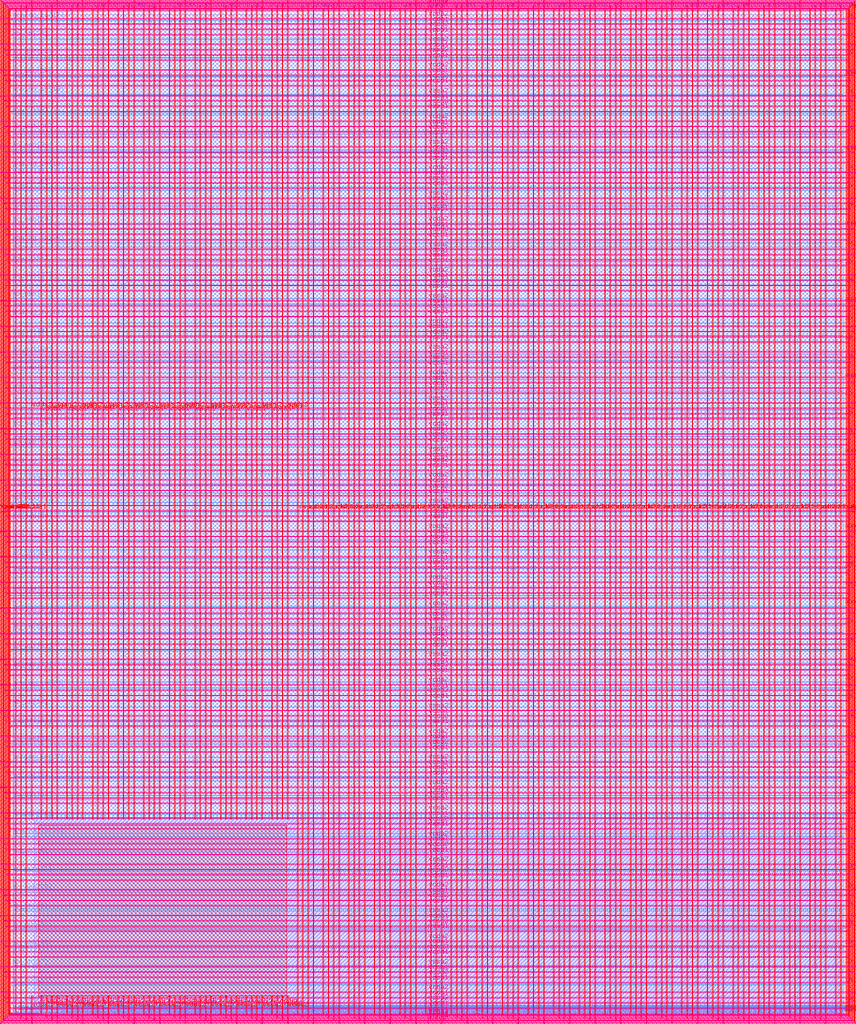
<source format=lef>
VERSION 5.7 ;
  NOWIREEXTENSIONATPIN ON ;
  DIVIDERCHAR "/" ;
  BUSBITCHARS "[]" ;
MACRO user_project_wrapper
  CLASS BLOCK ;
  FOREIGN user_project_wrapper ;
  ORIGIN 0.000 0.000 ;
  SIZE 2920.000 BY 3520.000 ;
  PIN analog_io[0]
    DIRECTION INOUT ;
    USE SIGNAL ;
    PORT
      LAYER met3 ;
        RECT 2917.600 1426.380 2924.800 1427.580 ;
    END
  END analog_io[0]
  PIN analog_io[10]
    DIRECTION INOUT ;
    USE SIGNAL ;
    PORT
      LAYER met2 ;
        RECT 2230.490 3517.600 2231.050 3524.800 ;
    END
  END analog_io[10]
  PIN analog_io[11]
    DIRECTION INOUT ;
    USE SIGNAL ;
    PORT
      LAYER met2 ;
        RECT 1905.730 3517.600 1906.290 3524.800 ;
    END
  END analog_io[11]
  PIN analog_io[12]
    DIRECTION INOUT ;
    USE SIGNAL ;
    PORT
      LAYER met2 ;
        RECT 1581.430 3517.600 1581.990 3524.800 ;
    END
  END analog_io[12]
  PIN analog_io[13]
    DIRECTION INOUT ;
    USE SIGNAL ;
    PORT
      LAYER met2 ;
        RECT 1257.130 3517.600 1257.690 3524.800 ;
    END
  END analog_io[13]
  PIN analog_io[14]
    DIRECTION INOUT ;
    USE SIGNAL ;
    PORT
      LAYER met2 ;
        RECT 932.370 3517.600 932.930 3524.800 ;
    END
  END analog_io[14]
  PIN analog_io[15]
    DIRECTION INOUT ;
    USE SIGNAL ;
    PORT
      LAYER met2 ;
        RECT 608.070 3517.600 608.630 3524.800 ;
    END
  END analog_io[15]
  PIN analog_io[16]
    DIRECTION INOUT ;
    USE SIGNAL ;
    PORT
      LAYER met2 ;
        RECT 283.770 3517.600 284.330 3524.800 ;
    END
  END analog_io[16]
  PIN analog_io[17]
    DIRECTION INOUT ;
    USE SIGNAL ;
    PORT
      LAYER met3 ;
        RECT -4.800 3486.100 2.400 3487.300 ;
    END
  END analog_io[17]
  PIN analog_io[18]
    DIRECTION INOUT ;
    USE SIGNAL ;
    PORT
      LAYER met3 ;
        RECT -4.800 3224.980 2.400 3226.180 ;
    END
  END analog_io[18]
  PIN analog_io[19]
    DIRECTION INOUT ;
    USE SIGNAL ;
    PORT
      LAYER met3 ;
        RECT -4.800 2964.540 2.400 2965.740 ;
    END
  END analog_io[19]
  PIN analog_io[1]
    DIRECTION INOUT ;
    USE SIGNAL ;
    PORT
      LAYER met3 ;
        RECT 2917.600 1692.260 2924.800 1693.460 ;
    END
  END analog_io[1]
  PIN analog_io[20]
    DIRECTION INOUT ;
    USE SIGNAL ;
    PORT
      LAYER met3 ;
        RECT -4.800 2703.420 2.400 2704.620 ;
    END
  END analog_io[20]
  PIN analog_io[21]
    DIRECTION INOUT ;
    USE SIGNAL ;
    PORT
      LAYER met3 ;
        RECT -4.800 2442.980 2.400 2444.180 ;
    END
  END analog_io[21]
  PIN analog_io[22]
    DIRECTION INOUT ;
    USE SIGNAL ;
    PORT
      LAYER met3 ;
        RECT -4.800 2182.540 2.400 2183.740 ;
    END
  END analog_io[22]
  PIN analog_io[23]
    DIRECTION INOUT ;
    USE SIGNAL ;
    PORT
      LAYER met3 ;
        RECT -4.800 1921.420 2.400 1922.620 ;
    END
  END analog_io[23]
  PIN analog_io[24]
    DIRECTION INOUT ;
    USE SIGNAL ;
    PORT
      LAYER met3 ;
        RECT -4.800 1660.980 2.400 1662.180 ;
    END
  END analog_io[24]
  PIN analog_io[25]
    DIRECTION INOUT ;
    USE SIGNAL ;
    PORT
      LAYER met3 ;
        RECT -4.800 1399.860 2.400 1401.060 ;
    END
  END analog_io[25]
  PIN analog_io[26]
    DIRECTION INOUT ;
    USE SIGNAL ;
    PORT
      LAYER met3 ;
        RECT -4.800 1139.420 2.400 1140.620 ;
    END
  END analog_io[26]
  PIN analog_io[27]
    DIRECTION INOUT ;
    USE SIGNAL ;
    PORT
      LAYER met3 ;
        RECT -4.800 878.980 2.400 880.180 ;
    END
  END analog_io[27]
  PIN analog_io[28]
    DIRECTION INOUT ;
    USE SIGNAL ;
    PORT
      LAYER met3 ;
        RECT -4.800 617.860 2.400 619.060 ;
    END
  END analog_io[28]
  PIN analog_io[2]
    DIRECTION INOUT ;
    USE SIGNAL ;
    PORT
      LAYER met3 ;
        RECT 2917.600 1958.140 2924.800 1959.340 ;
    END
  END analog_io[2]
  PIN analog_io[3]
    DIRECTION INOUT ;
    USE SIGNAL ;
    PORT
      LAYER met3 ;
        RECT 2917.600 2223.340 2924.800 2224.540 ;
    END
  END analog_io[3]
  PIN analog_io[4]
    DIRECTION INOUT ;
    USE SIGNAL ;
    PORT
      LAYER met3 ;
        RECT 2917.600 2489.220 2924.800 2490.420 ;
    END
  END analog_io[4]
  PIN analog_io[5]
    DIRECTION INOUT ;
    USE SIGNAL ;
    PORT
      LAYER met3 ;
        RECT 2917.600 2755.100 2924.800 2756.300 ;
    END
  END analog_io[5]
  PIN analog_io[6]
    DIRECTION INOUT ;
    USE SIGNAL ;
    PORT
      LAYER met3 ;
        RECT 2917.600 3020.300 2924.800 3021.500 ;
    END
  END analog_io[6]
  PIN analog_io[7]
    DIRECTION INOUT ;
    USE SIGNAL ;
    PORT
      LAYER met3 ;
        RECT 2917.600 3286.180 2924.800 3287.380 ;
    END
  END analog_io[7]
  PIN analog_io[8]
    DIRECTION INOUT ;
    USE SIGNAL ;
    PORT
      LAYER met2 ;
        RECT 2879.090 3517.600 2879.650 3524.800 ;
    END
  END analog_io[8]
  PIN analog_io[9]
    DIRECTION INOUT ;
    USE SIGNAL ;
    PORT
      LAYER met2 ;
        RECT 2554.790 3517.600 2555.350 3524.800 ;
    END
  END analog_io[9]
  PIN io_in[0]
    DIRECTION INPUT ;
    USE SIGNAL ;
    PORT
      LAYER met3 ;
        RECT 2917.600 32.380 2924.800 33.580 ;
    END
  END io_in[0]
  PIN io_in[10]
    DIRECTION INPUT ;
    USE SIGNAL ;
    PORT
      LAYER met3 ;
        RECT 2917.600 2289.980 2924.800 2291.180 ;
    END
  END io_in[10]
  PIN io_in[11]
    DIRECTION INPUT ;
    USE SIGNAL ;
    PORT
      LAYER met3 ;
        RECT 2917.600 2555.860 2924.800 2557.060 ;
    END
  END io_in[11]
  PIN io_in[12]
    DIRECTION INPUT ;
    USE SIGNAL ;
    PORT
      LAYER met3 ;
        RECT 2917.600 2821.060 2924.800 2822.260 ;
    END
  END io_in[12]
  PIN io_in[13]
    DIRECTION INPUT ;
    USE SIGNAL ;
    PORT
      LAYER met3 ;
        RECT 2917.600 3086.940 2924.800 3088.140 ;
    END
  END io_in[13]
  PIN io_in[14]
    DIRECTION INPUT ;
    USE SIGNAL ;
    PORT
      LAYER met3 ;
        RECT 2917.600 3352.820 2924.800 3354.020 ;
    END
  END io_in[14]
  PIN io_in[15]
    DIRECTION INPUT ;
    USE SIGNAL ;
    PORT
      LAYER met2 ;
        RECT 2798.130 3517.600 2798.690 3524.800 ;
    END
  END io_in[15]
  PIN io_in[16]
    DIRECTION INPUT ;
    USE SIGNAL ;
    PORT
      LAYER met2 ;
        RECT 2473.830 3517.600 2474.390 3524.800 ;
    END
  END io_in[16]
  PIN io_in[17]
    DIRECTION INPUT ;
    USE SIGNAL ;
    PORT
      LAYER met2 ;
        RECT 2149.070 3517.600 2149.630 3524.800 ;
    END
  END io_in[17]
  PIN io_in[18]
    DIRECTION INPUT ;
    USE SIGNAL ;
    PORT
      LAYER met2 ;
        RECT 1824.770 3517.600 1825.330 3524.800 ;
    END
  END io_in[18]
  PIN io_in[19]
    DIRECTION INPUT ;
    USE SIGNAL ;
    PORT
      LAYER met2 ;
        RECT 1500.470 3517.600 1501.030 3524.800 ;
    END
  END io_in[19]
  PIN io_in[1]
    DIRECTION INPUT ;
    USE SIGNAL ;
    PORT
      LAYER met3 ;
        RECT 2917.600 230.940 2924.800 232.140 ;
    END
  END io_in[1]
  PIN io_in[20]
    DIRECTION INPUT ;
    USE SIGNAL ;
    PORT
      LAYER met2 ;
        RECT 1175.710 3517.600 1176.270 3524.800 ;
    END
  END io_in[20]
  PIN io_in[21]
    DIRECTION INPUT ;
    USE SIGNAL ;
    PORT
      LAYER met2 ;
        RECT 851.410 3517.600 851.970 3524.800 ;
    END
  END io_in[21]
  PIN io_in[22]
    DIRECTION INPUT ;
    USE SIGNAL ;
    PORT
      LAYER met2 ;
        RECT 527.110 3517.600 527.670 3524.800 ;
    END
  END io_in[22]
  PIN io_in[23]
    DIRECTION INPUT ;
    USE SIGNAL ;
    PORT
      LAYER met2 ;
        RECT 202.350 3517.600 202.910 3524.800 ;
    END
  END io_in[23]
  PIN io_in[24]
    DIRECTION INPUT ;
    USE SIGNAL ;
    PORT
      LAYER met3 ;
        RECT -4.800 3420.820 2.400 3422.020 ;
    END
  END io_in[24]
  PIN io_in[25]
    DIRECTION INPUT ;
    USE SIGNAL ;
    PORT
      LAYER met3 ;
        RECT -4.800 3159.700 2.400 3160.900 ;
    END
  END io_in[25]
  PIN io_in[26]
    DIRECTION INPUT ;
    USE SIGNAL ;
    PORT
      LAYER met3 ;
        RECT -4.800 2899.260 2.400 2900.460 ;
    END
  END io_in[26]
  PIN io_in[27]
    DIRECTION INPUT ;
    USE SIGNAL ;
    PORT
      LAYER met3 ;
        RECT -4.800 2638.820 2.400 2640.020 ;
    END
  END io_in[27]
  PIN io_in[28]
    DIRECTION INPUT ;
    USE SIGNAL ;
    PORT
      LAYER met3 ;
        RECT -4.800 2377.700 2.400 2378.900 ;
    END
  END io_in[28]
  PIN io_in[29]
    DIRECTION INPUT ;
    USE SIGNAL ;
    PORT
      LAYER met3 ;
        RECT -4.800 2117.260 2.400 2118.460 ;
    END
  END io_in[29]
  PIN io_in[2]
    DIRECTION INPUT ;
    USE SIGNAL ;
    PORT
      LAYER met3 ;
        RECT 2917.600 430.180 2924.800 431.380 ;
    END
  END io_in[2]
  PIN io_in[30]
    DIRECTION INPUT ;
    USE SIGNAL ;
    PORT
      LAYER met3 ;
        RECT -4.800 1856.140 2.400 1857.340 ;
    END
  END io_in[30]
  PIN io_in[31]
    DIRECTION INPUT ;
    USE SIGNAL ;
    PORT
      LAYER met3 ;
        RECT -4.800 1595.700 2.400 1596.900 ;
    END
  END io_in[31]
  PIN io_in[32]
    DIRECTION INPUT ;
    USE SIGNAL ;
    PORT
      LAYER met3 ;
        RECT -4.800 1335.260 2.400 1336.460 ;
    END
  END io_in[32]
  PIN io_in[33]
    DIRECTION INPUT ;
    USE SIGNAL ;
    PORT
      LAYER met3 ;
        RECT -4.800 1074.140 2.400 1075.340 ;
    END
  END io_in[33]
  PIN io_in[34]
    DIRECTION INPUT ;
    USE SIGNAL ;
    PORT
      LAYER met3 ;
        RECT -4.800 813.700 2.400 814.900 ;
    END
  END io_in[34]
  PIN io_in[35]
    DIRECTION INPUT ;
    USE SIGNAL ;
    PORT
      LAYER met3 ;
        RECT -4.800 552.580 2.400 553.780 ;
    END
  END io_in[35]
  PIN io_in[36]
    DIRECTION INPUT ;
    USE SIGNAL ;
    PORT
      LAYER met3 ;
        RECT -4.800 357.420 2.400 358.620 ;
    END
  END io_in[36]
  PIN io_in[37]
    DIRECTION INPUT ;
    USE SIGNAL ;
    PORT
      LAYER met3 ;
        RECT -4.800 161.580 2.400 162.780 ;
    END
  END io_in[37]
  PIN io_in[3]
    DIRECTION INPUT ;
    USE SIGNAL ;
    PORT
      LAYER met3 ;
        RECT 2917.600 629.420 2924.800 630.620 ;
    END
  END io_in[3]
  PIN io_in[4]
    DIRECTION INPUT ;
    USE SIGNAL ;
    PORT
      LAYER met3 ;
        RECT 2917.600 828.660 2924.800 829.860 ;
    END
  END io_in[4]
  PIN io_in[5]
    DIRECTION INPUT ;
    USE SIGNAL ;
    PORT
      LAYER met3 ;
        RECT 2917.600 1027.900 2924.800 1029.100 ;
    END
  END io_in[5]
  PIN io_in[6]
    DIRECTION INPUT ;
    USE SIGNAL ;
    PORT
      LAYER met3 ;
        RECT 2917.600 1227.140 2924.800 1228.340 ;
    END
  END io_in[6]
  PIN io_in[7]
    DIRECTION INPUT ;
    USE SIGNAL ;
    PORT
      LAYER met3 ;
        RECT 2917.600 1493.020 2924.800 1494.220 ;
    END
  END io_in[7]
  PIN io_in[8]
    DIRECTION INPUT ;
    USE SIGNAL ;
    PORT
      LAYER met3 ;
        RECT 2917.600 1758.900 2924.800 1760.100 ;
    END
  END io_in[8]
  PIN io_in[9]
    DIRECTION INPUT ;
    USE SIGNAL ;
    PORT
      LAYER met3 ;
        RECT 2917.600 2024.100 2924.800 2025.300 ;
    END
  END io_in[9]
  PIN io_oeb[0]
    DIRECTION OUTPUT TRISTATE ;
    USE SIGNAL ;
    PORT
      LAYER met3 ;
        RECT 2917.600 164.980 2924.800 166.180 ;
    END
  END io_oeb[0]
  PIN io_oeb[10]
    DIRECTION OUTPUT TRISTATE ;
    USE SIGNAL ;
    PORT
      LAYER met3 ;
        RECT 2917.600 2422.580 2924.800 2423.780 ;
    END
  END io_oeb[10]
  PIN io_oeb[11]
    DIRECTION OUTPUT TRISTATE ;
    USE SIGNAL ;
    PORT
      LAYER met3 ;
        RECT 2917.600 2688.460 2924.800 2689.660 ;
    END
  END io_oeb[11]
  PIN io_oeb[12]
    DIRECTION OUTPUT TRISTATE ;
    USE SIGNAL ;
    PORT
      LAYER met3 ;
        RECT 2917.600 2954.340 2924.800 2955.540 ;
    END
  END io_oeb[12]
  PIN io_oeb[13]
    DIRECTION OUTPUT TRISTATE ;
    USE SIGNAL ;
    PORT
      LAYER met3 ;
        RECT 2917.600 3219.540 2924.800 3220.740 ;
    END
  END io_oeb[13]
  PIN io_oeb[14]
    DIRECTION OUTPUT TRISTATE ;
    USE SIGNAL ;
    PORT
      LAYER met3 ;
        RECT 2917.600 3485.420 2924.800 3486.620 ;
    END
  END io_oeb[14]
  PIN io_oeb[15]
    DIRECTION OUTPUT TRISTATE ;
    USE SIGNAL ;
    PORT
      LAYER met2 ;
        RECT 2635.750 3517.600 2636.310 3524.800 ;
    END
  END io_oeb[15]
  PIN io_oeb[16]
    DIRECTION OUTPUT TRISTATE ;
    USE SIGNAL ;
    PORT
      LAYER met2 ;
        RECT 2311.450 3517.600 2312.010 3524.800 ;
    END
  END io_oeb[16]
  PIN io_oeb[17]
    DIRECTION OUTPUT TRISTATE ;
    USE SIGNAL ;
    PORT
      LAYER met2 ;
        RECT 1987.150 3517.600 1987.710 3524.800 ;
    END
  END io_oeb[17]
  PIN io_oeb[18]
    DIRECTION OUTPUT TRISTATE ;
    USE SIGNAL ;
    PORT
      LAYER met2 ;
        RECT 1662.390 3517.600 1662.950 3524.800 ;
    END
  END io_oeb[18]
  PIN io_oeb[19]
    DIRECTION OUTPUT TRISTATE ;
    USE SIGNAL ;
    PORT
      LAYER met2 ;
        RECT 1338.090 3517.600 1338.650 3524.800 ;
    END
  END io_oeb[19]
  PIN io_oeb[1]
    DIRECTION OUTPUT TRISTATE ;
    USE SIGNAL ;
    PORT
      LAYER met3 ;
        RECT 2917.600 364.220 2924.800 365.420 ;
    END
  END io_oeb[1]
  PIN io_oeb[20]
    DIRECTION OUTPUT TRISTATE ;
    USE SIGNAL ;
    PORT
      LAYER met2 ;
        RECT 1013.790 3517.600 1014.350 3524.800 ;
    END
  END io_oeb[20]
  PIN io_oeb[21]
    DIRECTION OUTPUT TRISTATE ;
    USE SIGNAL ;
    PORT
      LAYER met2 ;
        RECT 689.030 3517.600 689.590 3524.800 ;
    END
  END io_oeb[21]
  PIN io_oeb[22]
    DIRECTION OUTPUT TRISTATE ;
    USE SIGNAL ;
    PORT
      LAYER met2 ;
        RECT 364.730 3517.600 365.290 3524.800 ;
    END
  END io_oeb[22]
  PIN io_oeb[23]
    DIRECTION OUTPUT TRISTATE ;
    USE SIGNAL ;
    PORT
      LAYER met2 ;
        RECT 40.430 3517.600 40.990 3524.800 ;
    END
  END io_oeb[23]
  PIN io_oeb[24]
    DIRECTION OUTPUT TRISTATE ;
    USE SIGNAL ;
    PORT
      LAYER met3 ;
        RECT -4.800 3290.260 2.400 3291.460 ;
    END
  END io_oeb[24]
  PIN io_oeb[25]
    DIRECTION OUTPUT TRISTATE ;
    USE SIGNAL ;
    PORT
      LAYER met3 ;
        RECT -4.800 3029.820 2.400 3031.020 ;
    END
  END io_oeb[25]
  PIN io_oeb[26]
    DIRECTION OUTPUT TRISTATE ;
    USE SIGNAL ;
    PORT
      LAYER met3 ;
        RECT -4.800 2768.700 2.400 2769.900 ;
    END
  END io_oeb[26]
  PIN io_oeb[27]
    DIRECTION OUTPUT TRISTATE ;
    USE SIGNAL ;
    PORT
      LAYER met3 ;
        RECT -4.800 2508.260 2.400 2509.460 ;
    END
  END io_oeb[27]
  PIN io_oeb[28]
    DIRECTION OUTPUT TRISTATE ;
    USE SIGNAL ;
    PORT
      LAYER met3 ;
        RECT -4.800 2247.140 2.400 2248.340 ;
    END
  END io_oeb[28]
  PIN io_oeb[29]
    DIRECTION OUTPUT TRISTATE ;
    USE SIGNAL ;
    PORT
      LAYER met3 ;
        RECT -4.800 1986.700 2.400 1987.900 ;
    END
  END io_oeb[29]
  PIN io_oeb[2]
    DIRECTION OUTPUT TRISTATE ;
    USE SIGNAL ;
    PORT
      LAYER met3 ;
        RECT 2917.600 563.460 2924.800 564.660 ;
    END
  END io_oeb[2]
  PIN io_oeb[30]
    DIRECTION OUTPUT TRISTATE ;
    USE SIGNAL ;
    PORT
      LAYER met3 ;
        RECT -4.800 1726.260 2.400 1727.460 ;
    END
  END io_oeb[30]
  PIN io_oeb[31]
    DIRECTION OUTPUT TRISTATE ;
    USE SIGNAL ;
    PORT
      LAYER met3 ;
        RECT -4.800 1465.140 2.400 1466.340 ;
    END
  END io_oeb[31]
  PIN io_oeb[32]
    DIRECTION OUTPUT TRISTATE ;
    USE SIGNAL ;
    PORT
      LAYER met3 ;
        RECT -4.800 1204.700 2.400 1205.900 ;
    END
  END io_oeb[32]
  PIN io_oeb[33]
    DIRECTION OUTPUT TRISTATE ;
    USE SIGNAL ;
    PORT
      LAYER met3 ;
        RECT -4.800 943.580 2.400 944.780 ;
    END
  END io_oeb[33]
  PIN io_oeb[34]
    DIRECTION OUTPUT TRISTATE ;
    USE SIGNAL ;
    PORT
      LAYER met3 ;
        RECT -4.800 683.140 2.400 684.340 ;
    END
  END io_oeb[34]
  PIN io_oeb[35]
    DIRECTION OUTPUT TRISTATE ;
    USE SIGNAL ;
    PORT
      LAYER met3 ;
        RECT -4.800 422.700 2.400 423.900 ;
    END
  END io_oeb[35]
  PIN io_oeb[36]
    DIRECTION OUTPUT TRISTATE ;
    USE SIGNAL ;
    PORT
      LAYER met3 ;
        RECT -4.800 226.860 2.400 228.060 ;
    END
  END io_oeb[36]
  PIN io_oeb[37]
    DIRECTION OUTPUT TRISTATE ;
    USE SIGNAL ;
    PORT
      LAYER met3 ;
        RECT -4.800 31.700 2.400 32.900 ;
    END
  END io_oeb[37]
  PIN io_oeb[3]
    DIRECTION OUTPUT TRISTATE ;
    USE SIGNAL ;
    PORT
      LAYER met3 ;
        RECT 2917.600 762.700 2924.800 763.900 ;
    END
  END io_oeb[3]
  PIN io_oeb[4]
    DIRECTION OUTPUT TRISTATE ;
    USE SIGNAL ;
    PORT
      LAYER met3 ;
        RECT 2917.600 961.940 2924.800 963.140 ;
    END
  END io_oeb[4]
  PIN io_oeb[5]
    DIRECTION OUTPUT TRISTATE ;
    USE SIGNAL ;
    PORT
      LAYER met3 ;
        RECT 2917.600 1161.180 2924.800 1162.380 ;
    END
  END io_oeb[5]
  PIN io_oeb[6]
    DIRECTION OUTPUT TRISTATE ;
    USE SIGNAL ;
    PORT
      LAYER met3 ;
        RECT 2917.600 1360.420 2924.800 1361.620 ;
    END
  END io_oeb[6]
  PIN io_oeb[7]
    DIRECTION OUTPUT TRISTATE ;
    USE SIGNAL ;
    PORT
      LAYER met3 ;
        RECT 2917.600 1625.620 2924.800 1626.820 ;
    END
  END io_oeb[7]
  PIN io_oeb[8]
    DIRECTION OUTPUT TRISTATE ;
    USE SIGNAL ;
    PORT
      LAYER met3 ;
        RECT 2917.600 1891.500 2924.800 1892.700 ;
    END
  END io_oeb[8]
  PIN io_oeb[9]
    DIRECTION OUTPUT TRISTATE ;
    USE SIGNAL ;
    PORT
      LAYER met3 ;
        RECT 2917.600 2157.380 2924.800 2158.580 ;
    END
  END io_oeb[9]
  PIN io_out[0]
    DIRECTION OUTPUT TRISTATE ;
    USE SIGNAL ;
    PORT
      LAYER met3 ;
        RECT 2917.600 98.340 2924.800 99.540 ;
    END
  END io_out[0]
  PIN io_out[10]
    DIRECTION OUTPUT TRISTATE ;
    USE SIGNAL ;
    PORT
      LAYER met3 ;
        RECT 2917.600 2356.620 2924.800 2357.820 ;
    END
  END io_out[10]
  PIN io_out[11]
    DIRECTION OUTPUT TRISTATE ;
    USE SIGNAL ;
    PORT
      LAYER met3 ;
        RECT 2917.600 2621.820 2924.800 2623.020 ;
    END
  END io_out[11]
  PIN io_out[12]
    DIRECTION OUTPUT TRISTATE ;
    USE SIGNAL ;
    PORT
      LAYER met3 ;
        RECT 2917.600 2887.700 2924.800 2888.900 ;
    END
  END io_out[12]
  PIN io_out[13]
    DIRECTION OUTPUT TRISTATE ;
    USE SIGNAL ;
    PORT
      LAYER met3 ;
        RECT 2917.600 3153.580 2924.800 3154.780 ;
    END
  END io_out[13]
  PIN io_out[14]
    DIRECTION OUTPUT TRISTATE ;
    USE SIGNAL ;
    PORT
      LAYER met3 ;
        RECT 2917.600 3418.780 2924.800 3419.980 ;
    END
  END io_out[14]
  PIN io_out[15]
    DIRECTION OUTPUT TRISTATE ;
    USE SIGNAL ;
    PORT
      LAYER met2 ;
        RECT 2717.170 3517.600 2717.730 3524.800 ;
    END
  END io_out[15]
  PIN io_out[16]
    DIRECTION OUTPUT TRISTATE ;
    USE SIGNAL ;
    PORT
      LAYER met2 ;
        RECT 2392.410 3517.600 2392.970 3524.800 ;
    END
  END io_out[16]
  PIN io_out[17]
    DIRECTION OUTPUT TRISTATE ;
    USE SIGNAL ;
    PORT
      LAYER met2 ;
        RECT 2068.110 3517.600 2068.670 3524.800 ;
    END
  END io_out[17]
  PIN io_out[18]
    DIRECTION OUTPUT TRISTATE ;
    USE SIGNAL ;
    PORT
      LAYER met2 ;
        RECT 1743.810 3517.600 1744.370 3524.800 ;
    END
  END io_out[18]
  PIN io_out[19]
    DIRECTION OUTPUT TRISTATE ;
    USE SIGNAL ;
    PORT
      LAYER met2 ;
        RECT 1419.050 3517.600 1419.610 3524.800 ;
    END
  END io_out[19]
  PIN io_out[1]
    DIRECTION OUTPUT TRISTATE ;
    USE SIGNAL ;
    PORT
      LAYER met3 ;
        RECT 2917.600 297.580 2924.800 298.780 ;
    END
  END io_out[1]
  PIN io_out[20]
    DIRECTION OUTPUT TRISTATE ;
    USE SIGNAL ;
    PORT
      LAYER met2 ;
        RECT 1094.750 3517.600 1095.310 3524.800 ;
    END
  END io_out[20]
  PIN io_out[21]
    DIRECTION OUTPUT TRISTATE ;
    USE SIGNAL ;
    PORT
      LAYER met2 ;
        RECT 770.450 3517.600 771.010 3524.800 ;
    END
  END io_out[21]
  PIN io_out[22]
    DIRECTION OUTPUT TRISTATE ;
    USE SIGNAL ;
    PORT
      LAYER met2 ;
        RECT 445.690 3517.600 446.250 3524.800 ;
    END
  END io_out[22]
  PIN io_out[23]
    DIRECTION OUTPUT TRISTATE ;
    USE SIGNAL ;
    PORT
      LAYER met2 ;
        RECT 121.390 3517.600 121.950 3524.800 ;
    END
  END io_out[23]
  PIN io_out[24]
    DIRECTION OUTPUT TRISTATE ;
    USE SIGNAL ;
    PORT
      LAYER met3 ;
        RECT -4.800 3355.540 2.400 3356.740 ;
    END
  END io_out[24]
  PIN io_out[25]
    DIRECTION OUTPUT TRISTATE ;
    USE SIGNAL ;
    PORT
      LAYER met3 ;
        RECT -4.800 3095.100 2.400 3096.300 ;
    END
  END io_out[25]
  PIN io_out[26]
    DIRECTION OUTPUT TRISTATE ;
    USE SIGNAL ;
    PORT
      LAYER met3 ;
        RECT -4.800 2833.980 2.400 2835.180 ;
    END
  END io_out[26]
  PIN io_out[27]
    DIRECTION OUTPUT TRISTATE ;
    USE SIGNAL ;
    PORT
      LAYER met3 ;
        RECT -4.800 2573.540 2.400 2574.740 ;
    END
  END io_out[27]
  PIN io_out[28]
    DIRECTION OUTPUT TRISTATE ;
    USE SIGNAL ;
    PORT
      LAYER met3 ;
        RECT -4.800 2312.420 2.400 2313.620 ;
    END
  END io_out[28]
  PIN io_out[29]
    DIRECTION OUTPUT TRISTATE ;
    USE SIGNAL ;
    PORT
      LAYER met3 ;
        RECT -4.800 2051.980 2.400 2053.180 ;
    END
  END io_out[29]
  PIN io_out[2]
    DIRECTION OUTPUT TRISTATE ;
    USE SIGNAL ;
    PORT
      LAYER met3 ;
        RECT 2917.600 496.820 2924.800 498.020 ;
    END
  END io_out[2]
  PIN io_out[30]
    DIRECTION OUTPUT TRISTATE ;
    USE SIGNAL ;
    PORT
      LAYER met3 ;
        RECT -4.800 1791.540 2.400 1792.740 ;
    END
  END io_out[30]
  PIN io_out[31]
    DIRECTION OUTPUT TRISTATE ;
    USE SIGNAL ;
    PORT
      LAYER met3 ;
        RECT -4.800 1530.420 2.400 1531.620 ;
    END
  END io_out[31]
  PIN io_out[32]
    DIRECTION OUTPUT TRISTATE ;
    USE SIGNAL ;
    PORT
      LAYER met3 ;
        RECT -4.800 1269.980 2.400 1271.180 ;
    END
  END io_out[32]
  PIN io_out[33]
    DIRECTION OUTPUT TRISTATE ;
    USE SIGNAL ;
    PORT
      LAYER met3 ;
        RECT -4.800 1008.860 2.400 1010.060 ;
    END
  END io_out[33]
  PIN io_out[34]
    DIRECTION OUTPUT TRISTATE ;
    USE SIGNAL ;
    PORT
      LAYER met3 ;
        RECT -4.800 748.420 2.400 749.620 ;
    END
  END io_out[34]
  PIN io_out[35]
    DIRECTION OUTPUT TRISTATE ;
    USE SIGNAL ;
    PORT
      LAYER met3 ;
        RECT -4.800 487.300 2.400 488.500 ;
    END
  END io_out[35]
  PIN io_out[36]
    DIRECTION OUTPUT TRISTATE ;
    USE SIGNAL ;
    PORT
      LAYER met3 ;
        RECT -4.800 292.140 2.400 293.340 ;
    END
  END io_out[36]
  PIN io_out[37]
    DIRECTION OUTPUT TRISTATE ;
    USE SIGNAL ;
    PORT
      LAYER met3 ;
        RECT -4.800 96.300 2.400 97.500 ;
    END
  END io_out[37]
  PIN io_out[3]
    DIRECTION OUTPUT TRISTATE ;
    USE SIGNAL ;
    PORT
      LAYER met3 ;
        RECT 2917.600 696.060 2924.800 697.260 ;
    END
  END io_out[3]
  PIN io_out[4]
    DIRECTION OUTPUT TRISTATE ;
    USE SIGNAL ;
    PORT
      LAYER met3 ;
        RECT 2917.600 895.300 2924.800 896.500 ;
    END
  END io_out[4]
  PIN io_out[5]
    DIRECTION OUTPUT TRISTATE ;
    USE SIGNAL ;
    PORT
      LAYER met3 ;
        RECT 2917.600 1094.540 2924.800 1095.740 ;
    END
  END io_out[5]
  PIN io_out[6]
    DIRECTION OUTPUT TRISTATE ;
    USE SIGNAL ;
    PORT
      LAYER met3 ;
        RECT 2917.600 1293.780 2924.800 1294.980 ;
    END
  END io_out[6]
  PIN io_out[7]
    DIRECTION OUTPUT TRISTATE ;
    USE SIGNAL ;
    PORT
      LAYER met3 ;
        RECT 2917.600 1559.660 2924.800 1560.860 ;
    END
  END io_out[7]
  PIN io_out[8]
    DIRECTION OUTPUT TRISTATE ;
    USE SIGNAL ;
    PORT
      LAYER met3 ;
        RECT 2917.600 1824.860 2924.800 1826.060 ;
    END
  END io_out[8]
  PIN io_out[9]
    DIRECTION OUTPUT TRISTATE ;
    USE SIGNAL ;
    PORT
      LAYER met3 ;
        RECT 2917.600 2090.740 2924.800 2091.940 ;
    END
  END io_out[9]
  PIN la_data_in[0]
    DIRECTION INPUT ;
    USE SIGNAL ;
    PORT
      LAYER met2 ;
        RECT 629.230 -4.800 629.790 2.400 ;
    END
  END la_data_in[0]
  PIN la_data_in[100]
    DIRECTION INPUT ;
    USE SIGNAL ;
    PORT
      LAYER met2 ;
        RECT 2402.530 -4.800 2403.090 2.400 ;
    END
  END la_data_in[100]
  PIN la_data_in[101]
    DIRECTION INPUT ;
    USE SIGNAL ;
    PORT
      LAYER met2 ;
        RECT 2420.010 -4.800 2420.570 2.400 ;
    END
  END la_data_in[101]
  PIN la_data_in[102]
    DIRECTION INPUT ;
    USE SIGNAL ;
    PORT
      LAYER met2 ;
        RECT 2437.950 -4.800 2438.510 2.400 ;
    END
  END la_data_in[102]
  PIN la_data_in[103]
    DIRECTION INPUT ;
    USE SIGNAL ;
    PORT
      LAYER met2 ;
        RECT 2455.430 -4.800 2455.990 2.400 ;
    END
  END la_data_in[103]
  PIN la_data_in[104]
    DIRECTION INPUT ;
    USE SIGNAL ;
    PORT
      LAYER met2 ;
        RECT 2473.370 -4.800 2473.930 2.400 ;
    END
  END la_data_in[104]
  PIN la_data_in[105]
    DIRECTION INPUT ;
    USE SIGNAL ;
    PORT
      LAYER met2 ;
        RECT 2490.850 -4.800 2491.410 2.400 ;
    END
  END la_data_in[105]
  PIN la_data_in[106]
    DIRECTION INPUT ;
    USE SIGNAL ;
    PORT
      LAYER met2 ;
        RECT 2508.790 -4.800 2509.350 2.400 ;
    END
  END la_data_in[106]
  PIN la_data_in[107]
    DIRECTION INPUT ;
    USE SIGNAL ;
    PORT
      LAYER met2 ;
        RECT 2526.730 -4.800 2527.290 2.400 ;
    END
  END la_data_in[107]
  PIN la_data_in[108]
    DIRECTION INPUT ;
    USE SIGNAL ;
    PORT
      LAYER met2 ;
        RECT 2544.210 -4.800 2544.770 2.400 ;
    END
  END la_data_in[108]
  PIN la_data_in[109]
    DIRECTION INPUT ;
    USE SIGNAL ;
    PORT
      LAYER met2 ;
        RECT 2562.150 -4.800 2562.710 2.400 ;
    END
  END la_data_in[109]
  PIN la_data_in[10]
    DIRECTION INPUT ;
    USE SIGNAL ;
    PORT
      LAYER met2 ;
        RECT 806.330 -4.800 806.890 2.400 ;
    END
  END la_data_in[10]
  PIN la_data_in[110]
    DIRECTION INPUT ;
    USE SIGNAL ;
    PORT
      LAYER met2 ;
        RECT 2579.630 -4.800 2580.190 2.400 ;
    END
  END la_data_in[110]
  PIN la_data_in[111]
    DIRECTION INPUT ;
    USE SIGNAL ;
    PORT
      LAYER met2 ;
        RECT 2597.570 -4.800 2598.130 2.400 ;
    END
  END la_data_in[111]
  PIN la_data_in[112]
    DIRECTION INPUT ;
    USE SIGNAL ;
    PORT
      LAYER met2 ;
        RECT 2615.050 -4.800 2615.610 2.400 ;
    END
  END la_data_in[112]
  PIN la_data_in[113]
    DIRECTION INPUT ;
    USE SIGNAL ;
    PORT
      LAYER met2 ;
        RECT 2632.990 -4.800 2633.550 2.400 ;
    END
  END la_data_in[113]
  PIN la_data_in[114]
    DIRECTION INPUT ;
    USE SIGNAL ;
    PORT
      LAYER met2 ;
        RECT 2650.470 -4.800 2651.030 2.400 ;
    END
  END la_data_in[114]
  PIN la_data_in[115]
    DIRECTION INPUT ;
    USE SIGNAL ;
    PORT
      LAYER met2 ;
        RECT 2668.410 -4.800 2668.970 2.400 ;
    END
  END la_data_in[115]
  PIN la_data_in[116]
    DIRECTION INPUT ;
    USE SIGNAL ;
    PORT
      LAYER met2 ;
        RECT 2685.890 -4.800 2686.450 2.400 ;
    END
  END la_data_in[116]
  PIN la_data_in[117]
    DIRECTION INPUT ;
    USE SIGNAL ;
    PORT
      LAYER met2 ;
        RECT 2703.830 -4.800 2704.390 2.400 ;
    END
  END la_data_in[117]
  PIN la_data_in[118]
    DIRECTION INPUT ;
    USE SIGNAL ;
    PORT
      LAYER met2 ;
        RECT 2721.770 -4.800 2722.330 2.400 ;
    END
  END la_data_in[118]
  PIN la_data_in[119]
    DIRECTION INPUT ;
    USE SIGNAL ;
    PORT
      LAYER met2 ;
        RECT 2739.250 -4.800 2739.810 2.400 ;
    END
  END la_data_in[119]
  PIN la_data_in[11]
    DIRECTION INPUT ;
    USE SIGNAL ;
    PORT
      LAYER met2 ;
        RECT 824.270 -4.800 824.830 2.400 ;
    END
  END la_data_in[11]
  PIN la_data_in[120]
    DIRECTION INPUT ;
    USE SIGNAL ;
    PORT
      LAYER met2 ;
        RECT 2757.190 -4.800 2757.750 2.400 ;
    END
  END la_data_in[120]
  PIN la_data_in[121]
    DIRECTION INPUT ;
    USE SIGNAL ;
    PORT
      LAYER met2 ;
        RECT 2774.670 -4.800 2775.230 2.400 ;
    END
  END la_data_in[121]
  PIN la_data_in[122]
    DIRECTION INPUT ;
    USE SIGNAL ;
    PORT
      LAYER met2 ;
        RECT 2792.610 -4.800 2793.170 2.400 ;
    END
  END la_data_in[122]
  PIN la_data_in[123]
    DIRECTION INPUT ;
    USE SIGNAL ;
    PORT
      LAYER met2 ;
        RECT 2810.090 -4.800 2810.650 2.400 ;
    END
  END la_data_in[123]
  PIN la_data_in[124]
    DIRECTION INPUT ;
    USE SIGNAL ;
    PORT
      LAYER met2 ;
        RECT 2828.030 -4.800 2828.590 2.400 ;
    END
  END la_data_in[124]
  PIN la_data_in[125]
    DIRECTION INPUT ;
    USE SIGNAL ;
    PORT
      LAYER met2 ;
        RECT 2845.510 -4.800 2846.070 2.400 ;
    END
  END la_data_in[125]
  PIN la_data_in[126]
    DIRECTION INPUT ;
    USE SIGNAL ;
    PORT
      LAYER met2 ;
        RECT 2863.450 -4.800 2864.010 2.400 ;
    END
  END la_data_in[126]
  PIN la_data_in[127]
    DIRECTION INPUT ;
    USE SIGNAL ;
    PORT
      LAYER met2 ;
        RECT 2881.390 -4.800 2881.950 2.400 ;
    END
  END la_data_in[127]
  PIN la_data_in[12]
    DIRECTION INPUT ;
    USE SIGNAL ;
    PORT
      LAYER met2 ;
        RECT 841.750 -4.800 842.310 2.400 ;
    END
  END la_data_in[12]
  PIN la_data_in[13]
    DIRECTION INPUT ;
    USE SIGNAL ;
    PORT
      LAYER met2 ;
        RECT 859.690 -4.800 860.250 2.400 ;
    END
  END la_data_in[13]
  PIN la_data_in[14]
    DIRECTION INPUT ;
    USE SIGNAL ;
    PORT
      LAYER met2 ;
        RECT 877.170 -4.800 877.730 2.400 ;
    END
  END la_data_in[14]
  PIN la_data_in[15]
    DIRECTION INPUT ;
    USE SIGNAL ;
    PORT
      LAYER met2 ;
        RECT 895.110 -4.800 895.670 2.400 ;
    END
  END la_data_in[15]
  PIN la_data_in[16]
    DIRECTION INPUT ;
    USE SIGNAL ;
    PORT
      LAYER met2 ;
        RECT 912.590 -4.800 913.150 2.400 ;
    END
  END la_data_in[16]
  PIN la_data_in[17]
    DIRECTION INPUT ;
    USE SIGNAL ;
    PORT
      LAYER met2 ;
        RECT 930.530 -4.800 931.090 2.400 ;
    END
  END la_data_in[17]
  PIN la_data_in[18]
    DIRECTION INPUT ;
    USE SIGNAL ;
    PORT
      LAYER met2 ;
        RECT 948.470 -4.800 949.030 2.400 ;
    END
  END la_data_in[18]
  PIN la_data_in[19]
    DIRECTION INPUT ;
    USE SIGNAL ;
    PORT
      LAYER met2 ;
        RECT 965.950 -4.800 966.510 2.400 ;
    END
  END la_data_in[19]
  PIN la_data_in[1]
    DIRECTION INPUT ;
    USE SIGNAL ;
    PORT
      LAYER met2 ;
        RECT 646.710 -4.800 647.270 2.400 ;
    END
  END la_data_in[1]
  PIN la_data_in[20]
    DIRECTION INPUT ;
    USE SIGNAL ;
    PORT
      LAYER met2 ;
        RECT 983.890 -4.800 984.450 2.400 ;
    END
  END la_data_in[20]
  PIN la_data_in[21]
    DIRECTION INPUT ;
    USE SIGNAL ;
    PORT
      LAYER met2 ;
        RECT 1001.370 -4.800 1001.930 2.400 ;
    END
  END la_data_in[21]
  PIN la_data_in[22]
    DIRECTION INPUT ;
    USE SIGNAL ;
    PORT
      LAYER met2 ;
        RECT 1019.310 -4.800 1019.870 2.400 ;
    END
  END la_data_in[22]
  PIN la_data_in[23]
    DIRECTION INPUT ;
    USE SIGNAL ;
    PORT
      LAYER met2 ;
        RECT 1036.790 -4.800 1037.350 2.400 ;
    END
  END la_data_in[23]
  PIN la_data_in[24]
    DIRECTION INPUT ;
    USE SIGNAL ;
    PORT
      LAYER met2 ;
        RECT 1054.730 -4.800 1055.290 2.400 ;
    END
  END la_data_in[24]
  PIN la_data_in[25]
    DIRECTION INPUT ;
    USE SIGNAL ;
    PORT
      LAYER met2 ;
        RECT 1072.210 -4.800 1072.770 2.400 ;
    END
  END la_data_in[25]
  PIN la_data_in[26]
    DIRECTION INPUT ;
    USE SIGNAL ;
    PORT
      LAYER met2 ;
        RECT 1090.150 -4.800 1090.710 2.400 ;
    END
  END la_data_in[26]
  PIN la_data_in[27]
    DIRECTION INPUT ;
    USE SIGNAL ;
    PORT
      LAYER met2 ;
        RECT 1107.630 -4.800 1108.190 2.400 ;
    END
  END la_data_in[27]
  PIN la_data_in[28]
    DIRECTION INPUT ;
    USE SIGNAL ;
    PORT
      LAYER met2 ;
        RECT 1125.570 -4.800 1126.130 2.400 ;
    END
  END la_data_in[28]
  PIN la_data_in[29]
    DIRECTION INPUT ;
    USE SIGNAL ;
    PORT
      LAYER met2 ;
        RECT 1143.510 -4.800 1144.070 2.400 ;
    END
  END la_data_in[29]
  PIN la_data_in[2]
    DIRECTION INPUT ;
    USE SIGNAL ;
    PORT
      LAYER met2 ;
        RECT 664.650 -4.800 665.210 2.400 ;
    END
  END la_data_in[2]
  PIN la_data_in[30]
    DIRECTION INPUT ;
    USE SIGNAL ;
    PORT
      LAYER met2 ;
        RECT 1160.990 -4.800 1161.550 2.400 ;
    END
  END la_data_in[30]
  PIN la_data_in[31]
    DIRECTION INPUT ;
    USE SIGNAL ;
    PORT
      LAYER met2 ;
        RECT 1178.930 -4.800 1179.490 2.400 ;
    END
  END la_data_in[31]
  PIN la_data_in[32]
    DIRECTION INPUT ;
    USE SIGNAL ;
    PORT
      LAYER met2 ;
        RECT 1196.410 -4.800 1196.970 2.400 ;
    END
  END la_data_in[32]
  PIN la_data_in[33]
    DIRECTION INPUT ;
    USE SIGNAL ;
    PORT
      LAYER met2 ;
        RECT 1214.350 -4.800 1214.910 2.400 ;
    END
  END la_data_in[33]
  PIN la_data_in[34]
    DIRECTION INPUT ;
    USE SIGNAL ;
    PORT
      LAYER met2 ;
        RECT 1231.830 -4.800 1232.390 2.400 ;
    END
  END la_data_in[34]
  PIN la_data_in[35]
    DIRECTION INPUT ;
    USE SIGNAL ;
    PORT
      LAYER met2 ;
        RECT 1249.770 -4.800 1250.330 2.400 ;
    END
  END la_data_in[35]
  PIN la_data_in[36]
    DIRECTION INPUT ;
    USE SIGNAL ;
    PORT
      LAYER met2 ;
        RECT 1267.250 -4.800 1267.810 2.400 ;
    END
  END la_data_in[36]
  PIN la_data_in[37]
    DIRECTION INPUT ;
    USE SIGNAL ;
    PORT
      LAYER met2 ;
        RECT 1285.190 -4.800 1285.750 2.400 ;
    END
  END la_data_in[37]
  PIN la_data_in[38]
    DIRECTION INPUT ;
    USE SIGNAL ;
    PORT
      LAYER met2 ;
        RECT 1303.130 -4.800 1303.690 2.400 ;
    END
  END la_data_in[38]
  PIN la_data_in[39]
    DIRECTION INPUT ;
    USE SIGNAL ;
    PORT
      LAYER met2 ;
        RECT 1320.610 -4.800 1321.170 2.400 ;
    END
  END la_data_in[39]
  PIN la_data_in[3]
    DIRECTION INPUT ;
    USE SIGNAL ;
    PORT
      LAYER met2 ;
        RECT 682.130 -4.800 682.690 2.400 ;
    END
  END la_data_in[3]
  PIN la_data_in[40]
    DIRECTION INPUT ;
    USE SIGNAL ;
    PORT
      LAYER met2 ;
        RECT 1338.550 -4.800 1339.110 2.400 ;
    END
  END la_data_in[40]
  PIN la_data_in[41]
    DIRECTION INPUT ;
    USE SIGNAL ;
    PORT
      LAYER met2 ;
        RECT 1356.030 -4.800 1356.590 2.400 ;
    END
  END la_data_in[41]
  PIN la_data_in[42]
    DIRECTION INPUT ;
    USE SIGNAL ;
    PORT
      LAYER met2 ;
        RECT 1373.970 -4.800 1374.530 2.400 ;
    END
  END la_data_in[42]
  PIN la_data_in[43]
    DIRECTION INPUT ;
    USE SIGNAL ;
    PORT
      LAYER met2 ;
        RECT 1391.450 -4.800 1392.010 2.400 ;
    END
  END la_data_in[43]
  PIN la_data_in[44]
    DIRECTION INPUT ;
    USE SIGNAL ;
    PORT
      LAYER met2 ;
        RECT 1409.390 -4.800 1409.950 2.400 ;
    END
  END la_data_in[44]
  PIN la_data_in[45]
    DIRECTION INPUT ;
    USE SIGNAL ;
    PORT
      LAYER met2 ;
        RECT 1426.870 -4.800 1427.430 2.400 ;
    END
  END la_data_in[45]
  PIN la_data_in[46]
    DIRECTION INPUT ;
    USE SIGNAL ;
    PORT
      LAYER met2 ;
        RECT 1444.810 -4.800 1445.370 2.400 ;
    END
  END la_data_in[46]
  PIN la_data_in[47]
    DIRECTION INPUT ;
    USE SIGNAL ;
    PORT
      LAYER met2 ;
        RECT 1462.750 -4.800 1463.310 2.400 ;
    END
  END la_data_in[47]
  PIN la_data_in[48]
    DIRECTION INPUT ;
    USE SIGNAL ;
    PORT
      LAYER met2 ;
        RECT 1480.230 -4.800 1480.790 2.400 ;
    END
  END la_data_in[48]
  PIN la_data_in[49]
    DIRECTION INPUT ;
    USE SIGNAL ;
    PORT
      LAYER met2 ;
        RECT 1498.170 -4.800 1498.730 2.400 ;
    END
  END la_data_in[49]
  PIN la_data_in[4]
    DIRECTION INPUT ;
    USE SIGNAL ;
    PORT
      LAYER met2 ;
        RECT 700.070 -4.800 700.630 2.400 ;
    END
  END la_data_in[4]
  PIN la_data_in[50]
    DIRECTION INPUT ;
    USE SIGNAL ;
    PORT
      LAYER met2 ;
        RECT 1515.650 -4.800 1516.210 2.400 ;
    END
  END la_data_in[50]
  PIN la_data_in[51]
    DIRECTION INPUT ;
    USE SIGNAL ;
    PORT
      LAYER met2 ;
        RECT 1533.590 -4.800 1534.150 2.400 ;
    END
  END la_data_in[51]
  PIN la_data_in[52]
    DIRECTION INPUT ;
    USE SIGNAL ;
    PORT
      LAYER met2 ;
        RECT 1551.070 -4.800 1551.630 2.400 ;
    END
  END la_data_in[52]
  PIN la_data_in[53]
    DIRECTION INPUT ;
    USE SIGNAL ;
    PORT
      LAYER met2 ;
        RECT 1569.010 -4.800 1569.570 2.400 ;
    END
  END la_data_in[53]
  PIN la_data_in[54]
    DIRECTION INPUT ;
    USE SIGNAL ;
    PORT
      LAYER met2 ;
        RECT 1586.490 -4.800 1587.050 2.400 ;
    END
  END la_data_in[54]
  PIN la_data_in[55]
    DIRECTION INPUT ;
    USE SIGNAL ;
    PORT
      LAYER met2 ;
        RECT 1604.430 -4.800 1604.990 2.400 ;
    END
  END la_data_in[55]
  PIN la_data_in[56]
    DIRECTION INPUT ;
    USE SIGNAL ;
    PORT
      LAYER met2 ;
        RECT 1621.910 -4.800 1622.470 2.400 ;
    END
  END la_data_in[56]
  PIN la_data_in[57]
    DIRECTION INPUT ;
    USE SIGNAL ;
    PORT
      LAYER met2 ;
        RECT 1639.850 -4.800 1640.410 2.400 ;
    END
  END la_data_in[57]
  PIN la_data_in[58]
    DIRECTION INPUT ;
    USE SIGNAL ;
    PORT
      LAYER met2 ;
        RECT 1657.790 -4.800 1658.350 2.400 ;
    END
  END la_data_in[58]
  PIN la_data_in[59]
    DIRECTION INPUT ;
    USE SIGNAL ;
    PORT
      LAYER met2 ;
        RECT 1675.270 -4.800 1675.830 2.400 ;
    END
  END la_data_in[59]
  PIN la_data_in[5]
    DIRECTION INPUT ;
    USE SIGNAL ;
    PORT
      LAYER met2 ;
        RECT 717.550 -4.800 718.110 2.400 ;
    END
  END la_data_in[5]
  PIN la_data_in[60]
    DIRECTION INPUT ;
    USE SIGNAL ;
    PORT
      LAYER met2 ;
        RECT 1693.210 -4.800 1693.770 2.400 ;
    END
  END la_data_in[60]
  PIN la_data_in[61]
    DIRECTION INPUT ;
    USE SIGNAL ;
    PORT
      LAYER met2 ;
        RECT 1710.690 -4.800 1711.250 2.400 ;
    END
  END la_data_in[61]
  PIN la_data_in[62]
    DIRECTION INPUT ;
    USE SIGNAL ;
    PORT
      LAYER met2 ;
        RECT 1728.630 -4.800 1729.190 2.400 ;
    END
  END la_data_in[62]
  PIN la_data_in[63]
    DIRECTION INPUT ;
    USE SIGNAL ;
    PORT
      LAYER met2 ;
        RECT 1746.110 -4.800 1746.670 2.400 ;
    END
  END la_data_in[63]
  PIN la_data_in[64]
    DIRECTION INPUT ;
    USE SIGNAL ;
    PORT
      LAYER met2 ;
        RECT 1764.050 -4.800 1764.610 2.400 ;
    END
  END la_data_in[64]
  PIN la_data_in[65]
    DIRECTION INPUT ;
    USE SIGNAL ;
    PORT
      LAYER met2 ;
        RECT 1781.530 -4.800 1782.090 2.400 ;
    END
  END la_data_in[65]
  PIN la_data_in[66]
    DIRECTION INPUT ;
    USE SIGNAL ;
    PORT
      LAYER met2 ;
        RECT 1799.470 -4.800 1800.030 2.400 ;
    END
  END la_data_in[66]
  PIN la_data_in[67]
    DIRECTION INPUT ;
    USE SIGNAL ;
    PORT
      LAYER met2 ;
        RECT 1817.410 -4.800 1817.970 2.400 ;
    END
  END la_data_in[67]
  PIN la_data_in[68]
    DIRECTION INPUT ;
    USE SIGNAL ;
    PORT
      LAYER met2 ;
        RECT 1834.890 -4.800 1835.450 2.400 ;
    END
  END la_data_in[68]
  PIN la_data_in[69]
    DIRECTION INPUT ;
    USE SIGNAL ;
    PORT
      LAYER met2 ;
        RECT 1852.830 -4.800 1853.390 2.400 ;
    END
  END la_data_in[69]
  PIN la_data_in[6]
    DIRECTION INPUT ;
    USE SIGNAL ;
    PORT
      LAYER met2 ;
        RECT 735.490 -4.800 736.050 2.400 ;
    END
  END la_data_in[6]
  PIN la_data_in[70]
    DIRECTION INPUT ;
    USE SIGNAL ;
    PORT
      LAYER met2 ;
        RECT 1870.310 -4.800 1870.870 2.400 ;
    END
  END la_data_in[70]
  PIN la_data_in[71]
    DIRECTION INPUT ;
    USE SIGNAL ;
    PORT
      LAYER met2 ;
        RECT 1888.250 -4.800 1888.810 2.400 ;
    END
  END la_data_in[71]
  PIN la_data_in[72]
    DIRECTION INPUT ;
    USE SIGNAL ;
    PORT
      LAYER met2 ;
        RECT 1905.730 -4.800 1906.290 2.400 ;
    END
  END la_data_in[72]
  PIN la_data_in[73]
    DIRECTION INPUT ;
    USE SIGNAL ;
    PORT
      LAYER met2 ;
        RECT 1923.670 -4.800 1924.230 2.400 ;
    END
  END la_data_in[73]
  PIN la_data_in[74]
    DIRECTION INPUT ;
    USE SIGNAL ;
    PORT
      LAYER met2 ;
        RECT 1941.150 -4.800 1941.710 2.400 ;
    END
  END la_data_in[74]
  PIN la_data_in[75]
    DIRECTION INPUT ;
    USE SIGNAL ;
    PORT
      LAYER met2 ;
        RECT 1959.090 -4.800 1959.650 2.400 ;
    END
  END la_data_in[75]
  PIN la_data_in[76]
    DIRECTION INPUT ;
    USE SIGNAL ;
    PORT
      LAYER met2 ;
        RECT 1976.570 -4.800 1977.130 2.400 ;
    END
  END la_data_in[76]
  PIN la_data_in[77]
    DIRECTION INPUT ;
    USE SIGNAL ;
    PORT
      LAYER met2 ;
        RECT 1994.510 -4.800 1995.070 2.400 ;
    END
  END la_data_in[77]
  PIN la_data_in[78]
    DIRECTION INPUT ;
    USE SIGNAL ;
    PORT
      LAYER met2 ;
        RECT 2012.450 -4.800 2013.010 2.400 ;
    END
  END la_data_in[78]
  PIN la_data_in[79]
    DIRECTION INPUT ;
    USE SIGNAL ;
    PORT
      LAYER met2 ;
        RECT 2029.930 -4.800 2030.490 2.400 ;
    END
  END la_data_in[79]
  PIN la_data_in[7]
    DIRECTION INPUT ;
    USE SIGNAL ;
    PORT
      LAYER met2 ;
        RECT 752.970 -4.800 753.530 2.400 ;
    END
  END la_data_in[7]
  PIN la_data_in[80]
    DIRECTION INPUT ;
    USE SIGNAL ;
    PORT
      LAYER met2 ;
        RECT 2047.870 -4.800 2048.430 2.400 ;
    END
  END la_data_in[80]
  PIN la_data_in[81]
    DIRECTION INPUT ;
    USE SIGNAL ;
    PORT
      LAYER met2 ;
        RECT 2065.350 -4.800 2065.910 2.400 ;
    END
  END la_data_in[81]
  PIN la_data_in[82]
    DIRECTION INPUT ;
    USE SIGNAL ;
    PORT
      LAYER met2 ;
        RECT 2083.290 -4.800 2083.850 2.400 ;
    END
  END la_data_in[82]
  PIN la_data_in[83]
    DIRECTION INPUT ;
    USE SIGNAL ;
    PORT
      LAYER met2 ;
        RECT 2100.770 -4.800 2101.330 2.400 ;
    END
  END la_data_in[83]
  PIN la_data_in[84]
    DIRECTION INPUT ;
    USE SIGNAL ;
    PORT
      LAYER met2 ;
        RECT 2118.710 -4.800 2119.270 2.400 ;
    END
  END la_data_in[84]
  PIN la_data_in[85]
    DIRECTION INPUT ;
    USE SIGNAL ;
    PORT
      LAYER met2 ;
        RECT 2136.190 -4.800 2136.750 2.400 ;
    END
  END la_data_in[85]
  PIN la_data_in[86]
    DIRECTION INPUT ;
    USE SIGNAL ;
    PORT
      LAYER met2 ;
        RECT 2154.130 -4.800 2154.690 2.400 ;
    END
  END la_data_in[86]
  PIN la_data_in[87]
    DIRECTION INPUT ;
    USE SIGNAL ;
    PORT
      LAYER met2 ;
        RECT 2172.070 -4.800 2172.630 2.400 ;
    END
  END la_data_in[87]
  PIN la_data_in[88]
    DIRECTION INPUT ;
    USE SIGNAL ;
    PORT
      LAYER met2 ;
        RECT 2189.550 -4.800 2190.110 2.400 ;
    END
  END la_data_in[88]
  PIN la_data_in[89]
    DIRECTION INPUT ;
    USE SIGNAL ;
    PORT
      LAYER met2 ;
        RECT 2207.490 -4.800 2208.050 2.400 ;
    END
  END la_data_in[89]
  PIN la_data_in[8]
    DIRECTION INPUT ;
    USE SIGNAL ;
    PORT
      LAYER met2 ;
        RECT 770.910 -4.800 771.470 2.400 ;
    END
  END la_data_in[8]
  PIN la_data_in[90]
    DIRECTION INPUT ;
    USE SIGNAL ;
    PORT
      LAYER met2 ;
        RECT 2224.970 -4.800 2225.530 2.400 ;
    END
  END la_data_in[90]
  PIN la_data_in[91]
    DIRECTION INPUT ;
    USE SIGNAL ;
    PORT
      LAYER met2 ;
        RECT 2242.910 -4.800 2243.470 2.400 ;
    END
  END la_data_in[91]
  PIN la_data_in[92]
    DIRECTION INPUT ;
    USE SIGNAL ;
    PORT
      LAYER met2 ;
        RECT 2260.390 -4.800 2260.950 2.400 ;
    END
  END la_data_in[92]
  PIN la_data_in[93]
    DIRECTION INPUT ;
    USE SIGNAL ;
    PORT
      LAYER met2 ;
        RECT 2278.330 -4.800 2278.890 2.400 ;
    END
  END la_data_in[93]
  PIN la_data_in[94]
    DIRECTION INPUT ;
    USE SIGNAL ;
    PORT
      LAYER met2 ;
        RECT 2295.810 -4.800 2296.370 2.400 ;
    END
  END la_data_in[94]
  PIN la_data_in[95]
    DIRECTION INPUT ;
    USE SIGNAL ;
    PORT
      LAYER met2 ;
        RECT 2313.750 -4.800 2314.310 2.400 ;
    END
  END la_data_in[95]
  PIN la_data_in[96]
    DIRECTION INPUT ;
    USE SIGNAL ;
    PORT
      LAYER met2 ;
        RECT 2331.230 -4.800 2331.790 2.400 ;
    END
  END la_data_in[96]
  PIN la_data_in[97]
    DIRECTION INPUT ;
    USE SIGNAL ;
    PORT
      LAYER met2 ;
        RECT 2349.170 -4.800 2349.730 2.400 ;
    END
  END la_data_in[97]
  PIN la_data_in[98]
    DIRECTION INPUT ;
    USE SIGNAL ;
    PORT
      LAYER met2 ;
        RECT 2367.110 -4.800 2367.670 2.400 ;
    END
  END la_data_in[98]
  PIN la_data_in[99]
    DIRECTION INPUT ;
    USE SIGNAL ;
    PORT
      LAYER met2 ;
        RECT 2384.590 -4.800 2385.150 2.400 ;
    END
  END la_data_in[99]
  PIN la_data_in[9]
    DIRECTION INPUT ;
    USE SIGNAL ;
    PORT
      LAYER met2 ;
        RECT 788.850 -4.800 789.410 2.400 ;
    END
  END la_data_in[9]
  PIN la_data_out[0]
    DIRECTION OUTPUT TRISTATE ;
    USE SIGNAL ;
    PORT
      LAYER met2 ;
        RECT 634.750 -4.800 635.310 2.400 ;
    END
  END la_data_out[0]
  PIN la_data_out[100]
    DIRECTION OUTPUT TRISTATE ;
    USE SIGNAL ;
    PORT
      LAYER met2 ;
        RECT 2408.510 -4.800 2409.070 2.400 ;
    END
  END la_data_out[100]
  PIN la_data_out[101]
    DIRECTION OUTPUT TRISTATE ;
    USE SIGNAL ;
    PORT
      LAYER met2 ;
        RECT 2425.990 -4.800 2426.550 2.400 ;
    END
  END la_data_out[101]
  PIN la_data_out[102]
    DIRECTION OUTPUT TRISTATE ;
    USE SIGNAL ;
    PORT
      LAYER met2 ;
        RECT 2443.930 -4.800 2444.490 2.400 ;
    END
  END la_data_out[102]
  PIN la_data_out[103]
    DIRECTION OUTPUT TRISTATE ;
    USE SIGNAL ;
    PORT
      LAYER met2 ;
        RECT 2461.410 -4.800 2461.970 2.400 ;
    END
  END la_data_out[103]
  PIN la_data_out[104]
    DIRECTION OUTPUT TRISTATE ;
    USE SIGNAL ;
    PORT
      LAYER met2 ;
        RECT 2479.350 -4.800 2479.910 2.400 ;
    END
  END la_data_out[104]
  PIN la_data_out[105]
    DIRECTION OUTPUT TRISTATE ;
    USE SIGNAL ;
    PORT
      LAYER met2 ;
        RECT 2496.830 -4.800 2497.390 2.400 ;
    END
  END la_data_out[105]
  PIN la_data_out[106]
    DIRECTION OUTPUT TRISTATE ;
    USE SIGNAL ;
    PORT
      LAYER met2 ;
        RECT 2514.770 -4.800 2515.330 2.400 ;
    END
  END la_data_out[106]
  PIN la_data_out[107]
    DIRECTION OUTPUT TRISTATE ;
    USE SIGNAL ;
    PORT
      LAYER met2 ;
        RECT 2532.250 -4.800 2532.810 2.400 ;
    END
  END la_data_out[107]
  PIN la_data_out[108]
    DIRECTION OUTPUT TRISTATE ;
    USE SIGNAL ;
    PORT
      LAYER met2 ;
        RECT 2550.190 -4.800 2550.750 2.400 ;
    END
  END la_data_out[108]
  PIN la_data_out[109]
    DIRECTION OUTPUT TRISTATE ;
    USE SIGNAL ;
    PORT
      LAYER met2 ;
        RECT 2567.670 -4.800 2568.230 2.400 ;
    END
  END la_data_out[109]
  PIN la_data_out[10]
    DIRECTION OUTPUT TRISTATE ;
    USE SIGNAL ;
    PORT
      LAYER met2 ;
        RECT 812.310 -4.800 812.870 2.400 ;
    END
  END la_data_out[10]
  PIN la_data_out[110]
    DIRECTION OUTPUT TRISTATE ;
    USE SIGNAL ;
    PORT
      LAYER met2 ;
        RECT 2585.610 -4.800 2586.170 2.400 ;
    END
  END la_data_out[110]
  PIN la_data_out[111]
    DIRECTION OUTPUT TRISTATE ;
    USE SIGNAL ;
    PORT
      LAYER met2 ;
        RECT 2603.550 -4.800 2604.110 2.400 ;
    END
  END la_data_out[111]
  PIN la_data_out[112]
    DIRECTION OUTPUT TRISTATE ;
    USE SIGNAL ;
    PORT
      LAYER met2 ;
        RECT 2621.030 -4.800 2621.590 2.400 ;
    END
  END la_data_out[112]
  PIN la_data_out[113]
    DIRECTION OUTPUT TRISTATE ;
    USE SIGNAL ;
    PORT
      LAYER met2 ;
        RECT 2638.970 -4.800 2639.530 2.400 ;
    END
  END la_data_out[113]
  PIN la_data_out[114]
    DIRECTION OUTPUT TRISTATE ;
    USE SIGNAL ;
    PORT
      LAYER met2 ;
        RECT 2656.450 -4.800 2657.010 2.400 ;
    END
  END la_data_out[114]
  PIN la_data_out[115]
    DIRECTION OUTPUT TRISTATE ;
    USE SIGNAL ;
    PORT
      LAYER met2 ;
        RECT 2674.390 -4.800 2674.950 2.400 ;
    END
  END la_data_out[115]
  PIN la_data_out[116]
    DIRECTION OUTPUT TRISTATE ;
    USE SIGNAL ;
    PORT
      LAYER met2 ;
        RECT 2691.870 -4.800 2692.430 2.400 ;
    END
  END la_data_out[116]
  PIN la_data_out[117]
    DIRECTION OUTPUT TRISTATE ;
    USE SIGNAL ;
    PORT
      LAYER met2 ;
        RECT 2709.810 -4.800 2710.370 2.400 ;
    END
  END la_data_out[117]
  PIN la_data_out[118]
    DIRECTION OUTPUT TRISTATE ;
    USE SIGNAL ;
    PORT
      LAYER met2 ;
        RECT 2727.290 -4.800 2727.850 2.400 ;
    END
  END la_data_out[118]
  PIN la_data_out[119]
    DIRECTION OUTPUT TRISTATE ;
    USE SIGNAL ;
    PORT
      LAYER met2 ;
        RECT 2745.230 -4.800 2745.790 2.400 ;
    END
  END la_data_out[119]
  PIN la_data_out[11]
    DIRECTION OUTPUT TRISTATE ;
    USE SIGNAL ;
    PORT
      LAYER met2 ;
        RECT 830.250 -4.800 830.810 2.400 ;
    END
  END la_data_out[11]
  PIN la_data_out[120]
    DIRECTION OUTPUT TRISTATE ;
    USE SIGNAL ;
    PORT
      LAYER met2 ;
        RECT 2763.170 -4.800 2763.730 2.400 ;
    END
  END la_data_out[120]
  PIN la_data_out[121]
    DIRECTION OUTPUT TRISTATE ;
    USE SIGNAL ;
    PORT
      LAYER met2 ;
        RECT 2780.650 -4.800 2781.210 2.400 ;
    END
  END la_data_out[121]
  PIN la_data_out[122]
    DIRECTION OUTPUT TRISTATE ;
    USE SIGNAL ;
    PORT
      LAYER met2 ;
        RECT 2798.590 -4.800 2799.150 2.400 ;
    END
  END la_data_out[122]
  PIN la_data_out[123]
    DIRECTION OUTPUT TRISTATE ;
    USE SIGNAL ;
    PORT
      LAYER met2 ;
        RECT 2816.070 -4.800 2816.630 2.400 ;
    END
  END la_data_out[123]
  PIN la_data_out[124]
    DIRECTION OUTPUT TRISTATE ;
    USE SIGNAL ;
    PORT
      LAYER met2 ;
        RECT 2834.010 -4.800 2834.570 2.400 ;
    END
  END la_data_out[124]
  PIN la_data_out[125]
    DIRECTION OUTPUT TRISTATE ;
    USE SIGNAL ;
    PORT
      LAYER met2 ;
        RECT 2851.490 -4.800 2852.050 2.400 ;
    END
  END la_data_out[125]
  PIN la_data_out[126]
    DIRECTION OUTPUT TRISTATE ;
    USE SIGNAL ;
    PORT
      LAYER met2 ;
        RECT 2869.430 -4.800 2869.990 2.400 ;
    END
  END la_data_out[126]
  PIN la_data_out[127]
    DIRECTION OUTPUT TRISTATE ;
    USE SIGNAL ;
    PORT
      LAYER met2 ;
        RECT 2886.910 -4.800 2887.470 2.400 ;
    END
  END la_data_out[127]
  PIN la_data_out[12]
    DIRECTION OUTPUT TRISTATE ;
    USE SIGNAL ;
    PORT
      LAYER met2 ;
        RECT 847.730 -4.800 848.290 2.400 ;
    END
  END la_data_out[12]
  PIN la_data_out[13]
    DIRECTION OUTPUT TRISTATE ;
    USE SIGNAL ;
    PORT
      LAYER met2 ;
        RECT 865.670 -4.800 866.230 2.400 ;
    END
  END la_data_out[13]
  PIN la_data_out[14]
    DIRECTION OUTPUT TRISTATE ;
    USE SIGNAL ;
    PORT
      LAYER met2 ;
        RECT 883.150 -4.800 883.710 2.400 ;
    END
  END la_data_out[14]
  PIN la_data_out[15]
    DIRECTION OUTPUT TRISTATE ;
    USE SIGNAL ;
    PORT
      LAYER met2 ;
        RECT 901.090 -4.800 901.650 2.400 ;
    END
  END la_data_out[15]
  PIN la_data_out[16]
    DIRECTION OUTPUT TRISTATE ;
    USE SIGNAL ;
    PORT
      LAYER met2 ;
        RECT 918.570 -4.800 919.130 2.400 ;
    END
  END la_data_out[16]
  PIN la_data_out[17]
    DIRECTION OUTPUT TRISTATE ;
    USE SIGNAL ;
    PORT
      LAYER met2 ;
        RECT 936.510 -4.800 937.070 2.400 ;
    END
  END la_data_out[17]
  PIN la_data_out[18]
    DIRECTION OUTPUT TRISTATE ;
    USE SIGNAL ;
    PORT
      LAYER met2 ;
        RECT 953.990 -4.800 954.550 2.400 ;
    END
  END la_data_out[18]
  PIN la_data_out[19]
    DIRECTION OUTPUT TRISTATE ;
    USE SIGNAL ;
    PORT
      LAYER met2 ;
        RECT 971.930 -4.800 972.490 2.400 ;
    END
  END la_data_out[19]
  PIN la_data_out[1]
    DIRECTION OUTPUT TRISTATE ;
    USE SIGNAL ;
    PORT
      LAYER met2 ;
        RECT 652.690 -4.800 653.250 2.400 ;
    END
  END la_data_out[1]
  PIN la_data_out[20]
    DIRECTION OUTPUT TRISTATE ;
    USE SIGNAL ;
    PORT
      LAYER met2 ;
        RECT 989.410 -4.800 989.970 2.400 ;
    END
  END la_data_out[20]
  PIN la_data_out[21]
    DIRECTION OUTPUT TRISTATE ;
    USE SIGNAL ;
    PORT
      LAYER met2 ;
        RECT 1007.350 -4.800 1007.910 2.400 ;
    END
  END la_data_out[21]
  PIN la_data_out[22]
    DIRECTION OUTPUT TRISTATE ;
    USE SIGNAL ;
    PORT
      LAYER met2 ;
        RECT 1025.290 -4.800 1025.850 2.400 ;
    END
  END la_data_out[22]
  PIN la_data_out[23]
    DIRECTION OUTPUT TRISTATE ;
    USE SIGNAL ;
    PORT
      LAYER met2 ;
        RECT 1042.770 -4.800 1043.330 2.400 ;
    END
  END la_data_out[23]
  PIN la_data_out[24]
    DIRECTION OUTPUT TRISTATE ;
    USE SIGNAL ;
    PORT
      LAYER met2 ;
        RECT 1060.710 -4.800 1061.270 2.400 ;
    END
  END la_data_out[24]
  PIN la_data_out[25]
    DIRECTION OUTPUT TRISTATE ;
    USE SIGNAL ;
    PORT
      LAYER met2 ;
        RECT 1078.190 -4.800 1078.750 2.400 ;
    END
  END la_data_out[25]
  PIN la_data_out[26]
    DIRECTION OUTPUT TRISTATE ;
    USE SIGNAL ;
    PORT
      LAYER met2 ;
        RECT 1096.130 -4.800 1096.690 2.400 ;
    END
  END la_data_out[26]
  PIN la_data_out[27]
    DIRECTION OUTPUT TRISTATE ;
    USE SIGNAL ;
    PORT
      LAYER met2 ;
        RECT 1113.610 -4.800 1114.170 2.400 ;
    END
  END la_data_out[27]
  PIN la_data_out[28]
    DIRECTION OUTPUT TRISTATE ;
    USE SIGNAL ;
    PORT
      LAYER met2 ;
        RECT 1131.550 -4.800 1132.110 2.400 ;
    END
  END la_data_out[28]
  PIN la_data_out[29]
    DIRECTION OUTPUT TRISTATE ;
    USE SIGNAL ;
    PORT
      LAYER met2 ;
        RECT 1149.030 -4.800 1149.590 2.400 ;
    END
  END la_data_out[29]
  PIN la_data_out[2]
    DIRECTION OUTPUT TRISTATE ;
    USE SIGNAL ;
    PORT
      LAYER met2 ;
        RECT 670.630 -4.800 671.190 2.400 ;
    END
  END la_data_out[2]
  PIN la_data_out[30]
    DIRECTION OUTPUT TRISTATE ;
    USE SIGNAL ;
    PORT
      LAYER met2 ;
        RECT 1166.970 -4.800 1167.530 2.400 ;
    END
  END la_data_out[30]
  PIN la_data_out[31]
    DIRECTION OUTPUT TRISTATE ;
    USE SIGNAL ;
    PORT
      LAYER met2 ;
        RECT 1184.910 -4.800 1185.470 2.400 ;
    END
  END la_data_out[31]
  PIN la_data_out[32]
    DIRECTION OUTPUT TRISTATE ;
    USE SIGNAL ;
    PORT
      LAYER met2 ;
        RECT 1202.390 -4.800 1202.950 2.400 ;
    END
  END la_data_out[32]
  PIN la_data_out[33]
    DIRECTION OUTPUT TRISTATE ;
    USE SIGNAL ;
    PORT
      LAYER met2 ;
        RECT 1220.330 -4.800 1220.890 2.400 ;
    END
  END la_data_out[33]
  PIN la_data_out[34]
    DIRECTION OUTPUT TRISTATE ;
    USE SIGNAL ;
    PORT
      LAYER met2 ;
        RECT 1237.810 -4.800 1238.370 2.400 ;
    END
  END la_data_out[34]
  PIN la_data_out[35]
    DIRECTION OUTPUT TRISTATE ;
    USE SIGNAL ;
    PORT
      LAYER met2 ;
        RECT 1255.750 -4.800 1256.310 2.400 ;
    END
  END la_data_out[35]
  PIN la_data_out[36]
    DIRECTION OUTPUT TRISTATE ;
    USE SIGNAL ;
    PORT
      LAYER met2 ;
        RECT 1273.230 -4.800 1273.790 2.400 ;
    END
  END la_data_out[36]
  PIN la_data_out[37]
    DIRECTION OUTPUT TRISTATE ;
    USE SIGNAL ;
    PORT
      LAYER met2 ;
        RECT 1291.170 -4.800 1291.730 2.400 ;
    END
  END la_data_out[37]
  PIN la_data_out[38]
    DIRECTION OUTPUT TRISTATE ;
    USE SIGNAL ;
    PORT
      LAYER met2 ;
        RECT 1308.650 -4.800 1309.210 2.400 ;
    END
  END la_data_out[38]
  PIN la_data_out[39]
    DIRECTION OUTPUT TRISTATE ;
    USE SIGNAL ;
    PORT
      LAYER met2 ;
        RECT 1326.590 -4.800 1327.150 2.400 ;
    END
  END la_data_out[39]
  PIN la_data_out[3]
    DIRECTION OUTPUT TRISTATE ;
    USE SIGNAL ;
    PORT
      LAYER met2 ;
        RECT 688.110 -4.800 688.670 2.400 ;
    END
  END la_data_out[3]
  PIN la_data_out[40]
    DIRECTION OUTPUT TRISTATE ;
    USE SIGNAL ;
    PORT
      LAYER met2 ;
        RECT 1344.070 -4.800 1344.630 2.400 ;
    END
  END la_data_out[40]
  PIN la_data_out[41]
    DIRECTION OUTPUT TRISTATE ;
    USE SIGNAL ;
    PORT
      LAYER met2 ;
        RECT 1362.010 -4.800 1362.570 2.400 ;
    END
  END la_data_out[41]
  PIN la_data_out[42]
    DIRECTION OUTPUT TRISTATE ;
    USE SIGNAL ;
    PORT
      LAYER met2 ;
        RECT 1379.950 -4.800 1380.510 2.400 ;
    END
  END la_data_out[42]
  PIN la_data_out[43]
    DIRECTION OUTPUT TRISTATE ;
    USE SIGNAL ;
    PORT
      LAYER met2 ;
        RECT 1397.430 -4.800 1397.990 2.400 ;
    END
  END la_data_out[43]
  PIN la_data_out[44]
    DIRECTION OUTPUT TRISTATE ;
    USE SIGNAL ;
    PORT
      LAYER met2 ;
        RECT 1415.370 -4.800 1415.930 2.400 ;
    END
  END la_data_out[44]
  PIN la_data_out[45]
    DIRECTION OUTPUT TRISTATE ;
    USE SIGNAL ;
    PORT
      LAYER met2 ;
        RECT 1432.850 -4.800 1433.410 2.400 ;
    END
  END la_data_out[45]
  PIN la_data_out[46]
    DIRECTION OUTPUT TRISTATE ;
    USE SIGNAL ;
    PORT
      LAYER met2 ;
        RECT 1450.790 -4.800 1451.350 2.400 ;
    END
  END la_data_out[46]
  PIN la_data_out[47]
    DIRECTION OUTPUT TRISTATE ;
    USE SIGNAL ;
    PORT
      LAYER met2 ;
        RECT 1468.270 -4.800 1468.830 2.400 ;
    END
  END la_data_out[47]
  PIN la_data_out[48]
    DIRECTION OUTPUT TRISTATE ;
    USE SIGNAL ;
    PORT
      LAYER met2 ;
        RECT 1486.210 -4.800 1486.770 2.400 ;
    END
  END la_data_out[48]
  PIN la_data_out[49]
    DIRECTION OUTPUT TRISTATE ;
    USE SIGNAL ;
    PORT
      LAYER met2 ;
        RECT 1503.690 -4.800 1504.250 2.400 ;
    END
  END la_data_out[49]
  PIN la_data_out[4]
    DIRECTION OUTPUT TRISTATE ;
    USE SIGNAL ;
    PORT
      LAYER met2 ;
        RECT 706.050 -4.800 706.610 2.400 ;
    END
  END la_data_out[4]
  PIN la_data_out[50]
    DIRECTION OUTPUT TRISTATE ;
    USE SIGNAL ;
    PORT
      LAYER met2 ;
        RECT 1521.630 -4.800 1522.190 2.400 ;
    END
  END la_data_out[50]
  PIN la_data_out[51]
    DIRECTION OUTPUT TRISTATE ;
    USE SIGNAL ;
    PORT
      LAYER met2 ;
        RECT 1539.570 -4.800 1540.130 2.400 ;
    END
  END la_data_out[51]
  PIN la_data_out[52]
    DIRECTION OUTPUT TRISTATE ;
    USE SIGNAL ;
    PORT
      LAYER met2 ;
        RECT 1557.050 -4.800 1557.610 2.400 ;
    END
  END la_data_out[52]
  PIN la_data_out[53]
    DIRECTION OUTPUT TRISTATE ;
    USE SIGNAL ;
    PORT
      LAYER met2 ;
        RECT 1574.990 -4.800 1575.550 2.400 ;
    END
  END la_data_out[53]
  PIN la_data_out[54]
    DIRECTION OUTPUT TRISTATE ;
    USE SIGNAL ;
    PORT
      LAYER met2 ;
        RECT 1592.470 -4.800 1593.030 2.400 ;
    END
  END la_data_out[54]
  PIN la_data_out[55]
    DIRECTION OUTPUT TRISTATE ;
    USE SIGNAL ;
    PORT
      LAYER met2 ;
        RECT 1610.410 -4.800 1610.970 2.400 ;
    END
  END la_data_out[55]
  PIN la_data_out[56]
    DIRECTION OUTPUT TRISTATE ;
    USE SIGNAL ;
    PORT
      LAYER met2 ;
        RECT 1627.890 -4.800 1628.450 2.400 ;
    END
  END la_data_out[56]
  PIN la_data_out[57]
    DIRECTION OUTPUT TRISTATE ;
    USE SIGNAL ;
    PORT
      LAYER met2 ;
        RECT 1645.830 -4.800 1646.390 2.400 ;
    END
  END la_data_out[57]
  PIN la_data_out[58]
    DIRECTION OUTPUT TRISTATE ;
    USE SIGNAL ;
    PORT
      LAYER met2 ;
        RECT 1663.310 -4.800 1663.870 2.400 ;
    END
  END la_data_out[58]
  PIN la_data_out[59]
    DIRECTION OUTPUT TRISTATE ;
    USE SIGNAL ;
    PORT
      LAYER met2 ;
        RECT 1681.250 -4.800 1681.810 2.400 ;
    END
  END la_data_out[59]
  PIN la_data_out[5]
    DIRECTION OUTPUT TRISTATE ;
    USE SIGNAL ;
    PORT
      LAYER met2 ;
        RECT 723.530 -4.800 724.090 2.400 ;
    END
  END la_data_out[5]
  PIN la_data_out[60]
    DIRECTION OUTPUT TRISTATE ;
    USE SIGNAL ;
    PORT
      LAYER met2 ;
        RECT 1699.190 -4.800 1699.750 2.400 ;
    END
  END la_data_out[60]
  PIN la_data_out[61]
    DIRECTION OUTPUT TRISTATE ;
    USE SIGNAL ;
    PORT
      LAYER met2 ;
        RECT 1716.670 -4.800 1717.230 2.400 ;
    END
  END la_data_out[61]
  PIN la_data_out[62]
    DIRECTION OUTPUT TRISTATE ;
    USE SIGNAL ;
    PORT
      LAYER met2 ;
        RECT 1734.610 -4.800 1735.170 2.400 ;
    END
  END la_data_out[62]
  PIN la_data_out[63]
    DIRECTION OUTPUT TRISTATE ;
    USE SIGNAL ;
    PORT
      LAYER met2 ;
        RECT 1752.090 -4.800 1752.650 2.400 ;
    END
  END la_data_out[63]
  PIN la_data_out[64]
    DIRECTION OUTPUT TRISTATE ;
    USE SIGNAL ;
    PORT
      LAYER met2 ;
        RECT 1770.030 -4.800 1770.590 2.400 ;
    END
  END la_data_out[64]
  PIN la_data_out[65]
    DIRECTION OUTPUT TRISTATE ;
    USE SIGNAL ;
    PORT
      LAYER met2 ;
        RECT 1787.510 -4.800 1788.070 2.400 ;
    END
  END la_data_out[65]
  PIN la_data_out[66]
    DIRECTION OUTPUT TRISTATE ;
    USE SIGNAL ;
    PORT
      LAYER met2 ;
        RECT 1805.450 -4.800 1806.010 2.400 ;
    END
  END la_data_out[66]
  PIN la_data_out[67]
    DIRECTION OUTPUT TRISTATE ;
    USE SIGNAL ;
    PORT
      LAYER met2 ;
        RECT 1822.930 -4.800 1823.490 2.400 ;
    END
  END la_data_out[67]
  PIN la_data_out[68]
    DIRECTION OUTPUT TRISTATE ;
    USE SIGNAL ;
    PORT
      LAYER met2 ;
        RECT 1840.870 -4.800 1841.430 2.400 ;
    END
  END la_data_out[68]
  PIN la_data_out[69]
    DIRECTION OUTPUT TRISTATE ;
    USE SIGNAL ;
    PORT
      LAYER met2 ;
        RECT 1858.350 -4.800 1858.910 2.400 ;
    END
  END la_data_out[69]
  PIN la_data_out[6]
    DIRECTION OUTPUT TRISTATE ;
    USE SIGNAL ;
    PORT
      LAYER met2 ;
        RECT 741.470 -4.800 742.030 2.400 ;
    END
  END la_data_out[6]
  PIN la_data_out[70]
    DIRECTION OUTPUT TRISTATE ;
    USE SIGNAL ;
    PORT
      LAYER met2 ;
        RECT 1876.290 -4.800 1876.850 2.400 ;
    END
  END la_data_out[70]
  PIN la_data_out[71]
    DIRECTION OUTPUT TRISTATE ;
    USE SIGNAL ;
    PORT
      LAYER met2 ;
        RECT 1894.230 -4.800 1894.790 2.400 ;
    END
  END la_data_out[71]
  PIN la_data_out[72]
    DIRECTION OUTPUT TRISTATE ;
    USE SIGNAL ;
    PORT
      LAYER met2 ;
        RECT 1911.710 -4.800 1912.270 2.400 ;
    END
  END la_data_out[72]
  PIN la_data_out[73]
    DIRECTION OUTPUT TRISTATE ;
    USE SIGNAL ;
    PORT
      LAYER met2 ;
        RECT 1929.650 -4.800 1930.210 2.400 ;
    END
  END la_data_out[73]
  PIN la_data_out[74]
    DIRECTION OUTPUT TRISTATE ;
    USE SIGNAL ;
    PORT
      LAYER met2 ;
        RECT 1947.130 -4.800 1947.690 2.400 ;
    END
  END la_data_out[74]
  PIN la_data_out[75]
    DIRECTION OUTPUT TRISTATE ;
    USE SIGNAL ;
    PORT
      LAYER met2 ;
        RECT 1965.070 -4.800 1965.630 2.400 ;
    END
  END la_data_out[75]
  PIN la_data_out[76]
    DIRECTION OUTPUT TRISTATE ;
    USE SIGNAL ;
    PORT
      LAYER met2 ;
        RECT 1982.550 -4.800 1983.110 2.400 ;
    END
  END la_data_out[76]
  PIN la_data_out[77]
    DIRECTION OUTPUT TRISTATE ;
    USE SIGNAL ;
    PORT
      LAYER met2 ;
        RECT 2000.490 -4.800 2001.050 2.400 ;
    END
  END la_data_out[77]
  PIN la_data_out[78]
    DIRECTION OUTPUT TRISTATE ;
    USE SIGNAL ;
    PORT
      LAYER met2 ;
        RECT 2017.970 -4.800 2018.530 2.400 ;
    END
  END la_data_out[78]
  PIN la_data_out[79]
    DIRECTION OUTPUT TRISTATE ;
    USE SIGNAL ;
    PORT
      LAYER met2 ;
        RECT 2035.910 -4.800 2036.470 2.400 ;
    END
  END la_data_out[79]
  PIN la_data_out[7]
    DIRECTION OUTPUT TRISTATE ;
    USE SIGNAL ;
    PORT
      LAYER met2 ;
        RECT 758.950 -4.800 759.510 2.400 ;
    END
  END la_data_out[7]
  PIN la_data_out[80]
    DIRECTION OUTPUT TRISTATE ;
    USE SIGNAL ;
    PORT
      LAYER met2 ;
        RECT 2053.850 -4.800 2054.410 2.400 ;
    END
  END la_data_out[80]
  PIN la_data_out[81]
    DIRECTION OUTPUT TRISTATE ;
    USE SIGNAL ;
    PORT
      LAYER met2 ;
        RECT 2071.330 -4.800 2071.890 2.400 ;
    END
  END la_data_out[81]
  PIN la_data_out[82]
    DIRECTION OUTPUT TRISTATE ;
    USE SIGNAL ;
    PORT
      LAYER met2 ;
        RECT 2089.270 -4.800 2089.830 2.400 ;
    END
  END la_data_out[82]
  PIN la_data_out[83]
    DIRECTION OUTPUT TRISTATE ;
    USE SIGNAL ;
    PORT
      LAYER met2 ;
        RECT 2106.750 -4.800 2107.310 2.400 ;
    END
  END la_data_out[83]
  PIN la_data_out[84]
    DIRECTION OUTPUT TRISTATE ;
    USE SIGNAL ;
    PORT
      LAYER met2 ;
        RECT 2124.690 -4.800 2125.250 2.400 ;
    END
  END la_data_out[84]
  PIN la_data_out[85]
    DIRECTION OUTPUT TRISTATE ;
    USE SIGNAL ;
    PORT
      LAYER met2 ;
        RECT 2142.170 -4.800 2142.730 2.400 ;
    END
  END la_data_out[85]
  PIN la_data_out[86]
    DIRECTION OUTPUT TRISTATE ;
    USE SIGNAL ;
    PORT
      LAYER met2 ;
        RECT 2160.110 -4.800 2160.670 2.400 ;
    END
  END la_data_out[86]
  PIN la_data_out[87]
    DIRECTION OUTPUT TRISTATE ;
    USE SIGNAL ;
    PORT
      LAYER met2 ;
        RECT 2177.590 -4.800 2178.150 2.400 ;
    END
  END la_data_out[87]
  PIN la_data_out[88]
    DIRECTION OUTPUT TRISTATE ;
    USE SIGNAL ;
    PORT
      LAYER met2 ;
        RECT 2195.530 -4.800 2196.090 2.400 ;
    END
  END la_data_out[88]
  PIN la_data_out[89]
    DIRECTION OUTPUT TRISTATE ;
    USE SIGNAL ;
    PORT
      LAYER met2 ;
        RECT 2213.010 -4.800 2213.570 2.400 ;
    END
  END la_data_out[89]
  PIN la_data_out[8]
    DIRECTION OUTPUT TRISTATE ;
    USE SIGNAL ;
    PORT
      LAYER met2 ;
        RECT 776.890 -4.800 777.450 2.400 ;
    END
  END la_data_out[8]
  PIN la_data_out[90]
    DIRECTION OUTPUT TRISTATE ;
    USE SIGNAL ;
    PORT
      LAYER met2 ;
        RECT 2230.950 -4.800 2231.510 2.400 ;
    END
  END la_data_out[90]
  PIN la_data_out[91]
    DIRECTION OUTPUT TRISTATE ;
    USE SIGNAL ;
    PORT
      LAYER met2 ;
        RECT 2248.890 -4.800 2249.450 2.400 ;
    END
  END la_data_out[91]
  PIN la_data_out[92]
    DIRECTION OUTPUT TRISTATE ;
    USE SIGNAL ;
    PORT
      LAYER met2 ;
        RECT 2266.370 -4.800 2266.930 2.400 ;
    END
  END la_data_out[92]
  PIN la_data_out[93]
    DIRECTION OUTPUT TRISTATE ;
    USE SIGNAL ;
    PORT
      LAYER met2 ;
        RECT 2284.310 -4.800 2284.870 2.400 ;
    END
  END la_data_out[93]
  PIN la_data_out[94]
    DIRECTION OUTPUT TRISTATE ;
    USE SIGNAL ;
    PORT
      LAYER met2 ;
        RECT 2301.790 -4.800 2302.350 2.400 ;
    END
  END la_data_out[94]
  PIN la_data_out[95]
    DIRECTION OUTPUT TRISTATE ;
    USE SIGNAL ;
    PORT
      LAYER met2 ;
        RECT 2319.730 -4.800 2320.290 2.400 ;
    END
  END la_data_out[95]
  PIN la_data_out[96]
    DIRECTION OUTPUT TRISTATE ;
    USE SIGNAL ;
    PORT
      LAYER met2 ;
        RECT 2337.210 -4.800 2337.770 2.400 ;
    END
  END la_data_out[96]
  PIN la_data_out[97]
    DIRECTION OUTPUT TRISTATE ;
    USE SIGNAL ;
    PORT
      LAYER met2 ;
        RECT 2355.150 -4.800 2355.710 2.400 ;
    END
  END la_data_out[97]
  PIN la_data_out[98]
    DIRECTION OUTPUT TRISTATE ;
    USE SIGNAL ;
    PORT
      LAYER met2 ;
        RECT 2372.630 -4.800 2373.190 2.400 ;
    END
  END la_data_out[98]
  PIN la_data_out[99]
    DIRECTION OUTPUT TRISTATE ;
    USE SIGNAL ;
    PORT
      LAYER met2 ;
        RECT 2390.570 -4.800 2391.130 2.400 ;
    END
  END la_data_out[99]
  PIN la_data_out[9]
    DIRECTION OUTPUT TRISTATE ;
    USE SIGNAL ;
    PORT
      LAYER met2 ;
        RECT 794.370 -4.800 794.930 2.400 ;
    END
  END la_data_out[9]
  PIN la_oenb[0]
    DIRECTION INPUT ;
    USE SIGNAL ;
    PORT
      LAYER met2 ;
        RECT 640.730 -4.800 641.290 2.400 ;
    END
  END la_oenb[0]
  PIN la_oenb[100]
    DIRECTION INPUT ;
    USE SIGNAL ;
    PORT
      LAYER met2 ;
        RECT 2414.030 -4.800 2414.590 2.400 ;
    END
  END la_oenb[100]
  PIN la_oenb[101]
    DIRECTION INPUT ;
    USE SIGNAL ;
    PORT
      LAYER met2 ;
        RECT 2431.970 -4.800 2432.530 2.400 ;
    END
  END la_oenb[101]
  PIN la_oenb[102]
    DIRECTION INPUT ;
    USE SIGNAL ;
    PORT
      LAYER met2 ;
        RECT 2449.450 -4.800 2450.010 2.400 ;
    END
  END la_oenb[102]
  PIN la_oenb[103]
    DIRECTION INPUT ;
    USE SIGNAL ;
    PORT
      LAYER met2 ;
        RECT 2467.390 -4.800 2467.950 2.400 ;
    END
  END la_oenb[103]
  PIN la_oenb[104]
    DIRECTION INPUT ;
    USE SIGNAL ;
    PORT
      LAYER met2 ;
        RECT 2485.330 -4.800 2485.890 2.400 ;
    END
  END la_oenb[104]
  PIN la_oenb[105]
    DIRECTION INPUT ;
    USE SIGNAL ;
    PORT
      LAYER met2 ;
        RECT 2502.810 -4.800 2503.370 2.400 ;
    END
  END la_oenb[105]
  PIN la_oenb[106]
    DIRECTION INPUT ;
    USE SIGNAL ;
    PORT
      LAYER met2 ;
        RECT 2520.750 -4.800 2521.310 2.400 ;
    END
  END la_oenb[106]
  PIN la_oenb[107]
    DIRECTION INPUT ;
    USE SIGNAL ;
    PORT
      LAYER met2 ;
        RECT 2538.230 -4.800 2538.790 2.400 ;
    END
  END la_oenb[107]
  PIN la_oenb[108]
    DIRECTION INPUT ;
    USE SIGNAL ;
    PORT
      LAYER met2 ;
        RECT 2556.170 -4.800 2556.730 2.400 ;
    END
  END la_oenb[108]
  PIN la_oenb[109]
    DIRECTION INPUT ;
    USE SIGNAL ;
    PORT
      LAYER met2 ;
        RECT 2573.650 -4.800 2574.210 2.400 ;
    END
  END la_oenb[109]
  PIN la_oenb[10]
    DIRECTION INPUT ;
    USE SIGNAL ;
    PORT
      LAYER met2 ;
        RECT 818.290 -4.800 818.850 2.400 ;
    END
  END la_oenb[10]
  PIN la_oenb[110]
    DIRECTION INPUT ;
    USE SIGNAL ;
    PORT
      LAYER met2 ;
        RECT 2591.590 -4.800 2592.150 2.400 ;
    END
  END la_oenb[110]
  PIN la_oenb[111]
    DIRECTION INPUT ;
    USE SIGNAL ;
    PORT
      LAYER met2 ;
        RECT 2609.070 -4.800 2609.630 2.400 ;
    END
  END la_oenb[111]
  PIN la_oenb[112]
    DIRECTION INPUT ;
    USE SIGNAL ;
    PORT
      LAYER met2 ;
        RECT 2627.010 -4.800 2627.570 2.400 ;
    END
  END la_oenb[112]
  PIN la_oenb[113]
    DIRECTION INPUT ;
    USE SIGNAL ;
    PORT
      LAYER met2 ;
        RECT 2644.950 -4.800 2645.510 2.400 ;
    END
  END la_oenb[113]
  PIN la_oenb[114]
    DIRECTION INPUT ;
    USE SIGNAL ;
    PORT
      LAYER met2 ;
        RECT 2662.430 -4.800 2662.990 2.400 ;
    END
  END la_oenb[114]
  PIN la_oenb[115]
    DIRECTION INPUT ;
    USE SIGNAL ;
    PORT
      LAYER met2 ;
        RECT 2680.370 -4.800 2680.930 2.400 ;
    END
  END la_oenb[115]
  PIN la_oenb[116]
    DIRECTION INPUT ;
    USE SIGNAL ;
    PORT
      LAYER met2 ;
        RECT 2697.850 -4.800 2698.410 2.400 ;
    END
  END la_oenb[116]
  PIN la_oenb[117]
    DIRECTION INPUT ;
    USE SIGNAL ;
    PORT
      LAYER met2 ;
        RECT 2715.790 -4.800 2716.350 2.400 ;
    END
  END la_oenb[117]
  PIN la_oenb[118]
    DIRECTION INPUT ;
    USE SIGNAL ;
    PORT
      LAYER met2 ;
        RECT 2733.270 -4.800 2733.830 2.400 ;
    END
  END la_oenb[118]
  PIN la_oenb[119]
    DIRECTION INPUT ;
    USE SIGNAL ;
    PORT
      LAYER met2 ;
        RECT 2751.210 -4.800 2751.770 2.400 ;
    END
  END la_oenb[119]
  PIN la_oenb[11]
    DIRECTION INPUT ;
    USE SIGNAL ;
    PORT
      LAYER met2 ;
        RECT 835.770 -4.800 836.330 2.400 ;
    END
  END la_oenb[11]
  PIN la_oenb[120]
    DIRECTION INPUT ;
    USE SIGNAL ;
    PORT
      LAYER met2 ;
        RECT 2768.690 -4.800 2769.250 2.400 ;
    END
  END la_oenb[120]
  PIN la_oenb[121]
    DIRECTION INPUT ;
    USE SIGNAL ;
    PORT
      LAYER met2 ;
        RECT 2786.630 -4.800 2787.190 2.400 ;
    END
  END la_oenb[121]
  PIN la_oenb[122]
    DIRECTION INPUT ;
    USE SIGNAL ;
    PORT
      LAYER met2 ;
        RECT 2804.110 -4.800 2804.670 2.400 ;
    END
  END la_oenb[122]
  PIN la_oenb[123]
    DIRECTION INPUT ;
    USE SIGNAL ;
    PORT
      LAYER met2 ;
        RECT 2822.050 -4.800 2822.610 2.400 ;
    END
  END la_oenb[123]
  PIN la_oenb[124]
    DIRECTION INPUT ;
    USE SIGNAL ;
    PORT
      LAYER met2 ;
        RECT 2839.990 -4.800 2840.550 2.400 ;
    END
  END la_oenb[124]
  PIN la_oenb[125]
    DIRECTION INPUT ;
    USE SIGNAL ;
    PORT
      LAYER met2 ;
        RECT 2857.470 -4.800 2858.030 2.400 ;
    END
  END la_oenb[125]
  PIN la_oenb[126]
    DIRECTION INPUT ;
    USE SIGNAL ;
    PORT
      LAYER met2 ;
        RECT 2875.410 -4.800 2875.970 2.400 ;
    END
  END la_oenb[126]
  PIN la_oenb[127]
    DIRECTION INPUT ;
    USE SIGNAL ;
    PORT
      LAYER met2 ;
        RECT 2892.890 -4.800 2893.450 2.400 ;
    END
  END la_oenb[127]
  PIN la_oenb[12]
    DIRECTION INPUT ;
    USE SIGNAL ;
    PORT
      LAYER met2 ;
        RECT 853.710 -4.800 854.270 2.400 ;
    END
  END la_oenb[12]
  PIN la_oenb[13]
    DIRECTION INPUT ;
    USE SIGNAL ;
    PORT
      LAYER met2 ;
        RECT 871.190 -4.800 871.750 2.400 ;
    END
  END la_oenb[13]
  PIN la_oenb[14]
    DIRECTION INPUT ;
    USE SIGNAL ;
    PORT
      LAYER met2 ;
        RECT 889.130 -4.800 889.690 2.400 ;
    END
  END la_oenb[14]
  PIN la_oenb[15]
    DIRECTION INPUT ;
    USE SIGNAL ;
    PORT
      LAYER met2 ;
        RECT 907.070 -4.800 907.630 2.400 ;
    END
  END la_oenb[15]
  PIN la_oenb[16]
    DIRECTION INPUT ;
    USE SIGNAL ;
    PORT
      LAYER met2 ;
        RECT 924.550 -4.800 925.110 2.400 ;
    END
  END la_oenb[16]
  PIN la_oenb[17]
    DIRECTION INPUT ;
    USE SIGNAL ;
    PORT
      LAYER met2 ;
        RECT 942.490 -4.800 943.050 2.400 ;
    END
  END la_oenb[17]
  PIN la_oenb[18]
    DIRECTION INPUT ;
    USE SIGNAL ;
    PORT
      LAYER met2 ;
        RECT 959.970 -4.800 960.530 2.400 ;
    END
  END la_oenb[18]
  PIN la_oenb[19]
    DIRECTION INPUT ;
    USE SIGNAL ;
    PORT
      LAYER met2 ;
        RECT 977.910 -4.800 978.470 2.400 ;
    END
  END la_oenb[19]
  PIN la_oenb[1]
    DIRECTION INPUT ;
    USE SIGNAL ;
    PORT
      LAYER met2 ;
        RECT 658.670 -4.800 659.230 2.400 ;
    END
  END la_oenb[1]
  PIN la_oenb[20]
    DIRECTION INPUT ;
    USE SIGNAL ;
    PORT
      LAYER met2 ;
        RECT 995.390 -4.800 995.950 2.400 ;
    END
  END la_oenb[20]
  PIN la_oenb[21]
    DIRECTION INPUT ;
    USE SIGNAL ;
    PORT
      LAYER met2 ;
        RECT 1013.330 -4.800 1013.890 2.400 ;
    END
  END la_oenb[21]
  PIN la_oenb[22]
    DIRECTION INPUT ;
    USE SIGNAL ;
    PORT
      LAYER met2 ;
        RECT 1030.810 -4.800 1031.370 2.400 ;
    END
  END la_oenb[22]
  PIN la_oenb[23]
    DIRECTION INPUT ;
    USE SIGNAL ;
    PORT
      LAYER met2 ;
        RECT 1048.750 -4.800 1049.310 2.400 ;
    END
  END la_oenb[23]
  PIN la_oenb[24]
    DIRECTION INPUT ;
    USE SIGNAL ;
    PORT
      LAYER met2 ;
        RECT 1066.690 -4.800 1067.250 2.400 ;
    END
  END la_oenb[24]
  PIN la_oenb[25]
    DIRECTION INPUT ;
    USE SIGNAL ;
    PORT
      LAYER met2 ;
        RECT 1084.170 -4.800 1084.730 2.400 ;
    END
  END la_oenb[25]
  PIN la_oenb[26]
    DIRECTION INPUT ;
    USE SIGNAL ;
    PORT
      LAYER met2 ;
        RECT 1102.110 -4.800 1102.670 2.400 ;
    END
  END la_oenb[26]
  PIN la_oenb[27]
    DIRECTION INPUT ;
    USE SIGNAL ;
    PORT
      LAYER met2 ;
        RECT 1119.590 -4.800 1120.150 2.400 ;
    END
  END la_oenb[27]
  PIN la_oenb[28]
    DIRECTION INPUT ;
    USE SIGNAL ;
    PORT
      LAYER met2 ;
        RECT 1137.530 -4.800 1138.090 2.400 ;
    END
  END la_oenb[28]
  PIN la_oenb[29]
    DIRECTION INPUT ;
    USE SIGNAL ;
    PORT
      LAYER met2 ;
        RECT 1155.010 -4.800 1155.570 2.400 ;
    END
  END la_oenb[29]
  PIN la_oenb[2]
    DIRECTION INPUT ;
    USE SIGNAL ;
    PORT
      LAYER met2 ;
        RECT 676.150 -4.800 676.710 2.400 ;
    END
  END la_oenb[2]
  PIN la_oenb[30]
    DIRECTION INPUT ;
    USE SIGNAL ;
    PORT
      LAYER met2 ;
        RECT 1172.950 -4.800 1173.510 2.400 ;
    END
  END la_oenb[30]
  PIN la_oenb[31]
    DIRECTION INPUT ;
    USE SIGNAL ;
    PORT
      LAYER met2 ;
        RECT 1190.430 -4.800 1190.990 2.400 ;
    END
  END la_oenb[31]
  PIN la_oenb[32]
    DIRECTION INPUT ;
    USE SIGNAL ;
    PORT
      LAYER met2 ;
        RECT 1208.370 -4.800 1208.930 2.400 ;
    END
  END la_oenb[32]
  PIN la_oenb[33]
    DIRECTION INPUT ;
    USE SIGNAL ;
    PORT
      LAYER met2 ;
        RECT 1225.850 -4.800 1226.410 2.400 ;
    END
  END la_oenb[33]
  PIN la_oenb[34]
    DIRECTION INPUT ;
    USE SIGNAL ;
    PORT
      LAYER met2 ;
        RECT 1243.790 -4.800 1244.350 2.400 ;
    END
  END la_oenb[34]
  PIN la_oenb[35]
    DIRECTION INPUT ;
    USE SIGNAL ;
    PORT
      LAYER met2 ;
        RECT 1261.730 -4.800 1262.290 2.400 ;
    END
  END la_oenb[35]
  PIN la_oenb[36]
    DIRECTION INPUT ;
    USE SIGNAL ;
    PORT
      LAYER met2 ;
        RECT 1279.210 -4.800 1279.770 2.400 ;
    END
  END la_oenb[36]
  PIN la_oenb[37]
    DIRECTION INPUT ;
    USE SIGNAL ;
    PORT
      LAYER met2 ;
        RECT 1297.150 -4.800 1297.710 2.400 ;
    END
  END la_oenb[37]
  PIN la_oenb[38]
    DIRECTION INPUT ;
    USE SIGNAL ;
    PORT
      LAYER met2 ;
        RECT 1314.630 -4.800 1315.190 2.400 ;
    END
  END la_oenb[38]
  PIN la_oenb[39]
    DIRECTION INPUT ;
    USE SIGNAL ;
    PORT
      LAYER met2 ;
        RECT 1332.570 -4.800 1333.130 2.400 ;
    END
  END la_oenb[39]
  PIN la_oenb[3]
    DIRECTION INPUT ;
    USE SIGNAL ;
    PORT
      LAYER met2 ;
        RECT 694.090 -4.800 694.650 2.400 ;
    END
  END la_oenb[3]
  PIN la_oenb[40]
    DIRECTION INPUT ;
    USE SIGNAL ;
    PORT
      LAYER met2 ;
        RECT 1350.050 -4.800 1350.610 2.400 ;
    END
  END la_oenb[40]
  PIN la_oenb[41]
    DIRECTION INPUT ;
    USE SIGNAL ;
    PORT
      LAYER met2 ;
        RECT 1367.990 -4.800 1368.550 2.400 ;
    END
  END la_oenb[41]
  PIN la_oenb[42]
    DIRECTION INPUT ;
    USE SIGNAL ;
    PORT
      LAYER met2 ;
        RECT 1385.470 -4.800 1386.030 2.400 ;
    END
  END la_oenb[42]
  PIN la_oenb[43]
    DIRECTION INPUT ;
    USE SIGNAL ;
    PORT
      LAYER met2 ;
        RECT 1403.410 -4.800 1403.970 2.400 ;
    END
  END la_oenb[43]
  PIN la_oenb[44]
    DIRECTION INPUT ;
    USE SIGNAL ;
    PORT
      LAYER met2 ;
        RECT 1421.350 -4.800 1421.910 2.400 ;
    END
  END la_oenb[44]
  PIN la_oenb[45]
    DIRECTION INPUT ;
    USE SIGNAL ;
    PORT
      LAYER met2 ;
        RECT 1438.830 -4.800 1439.390 2.400 ;
    END
  END la_oenb[45]
  PIN la_oenb[46]
    DIRECTION INPUT ;
    USE SIGNAL ;
    PORT
      LAYER met2 ;
        RECT 1456.770 -4.800 1457.330 2.400 ;
    END
  END la_oenb[46]
  PIN la_oenb[47]
    DIRECTION INPUT ;
    USE SIGNAL ;
    PORT
      LAYER met2 ;
        RECT 1474.250 -4.800 1474.810 2.400 ;
    END
  END la_oenb[47]
  PIN la_oenb[48]
    DIRECTION INPUT ;
    USE SIGNAL ;
    PORT
      LAYER met2 ;
        RECT 1492.190 -4.800 1492.750 2.400 ;
    END
  END la_oenb[48]
  PIN la_oenb[49]
    DIRECTION INPUT ;
    USE SIGNAL ;
    PORT
      LAYER met2 ;
        RECT 1509.670 -4.800 1510.230 2.400 ;
    END
  END la_oenb[49]
  PIN la_oenb[4]
    DIRECTION INPUT ;
    USE SIGNAL ;
    PORT
      LAYER met2 ;
        RECT 712.030 -4.800 712.590 2.400 ;
    END
  END la_oenb[4]
  PIN la_oenb[50]
    DIRECTION INPUT ;
    USE SIGNAL ;
    PORT
      LAYER met2 ;
        RECT 1527.610 -4.800 1528.170 2.400 ;
    END
  END la_oenb[50]
  PIN la_oenb[51]
    DIRECTION INPUT ;
    USE SIGNAL ;
    PORT
      LAYER met2 ;
        RECT 1545.090 -4.800 1545.650 2.400 ;
    END
  END la_oenb[51]
  PIN la_oenb[52]
    DIRECTION INPUT ;
    USE SIGNAL ;
    PORT
      LAYER met2 ;
        RECT 1563.030 -4.800 1563.590 2.400 ;
    END
  END la_oenb[52]
  PIN la_oenb[53]
    DIRECTION INPUT ;
    USE SIGNAL ;
    PORT
      LAYER met2 ;
        RECT 1580.970 -4.800 1581.530 2.400 ;
    END
  END la_oenb[53]
  PIN la_oenb[54]
    DIRECTION INPUT ;
    USE SIGNAL ;
    PORT
      LAYER met2 ;
        RECT 1598.450 -4.800 1599.010 2.400 ;
    END
  END la_oenb[54]
  PIN la_oenb[55]
    DIRECTION INPUT ;
    USE SIGNAL ;
    PORT
      LAYER met2 ;
        RECT 1616.390 -4.800 1616.950 2.400 ;
    END
  END la_oenb[55]
  PIN la_oenb[56]
    DIRECTION INPUT ;
    USE SIGNAL ;
    PORT
      LAYER met2 ;
        RECT 1633.870 -4.800 1634.430 2.400 ;
    END
  END la_oenb[56]
  PIN la_oenb[57]
    DIRECTION INPUT ;
    USE SIGNAL ;
    PORT
      LAYER met2 ;
        RECT 1651.810 -4.800 1652.370 2.400 ;
    END
  END la_oenb[57]
  PIN la_oenb[58]
    DIRECTION INPUT ;
    USE SIGNAL ;
    PORT
      LAYER met2 ;
        RECT 1669.290 -4.800 1669.850 2.400 ;
    END
  END la_oenb[58]
  PIN la_oenb[59]
    DIRECTION INPUT ;
    USE SIGNAL ;
    PORT
      LAYER met2 ;
        RECT 1687.230 -4.800 1687.790 2.400 ;
    END
  END la_oenb[59]
  PIN la_oenb[5]
    DIRECTION INPUT ;
    USE SIGNAL ;
    PORT
      LAYER met2 ;
        RECT 729.510 -4.800 730.070 2.400 ;
    END
  END la_oenb[5]
  PIN la_oenb[60]
    DIRECTION INPUT ;
    USE SIGNAL ;
    PORT
      LAYER met2 ;
        RECT 1704.710 -4.800 1705.270 2.400 ;
    END
  END la_oenb[60]
  PIN la_oenb[61]
    DIRECTION INPUT ;
    USE SIGNAL ;
    PORT
      LAYER met2 ;
        RECT 1722.650 -4.800 1723.210 2.400 ;
    END
  END la_oenb[61]
  PIN la_oenb[62]
    DIRECTION INPUT ;
    USE SIGNAL ;
    PORT
      LAYER met2 ;
        RECT 1740.130 -4.800 1740.690 2.400 ;
    END
  END la_oenb[62]
  PIN la_oenb[63]
    DIRECTION INPUT ;
    USE SIGNAL ;
    PORT
      LAYER met2 ;
        RECT 1758.070 -4.800 1758.630 2.400 ;
    END
  END la_oenb[63]
  PIN la_oenb[64]
    DIRECTION INPUT ;
    USE SIGNAL ;
    PORT
      LAYER met2 ;
        RECT 1776.010 -4.800 1776.570 2.400 ;
    END
  END la_oenb[64]
  PIN la_oenb[65]
    DIRECTION INPUT ;
    USE SIGNAL ;
    PORT
      LAYER met2 ;
        RECT 1793.490 -4.800 1794.050 2.400 ;
    END
  END la_oenb[65]
  PIN la_oenb[66]
    DIRECTION INPUT ;
    USE SIGNAL ;
    PORT
      LAYER met2 ;
        RECT 1811.430 -4.800 1811.990 2.400 ;
    END
  END la_oenb[66]
  PIN la_oenb[67]
    DIRECTION INPUT ;
    USE SIGNAL ;
    PORT
      LAYER met2 ;
        RECT 1828.910 -4.800 1829.470 2.400 ;
    END
  END la_oenb[67]
  PIN la_oenb[68]
    DIRECTION INPUT ;
    USE SIGNAL ;
    PORT
      LAYER met2 ;
        RECT 1846.850 -4.800 1847.410 2.400 ;
    END
  END la_oenb[68]
  PIN la_oenb[69]
    DIRECTION INPUT ;
    USE SIGNAL ;
    PORT
      LAYER met2 ;
        RECT 1864.330 -4.800 1864.890 2.400 ;
    END
  END la_oenb[69]
  PIN la_oenb[6]
    DIRECTION INPUT ;
    USE SIGNAL ;
    PORT
      LAYER met2 ;
        RECT 747.450 -4.800 748.010 2.400 ;
    END
  END la_oenb[6]
  PIN la_oenb[70]
    DIRECTION INPUT ;
    USE SIGNAL ;
    PORT
      LAYER met2 ;
        RECT 1882.270 -4.800 1882.830 2.400 ;
    END
  END la_oenb[70]
  PIN la_oenb[71]
    DIRECTION INPUT ;
    USE SIGNAL ;
    PORT
      LAYER met2 ;
        RECT 1899.750 -4.800 1900.310 2.400 ;
    END
  END la_oenb[71]
  PIN la_oenb[72]
    DIRECTION INPUT ;
    USE SIGNAL ;
    PORT
      LAYER met2 ;
        RECT 1917.690 -4.800 1918.250 2.400 ;
    END
  END la_oenb[72]
  PIN la_oenb[73]
    DIRECTION INPUT ;
    USE SIGNAL ;
    PORT
      LAYER met2 ;
        RECT 1935.630 -4.800 1936.190 2.400 ;
    END
  END la_oenb[73]
  PIN la_oenb[74]
    DIRECTION INPUT ;
    USE SIGNAL ;
    PORT
      LAYER met2 ;
        RECT 1953.110 -4.800 1953.670 2.400 ;
    END
  END la_oenb[74]
  PIN la_oenb[75]
    DIRECTION INPUT ;
    USE SIGNAL ;
    PORT
      LAYER met2 ;
        RECT 1971.050 -4.800 1971.610 2.400 ;
    END
  END la_oenb[75]
  PIN la_oenb[76]
    DIRECTION INPUT ;
    USE SIGNAL ;
    PORT
      LAYER met2 ;
        RECT 1988.530 -4.800 1989.090 2.400 ;
    END
  END la_oenb[76]
  PIN la_oenb[77]
    DIRECTION INPUT ;
    USE SIGNAL ;
    PORT
      LAYER met2 ;
        RECT 2006.470 -4.800 2007.030 2.400 ;
    END
  END la_oenb[77]
  PIN la_oenb[78]
    DIRECTION INPUT ;
    USE SIGNAL ;
    PORT
      LAYER met2 ;
        RECT 2023.950 -4.800 2024.510 2.400 ;
    END
  END la_oenb[78]
  PIN la_oenb[79]
    DIRECTION INPUT ;
    USE SIGNAL ;
    PORT
      LAYER met2 ;
        RECT 2041.890 -4.800 2042.450 2.400 ;
    END
  END la_oenb[79]
  PIN la_oenb[7]
    DIRECTION INPUT ;
    USE SIGNAL ;
    PORT
      LAYER met2 ;
        RECT 764.930 -4.800 765.490 2.400 ;
    END
  END la_oenb[7]
  PIN la_oenb[80]
    DIRECTION INPUT ;
    USE SIGNAL ;
    PORT
      LAYER met2 ;
        RECT 2059.370 -4.800 2059.930 2.400 ;
    END
  END la_oenb[80]
  PIN la_oenb[81]
    DIRECTION INPUT ;
    USE SIGNAL ;
    PORT
      LAYER met2 ;
        RECT 2077.310 -4.800 2077.870 2.400 ;
    END
  END la_oenb[81]
  PIN la_oenb[82]
    DIRECTION INPUT ;
    USE SIGNAL ;
    PORT
      LAYER met2 ;
        RECT 2094.790 -4.800 2095.350 2.400 ;
    END
  END la_oenb[82]
  PIN la_oenb[83]
    DIRECTION INPUT ;
    USE SIGNAL ;
    PORT
      LAYER met2 ;
        RECT 2112.730 -4.800 2113.290 2.400 ;
    END
  END la_oenb[83]
  PIN la_oenb[84]
    DIRECTION INPUT ;
    USE SIGNAL ;
    PORT
      LAYER met2 ;
        RECT 2130.670 -4.800 2131.230 2.400 ;
    END
  END la_oenb[84]
  PIN la_oenb[85]
    DIRECTION INPUT ;
    USE SIGNAL ;
    PORT
      LAYER met2 ;
        RECT 2148.150 -4.800 2148.710 2.400 ;
    END
  END la_oenb[85]
  PIN la_oenb[86]
    DIRECTION INPUT ;
    USE SIGNAL ;
    PORT
      LAYER met2 ;
        RECT 2166.090 -4.800 2166.650 2.400 ;
    END
  END la_oenb[86]
  PIN la_oenb[87]
    DIRECTION INPUT ;
    USE SIGNAL ;
    PORT
      LAYER met2 ;
        RECT 2183.570 -4.800 2184.130 2.400 ;
    END
  END la_oenb[87]
  PIN la_oenb[88]
    DIRECTION INPUT ;
    USE SIGNAL ;
    PORT
      LAYER met2 ;
        RECT 2201.510 -4.800 2202.070 2.400 ;
    END
  END la_oenb[88]
  PIN la_oenb[89]
    DIRECTION INPUT ;
    USE SIGNAL ;
    PORT
      LAYER met2 ;
        RECT 2218.990 -4.800 2219.550 2.400 ;
    END
  END la_oenb[89]
  PIN la_oenb[8]
    DIRECTION INPUT ;
    USE SIGNAL ;
    PORT
      LAYER met2 ;
        RECT 782.870 -4.800 783.430 2.400 ;
    END
  END la_oenb[8]
  PIN la_oenb[90]
    DIRECTION INPUT ;
    USE SIGNAL ;
    PORT
      LAYER met2 ;
        RECT 2236.930 -4.800 2237.490 2.400 ;
    END
  END la_oenb[90]
  PIN la_oenb[91]
    DIRECTION INPUT ;
    USE SIGNAL ;
    PORT
      LAYER met2 ;
        RECT 2254.410 -4.800 2254.970 2.400 ;
    END
  END la_oenb[91]
  PIN la_oenb[92]
    DIRECTION INPUT ;
    USE SIGNAL ;
    PORT
      LAYER met2 ;
        RECT 2272.350 -4.800 2272.910 2.400 ;
    END
  END la_oenb[92]
  PIN la_oenb[93]
    DIRECTION INPUT ;
    USE SIGNAL ;
    PORT
      LAYER met2 ;
        RECT 2290.290 -4.800 2290.850 2.400 ;
    END
  END la_oenb[93]
  PIN la_oenb[94]
    DIRECTION INPUT ;
    USE SIGNAL ;
    PORT
      LAYER met2 ;
        RECT 2307.770 -4.800 2308.330 2.400 ;
    END
  END la_oenb[94]
  PIN la_oenb[95]
    DIRECTION INPUT ;
    USE SIGNAL ;
    PORT
      LAYER met2 ;
        RECT 2325.710 -4.800 2326.270 2.400 ;
    END
  END la_oenb[95]
  PIN la_oenb[96]
    DIRECTION INPUT ;
    USE SIGNAL ;
    PORT
      LAYER met2 ;
        RECT 2343.190 -4.800 2343.750 2.400 ;
    END
  END la_oenb[96]
  PIN la_oenb[97]
    DIRECTION INPUT ;
    USE SIGNAL ;
    PORT
      LAYER met2 ;
        RECT 2361.130 -4.800 2361.690 2.400 ;
    END
  END la_oenb[97]
  PIN la_oenb[98]
    DIRECTION INPUT ;
    USE SIGNAL ;
    PORT
      LAYER met2 ;
        RECT 2378.610 -4.800 2379.170 2.400 ;
    END
  END la_oenb[98]
  PIN la_oenb[99]
    DIRECTION INPUT ;
    USE SIGNAL ;
    PORT
      LAYER met2 ;
        RECT 2396.550 -4.800 2397.110 2.400 ;
    END
  END la_oenb[99]
  PIN la_oenb[9]
    DIRECTION INPUT ;
    USE SIGNAL ;
    PORT
      LAYER met2 ;
        RECT 800.350 -4.800 800.910 2.400 ;
    END
  END la_oenb[9]
  PIN user_clock2
    DIRECTION INPUT ;
    USE SIGNAL ;
    PORT
      LAYER met2 ;
        RECT 2898.870 -4.800 2899.430 2.400 ;
    END
  END user_clock2
  PIN user_irq[0]
    DIRECTION OUTPUT TRISTATE ;
    USE SIGNAL ;
    PORT
      LAYER met2 ;
        RECT 2904.850 -4.800 2905.410 2.400 ;
    END
  END user_irq[0]
  PIN user_irq[1]
    DIRECTION OUTPUT TRISTATE ;
    USE SIGNAL ;
    PORT
      LAYER met2 ;
        RECT 2910.830 -4.800 2911.390 2.400 ;
    END
  END user_irq[1]
  PIN user_irq[2]
    DIRECTION OUTPUT TRISTATE ;
    USE SIGNAL ;
    PORT
      LAYER met2 ;
        RECT 2916.810 -4.800 2917.370 2.400 ;
    END
  END user_irq[2]
  PIN vccd1
    DIRECTION INPUT ;
    USE POWER ;
    PORT
      LAYER met5 ;
        RECT -10.030 -4.670 2929.650 -1.570 ;
    END
    PORT
      LAYER met5 ;
        RECT -14.830 14.330 2934.450 17.430 ;
    END
    PORT
      LAYER met5 ;
        RECT -14.830 194.330 2934.450 197.430 ;
    END
    PORT
      LAYER met5 ;
        RECT -14.830 374.330 2934.450 377.430 ;
    END
    PORT
      LAYER met5 ;
        RECT -14.830 554.330 2934.450 557.430 ;
    END
    PORT
      LAYER met5 ;
        RECT -14.830 734.330 2934.450 737.430 ;
    END
    PORT
      LAYER met5 ;
        RECT -14.830 914.330 2934.450 917.430 ;
    END
    PORT
      LAYER met5 ;
        RECT -14.830 1094.330 2934.450 1097.430 ;
    END
    PORT
      LAYER met5 ;
        RECT -14.830 1274.330 2934.450 1277.430 ;
    END
    PORT
      LAYER met5 ;
        RECT -14.830 1454.330 2934.450 1457.430 ;
    END
    PORT
      LAYER met5 ;
        RECT -14.830 1634.330 2934.450 1637.430 ;
    END
    PORT
      LAYER met5 ;
        RECT -14.830 1814.330 2934.450 1817.430 ;
    END
    PORT
      LAYER met5 ;
        RECT -14.830 1994.330 2934.450 1997.430 ;
    END
    PORT
      LAYER met5 ;
        RECT -14.830 2174.330 2934.450 2177.430 ;
    END
    PORT
      LAYER met5 ;
        RECT -14.830 2354.330 2934.450 2357.430 ;
    END
    PORT
      LAYER met5 ;
        RECT -14.830 2534.330 2934.450 2537.430 ;
    END
    PORT
      LAYER met5 ;
        RECT -14.830 2714.330 2934.450 2717.430 ;
    END
    PORT
      LAYER met5 ;
        RECT -14.830 2894.330 2934.450 2897.430 ;
    END
    PORT
      LAYER met5 ;
        RECT -14.830 3074.330 2934.450 3077.430 ;
    END
    PORT
      LAYER met5 ;
        RECT -14.830 3254.330 2934.450 3257.430 ;
    END
    PORT
      LAYER met5 ;
        RECT -14.830 3434.330 2934.450 3437.430 ;
    END
    PORT
      LAYER met5 ;
        RECT -10.030 3521.250 2929.650 3524.350 ;
    END
    PORT
      LAYER met4 ;
        RECT 188.970 -9.470 192.070 60.000 ;
    END
    PORT
      LAYER met4 ;
        RECT 368.970 -9.470 372.070 60.000 ;
    END
    PORT
      LAYER met4 ;
        RECT 548.970 -9.470 552.070 60.000 ;
    END
    PORT
      LAYER met4 ;
        RECT 728.970 -9.470 732.070 60.000 ;
    END
    PORT
      LAYER met4 ;
        RECT 908.970 -9.470 912.070 60.000 ;
    END
    PORT
      LAYER met4 ;
        RECT -10.030 -4.670 -6.930 3524.350 ;
    END
    PORT
      LAYER met4 ;
        RECT 2926.550 -4.670 2929.650 3524.350 ;
    END
    PORT
      LAYER met4 ;
        RECT 8.970 -9.470 12.070 3529.150 ;
    END
    PORT
      LAYER met4 ;
        RECT 188.970 680.000 192.070 3529.150 ;
    END
    PORT
      LAYER met4 ;
        RECT 368.970 680.000 372.070 3529.150 ;
    END
    PORT
      LAYER met4 ;
        RECT 548.970 680.000 552.070 3529.150 ;
    END
    PORT
      LAYER met4 ;
        RECT 728.970 680.000 732.070 3529.150 ;
    END
    PORT
      LAYER met4 ;
        RECT 908.970 680.000 912.070 3529.150 ;
    END
    PORT
      LAYER met4 ;
        RECT 1088.970 -9.470 1092.070 3529.150 ;
    END
    PORT
      LAYER met4 ;
        RECT 1268.970 -9.470 1272.070 3529.150 ;
    END
    PORT
      LAYER met4 ;
        RECT 1448.970 -9.470 1452.070 3529.150 ;
    END
    PORT
      LAYER met4 ;
        RECT 1628.970 -9.470 1632.070 3529.150 ;
    END
    PORT
      LAYER met4 ;
        RECT 1808.970 -9.470 1812.070 3529.150 ;
    END
    PORT
      LAYER met4 ;
        RECT 1988.970 -9.470 1992.070 3529.150 ;
    END
    PORT
      LAYER met4 ;
        RECT 2168.970 -9.470 2172.070 3529.150 ;
    END
    PORT
      LAYER met4 ;
        RECT 2348.970 -9.470 2352.070 3529.150 ;
    END
    PORT
      LAYER met4 ;
        RECT 2528.970 -9.470 2532.070 3529.150 ;
    END
    PORT
      LAYER met4 ;
        RECT 2708.970 -9.470 2712.070 3529.150 ;
    END
    PORT
      LAYER met4 ;
        RECT 2888.970 -9.470 2892.070 3529.150 ;
    END
  END vccd1
  PIN vccd2
    DIRECTION INPUT ;
    USE POWER ;
    PORT
      LAYER met5 ;
        RECT -19.630 -14.270 2939.250 -11.170 ;
    END
    PORT
      LAYER met5 ;
        RECT -24.430 32.930 2944.050 36.030 ;
    END
    PORT
      LAYER met5 ;
        RECT -24.430 212.930 2944.050 216.030 ;
    END
    PORT
      LAYER met5 ;
        RECT -24.430 392.930 2944.050 396.030 ;
    END
    PORT
      LAYER met5 ;
        RECT -24.430 572.930 2944.050 576.030 ;
    END
    PORT
      LAYER met5 ;
        RECT -24.430 752.930 2944.050 756.030 ;
    END
    PORT
      LAYER met5 ;
        RECT -24.430 932.930 2944.050 936.030 ;
    END
    PORT
      LAYER met5 ;
        RECT -24.430 1112.930 2944.050 1116.030 ;
    END
    PORT
      LAYER met5 ;
        RECT -24.430 1292.930 2944.050 1296.030 ;
    END
    PORT
      LAYER met5 ;
        RECT -24.430 1472.930 2944.050 1476.030 ;
    END
    PORT
      LAYER met5 ;
        RECT -24.430 1652.930 2944.050 1656.030 ;
    END
    PORT
      LAYER met5 ;
        RECT -24.430 1832.930 2944.050 1836.030 ;
    END
    PORT
      LAYER met5 ;
        RECT -24.430 2012.930 2944.050 2016.030 ;
    END
    PORT
      LAYER met5 ;
        RECT -24.430 2192.930 2944.050 2196.030 ;
    END
    PORT
      LAYER met5 ;
        RECT -24.430 2372.930 2944.050 2376.030 ;
    END
    PORT
      LAYER met5 ;
        RECT -24.430 2552.930 2944.050 2556.030 ;
    END
    PORT
      LAYER met5 ;
        RECT -24.430 2732.930 2944.050 2736.030 ;
    END
    PORT
      LAYER met5 ;
        RECT -24.430 2912.930 2944.050 2916.030 ;
    END
    PORT
      LAYER met5 ;
        RECT -24.430 3092.930 2944.050 3096.030 ;
    END
    PORT
      LAYER met5 ;
        RECT -24.430 3272.930 2944.050 3276.030 ;
    END
    PORT
      LAYER met5 ;
        RECT -24.430 3452.930 2944.050 3456.030 ;
    END
    PORT
      LAYER met5 ;
        RECT -19.630 3530.850 2939.250 3533.950 ;
    END
    PORT
      LAYER met4 ;
        RECT 207.570 -19.070 210.670 60.000 ;
    END
    PORT
      LAYER met4 ;
        RECT 387.570 -19.070 390.670 60.000 ;
    END
    PORT
      LAYER met4 ;
        RECT 567.570 -19.070 570.670 60.000 ;
    END
    PORT
      LAYER met4 ;
        RECT 747.570 -19.070 750.670 60.000 ;
    END
    PORT
      LAYER met4 ;
        RECT 927.570 -19.070 930.670 60.000 ;
    END
    PORT
      LAYER met4 ;
        RECT -19.630 -14.270 -16.530 3533.950 ;
    END
    PORT
      LAYER met4 ;
        RECT 2936.150 -14.270 2939.250 3533.950 ;
    END
    PORT
      LAYER met4 ;
        RECT 27.570 -19.070 30.670 3538.750 ;
    END
    PORT
      LAYER met4 ;
        RECT 207.570 680.000 210.670 3538.750 ;
    END
    PORT
      LAYER met4 ;
        RECT 387.570 680.000 390.670 3538.750 ;
    END
    PORT
      LAYER met4 ;
        RECT 567.570 680.000 570.670 3538.750 ;
    END
    PORT
      LAYER met4 ;
        RECT 747.570 680.000 750.670 3538.750 ;
    END
    PORT
      LAYER met4 ;
        RECT 927.570 680.000 930.670 3538.750 ;
    END
    PORT
      LAYER met4 ;
        RECT 1107.570 -19.070 1110.670 3538.750 ;
    END
    PORT
      LAYER met4 ;
        RECT 1287.570 -19.070 1290.670 3538.750 ;
    END
    PORT
      LAYER met4 ;
        RECT 1467.570 -19.070 1470.670 3538.750 ;
    END
    PORT
      LAYER met4 ;
        RECT 1647.570 -19.070 1650.670 3538.750 ;
    END
    PORT
      LAYER met4 ;
        RECT 1827.570 -19.070 1830.670 3538.750 ;
    END
    PORT
      LAYER met4 ;
        RECT 2007.570 -19.070 2010.670 3538.750 ;
    END
    PORT
      LAYER met4 ;
        RECT 2187.570 -19.070 2190.670 3538.750 ;
    END
    PORT
      LAYER met4 ;
        RECT 2367.570 -19.070 2370.670 3538.750 ;
    END
    PORT
      LAYER met4 ;
        RECT 2547.570 -19.070 2550.670 3538.750 ;
    END
    PORT
      LAYER met4 ;
        RECT 2727.570 -19.070 2730.670 3538.750 ;
    END
    PORT
      LAYER met4 ;
        RECT 2907.570 -19.070 2910.670 3538.750 ;
    END
  END vccd2
  PIN vdda1
    DIRECTION INPUT ;
    USE POWER ;
    PORT
      LAYER met5 ;
        RECT -29.230 -23.870 2948.850 -20.770 ;
    END
    PORT
      LAYER met5 ;
        RECT -34.030 51.530 2953.650 54.630 ;
    END
    PORT
      LAYER met5 ;
        RECT -34.030 231.530 2953.650 234.630 ;
    END
    PORT
      LAYER met5 ;
        RECT -34.030 411.530 2953.650 414.630 ;
    END
    PORT
      LAYER met5 ;
        RECT -34.030 591.530 2953.650 594.630 ;
    END
    PORT
      LAYER met5 ;
        RECT -34.030 771.530 2953.650 774.630 ;
    END
    PORT
      LAYER met5 ;
        RECT -34.030 951.530 2953.650 954.630 ;
    END
    PORT
      LAYER met5 ;
        RECT -34.030 1131.530 2953.650 1134.630 ;
    END
    PORT
      LAYER met5 ;
        RECT -34.030 1311.530 2953.650 1314.630 ;
    END
    PORT
      LAYER met5 ;
        RECT -34.030 1491.530 2953.650 1494.630 ;
    END
    PORT
      LAYER met5 ;
        RECT -34.030 1671.530 2953.650 1674.630 ;
    END
    PORT
      LAYER met5 ;
        RECT -34.030 1851.530 2953.650 1854.630 ;
    END
    PORT
      LAYER met5 ;
        RECT -34.030 2031.530 2953.650 2034.630 ;
    END
    PORT
      LAYER met5 ;
        RECT -34.030 2211.530 2953.650 2214.630 ;
    END
    PORT
      LAYER met5 ;
        RECT -34.030 2391.530 2953.650 2394.630 ;
    END
    PORT
      LAYER met5 ;
        RECT -34.030 2571.530 2953.650 2574.630 ;
    END
    PORT
      LAYER met5 ;
        RECT -34.030 2751.530 2953.650 2754.630 ;
    END
    PORT
      LAYER met5 ;
        RECT -34.030 2931.530 2953.650 2934.630 ;
    END
    PORT
      LAYER met5 ;
        RECT -34.030 3111.530 2953.650 3114.630 ;
    END
    PORT
      LAYER met5 ;
        RECT -34.030 3291.530 2953.650 3294.630 ;
    END
    PORT
      LAYER met5 ;
        RECT -34.030 3471.530 2953.650 3474.630 ;
    END
    PORT
      LAYER met5 ;
        RECT -29.230 3540.450 2948.850 3543.550 ;
    END
    PORT
      LAYER met4 ;
        RECT 226.170 -28.670 229.270 60.000 ;
    END
    PORT
      LAYER met4 ;
        RECT 406.170 -28.670 409.270 60.000 ;
    END
    PORT
      LAYER met4 ;
        RECT 586.170 -28.670 589.270 60.000 ;
    END
    PORT
      LAYER met4 ;
        RECT 766.170 -28.670 769.270 60.000 ;
    END
    PORT
      LAYER met4 ;
        RECT 946.170 -28.670 949.270 60.000 ;
    END
    PORT
      LAYER met4 ;
        RECT -29.230 -23.870 -26.130 3543.550 ;
    END
    PORT
      LAYER met4 ;
        RECT 2945.750 -23.870 2948.850 3543.550 ;
    END
    PORT
      LAYER met4 ;
        RECT 46.170 -28.670 49.270 3548.350 ;
    END
    PORT
      LAYER met4 ;
        RECT 226.170 680.000 229.270 3548.350 ;
    END
    PORT
      LAYER met4 ;
        RECT 406.170 680.000 409.270 3548.350 ;
    END
    PORT
      LAYER met4 ;
        RECT 586.170 680.000 589.270 3548.350 ;
    END
    PORT
      LAYER met4 ;
        RECT 766.170 680.000 769.270 3548.350 ;
    END
    PORT
      LAYER met4 ;
        RECT 946.170 680.000 949.270 3548.350 ;
    END
    PORT
      LAYER met4 ;
        RECT 1126.170 -28.670 1129.270 3548.350 ;
    END
    PORT
      LAYER met4 ;
        RECT 1306.170 -28.670 1309.270 3548.350 ;
    END
    PORT
      LAYER met4 ;
        RECT 1486.170 -28.670 1489.270 3548.350 ;
    END
    PORT
      LAYER met4 ;
        RECT 1666.170 -28.670 1669.270 3548.350 ;
    END
    PORT
      LAYER met4 ;
        RECT 1846.170 -28.670 1849.270 3548.350 ;
    END
    PORT
      LAYER met4 ;
        RECT 2026.170 -28.670 2029.270 3548.350 ;
    END
    PORT
      LAYER met4 ;
        RECT 2206.170 -28.670 2209.270 3548.350 ;
    END
    PORT
      LAYER met4 ;
        RECT 2386.170 -28.670 2389.270 3548.350 ;
    END
    PORT
      LAYER met4 ;
        RECT 2566.170 -28.670 2569.270 3548.350 ;
    END
    PORT
      LAYER met4 ;
        RECT 2746.170 -28.670 2749.270 3548.350 ;
    END
  END vdda1
  PIN vdda2
    DIRECTION INPUT ;
    USE POWER ;
    PORT
      LAYER met5 ;
        RECT -38.830 -33.470 2958.450 -30.370 ;
    END
    PORT
      LAYER met5 ;
        RECT -43.630 70.130 2963.250 73.230 ;
    END
    PORT
      LAYER met5 ;
        RECT -43.630 250.130 2963.250 253.230 ;
    END
    PORT
      LAYER met5 ;
        RECT -43.630 430.130 2963.250 433.230 ;
    END
    PORT
      LAYER met5 ;
        RECT -43.630 610.130 2963.250 613.230 ;
    END
    PORT
      LAYER met5 ;
        RECT -43.630 790.130 2963.250 793.230 ;
    END
    PORT
      LAYER met5 ;
        RECT -43.630 970.130 2963.250 973.230 ;
    END
    PORT
      LAYER met5 ;
        RECT -43.630 1150.130 2963.250 1153.230 ;
    END
    PORT
      LAYER met5 ;
        RECT -43.630 1330.130 2963.250 1333.230 ;
    END
    PORT
      LAYER met5 ;
        RECT -43.630 1510.130 2963.250 1513.230 ;
    END
    PORT
      LAYER met5 ;
        RECT -43.630 1690.130 2963.250 1693.230 ;
    END
    PORT
      LAYER met5 ;
        RECT -43.630 1870.130 2963.250 1873.230 ;
    END
    PORT
      LAYER met5 ;
        RECT -43.630 2050.130 2963.250 2053.230 ;
    END
    PORT
      LAYER met5 ;
        RECT -43.630 2230.130 2963.250 2233.230 ;
    END
    PORT
      LAYER met5 ;
        RECT -43.630 2410.130 2963.250 2413.230 ;
    END
    PORT
      LAYER met5 ;
        RECT -43.630 2590.130 2963.250 2593.230 ;
    END
    PORT
      LAYER met5 ;
        RECT -43.630 2770.130 2963.250 2773.230 ;
    END
    PORT
      LAYER met5 ;
        RECT -43.630 2950.130 2963.250 2953.230 ;
    END
    PORT
      LAYER met5 ;
        RECT -43.630 3130.130 2963.250 3133.230 ;
    END
    PORT
      LAYER met5 ;
        RECT -43.630 3310.130 2963.250 3313.230 ;
    END
    PORT
      LAYER met5 ;
        RECT -43.630 3490.130 2963.250 3493.230 ;
    END
    PORT
      LAYER met5 ;
        RECT -38.830 3550.050 2958.450 3553.150 ;
    END
    PORT
      LAYER met4 ;
        RECT 64.770 -38.270 67.870 60.000 ;
    END
    PORT
      LAYER met4 ;
        RECT 244.770 -38.270 247.870 60.000 ;
    END
    PORT
      LAYER met4 ;
        RECT 424.770 -38.270 427.870 60.000 ;
    END
    PORT
      LAYER met4 ;
        RECT 604.770 -38.270 607.870 60.000 ;
    END
    PORT
      LAYER met4 ;
        RECT 784.770 -38.270 787.870 60.000 ;
    END
    PORT
      LAYER met4 ;
        RECT 964.770 -38.270 967.870 60.000 ;
    END
    PORT
      LAYER met4 ;
        RECT -38.830 -33.470 -35.730 3553.150 ;
    END
    PORT
      LAYER met4 ;
        RECT 2955.350 -33.470 2958.450 3553.150 ;
    END
    PORT
      LAYER met4 ;
        RECT 64.770 680.000 67.870 3557.950 ;
    END
    PORT
      LAYER met4 ;
        RECT 244.770 680.000 247.870 3557.950 ;
    END
    PORT
      LAYER met4 ;
        RECT 424.770 680.000 427.870 3557.950 ;
    END
    PORT
      LAYER met4 ;
        RECT 604.770 680.000 607.870 3557.950 ;
    END
    PORT
      LAYER met4 ;
        RECT 784.770 680.000 787.870 3557.950 ;
    END
    PORT
      LAYER met4 ;
        RECT 964.770 680.000 967.870 3557.950 ;
    END
    PORT
      LAYER met4 ;
        RECT 1144.770 -38.270 1147.870 3557.950 ;
    END
    PORT
      LAYER met4 ;
        RECT 1324.770 -38.270 1327.870 3557.950 ;
    END
    PORT
      LAYER met4 ;
        RECT 1504.770 -38.270 1507.870 3557.950 ;
    END
    PORT
      LAYER met4 ;
        RECT 1684.770 -38.270 1687.870 3557.950 ;
    END
    PORT
      LAYER met4 ;
        RECT 1864.770 -38.270 1867.870 3557.950 ;
    END
    PORT
      LAYER met4 ;
        RECT 2044.770 -38.270 2047.870 3557.950 ;
    END
    PORT
      LAYER met4 ;
        RECT 2224.770 -38.270 2227.870 3557.950 ;
    END
    PORT
      LAYER met4 ;
        RECT 2404.770 -38.270 2407.870 3557.950 ;
    END
    PORT
      LAYER met4 ;
        RECT 2584.770 -38.270 2587.870 3557.950 ;
    END
    PORT
      LAYER met4 ;
        RECT 2764.770 -38.270 2767.870 3557.950 ;
    END
  END vdda2
  PIN vssa1
    DIRECTION INPUT ;
    USE GROUND ;
    PORT
      LAYER met5 ;
        RECT -34.030 -28.670 2953.650 -25.570 ;
    END
    PORT
      LAYER met5 ;
        RECT -34.030 141.530 2953.650 144.630 ;
    END
    PORT
      LAYER met5 ;
        RECT -34.030 321.530 2953.650 324.630 ;
    END
    PORT
      LAYER met5 ;
        RECT -34.030 501.530 2953.650 504.630 ;
    END
    PORT
      LAYER met5 ;
        RECT -34.030 681.530 2953.650 684.630 ;
    END
    PORT
      LAYER met5 ;
        RECT -34.030 861.530 2953.650 864.630 ;
    END
    PORT
      LAYER met5 ;
        RECT -34.030 1041.530 2953.650 1044.630 ;
    END
    PORT
      LAYER met5 ;
        RECT -34.030 1221.530 2953.650 1224.630 ;
    END
    PORT
      LAYER met5 ;
        RECT -34.030 1401.530 2953.650 1404.630 ;
    END
    PORT
      LAYER met5 ;
        RECT -34.030 1581.530 2953.650 1584.630 ;
    END
    PORT
      LAYER met5 ;
        RECT -34.030 1761.530 2953.650 1764.630 ;
    END
    PORT
      LAYER met5 ;
        RECT -34.030 1941.530 2953.650 1944.630 ;
    END
    PORT
      LAYER met5 ;
        RECT -34.030 2121.530 2953.650 2124.630 ;
    END
    PORT
      LAYER met5 ;
        RECT -34.030 2301.530 2953.650 2304.630 ;
    END
    PORT
      LAYER met5 ;
        RECT -34.030 2481.530 2953.650 2484.630 ;
    END
    PORT
      LAYER met5 ;
        RECT -34.030 2661.530 2953.650 2664.630 ;
    END
    PORT
      LAYER met5 ;
        RECT -34.030 2841.530 2953.650 2844.630 ;
    END
    PORT
      LAYER met5 ;
        RECT -34.030 3021.530 2953.650 3024.630 ;
    END
    PORT
      LAYER met5 ;
        RECT -34.030 3201.530 2953.650 3204.630 ;
    END
    PORT
      LAYER met5 ;
        RECT -34.030 3381.530 2953.650 3384.630 ;
    END
    PORT
      LAYER met5 ;
        RECT -34.030 3545.250 2953.650 3548.350 ;
    END
    PORT
      LAYER met4 ;
        RECT 136.170 -28.670 139.270 60.000 ;
    END
    PORT
      LAYER met4 ;
        RECT 316.170 -28.670 319.270 60.000 ;
    END
    PORT
      LAYER met4 ;
        RECT 496.170 -28.670 499.270 60.000 ;
    END
    PORT
      LAYER met4 ;
        RECT 676.170 -28.670 679.270 60.000 ;
    END
    PORT
      LAYER met4 ;
        RECT 856.170 -28.670 859.270 60.000 ;
    END
    PORT
      LAYER met4 ;
        RECT -34.030 -28.670 -30.930 3548.350 ;
    END
    PORT
      LAYER met4 ;
        RECT 136.170 680.000 139.270 3548.350 ;
    END
    PORT
      LAYER met4 ;
        RECT 316.170 680.000 319.270 3548.350 ;
    END
    PORT
      LAYER met4 ;
        RECT 496.170 680.000 499.270 3548.350 ;
    END
    PORT
      LAYER met4 ;
        RECT 676.170 680.000 679.270 3548.350 ;
    END
    PORT
      LAYER met4 ;
        RECT 856.170 680.000 859.270 3548.350 ;
    END
    PORT
      LAYER met4 ;
        RECT 1036.170 -28.670 1039.270 3548.350 ;
    END
    PORT
      LAYER met4 ;
        RECT 1216.170 -28.670 1219.270 3548.350 ;
    END
    PORT
      LAYER met4 ;
        RECT 1396.170 -28.670 1399.270 3548.350 ;
    END
    PORT
      LAYER met4 ;
        RECT 1576.170 -28.670 1579.270 3548.350 ;
    END
    PORT
      LAYER met4 ;
        RECT 1756.170 -28.670 1759.270 3548.350 ;
    END
    PORT
      LAYER met4 ;
        RECT 1936.170 -28.670 1939.270 3548.350 ;
    END
    PORT
      LAYER met4 ;
        RECT 2116.170 -28.670 2119.270 3548.350 ;
    END
    PORT
      LAYER met4 ;
        RECT 2296.170 -28.670 2299.270 3548.350 ;
    END
    PORT
      LAYER met4 ;
        RECT 2476.170 -28.670 2479.270 3548.350 ;
    END
    PORT
      LAYER met4 ;
        RECT 2656.170 -28.670 2659.270 3548.350 ;
    END
    PORT
      LAYER met4 ;
        RECT 2836.170 -28.670 2839.270 3548.350 ;
    END
    PORT
      LAYER met4 ;
        RECT 2950.550 -28.670 2953.650 3548.350 ;
    END
  END vssa1
  PIN vssa2
    DIRECTION INPUT ;
    USE GROUND ;
    PORT
      LAYER met5 ;
        RECT -43.630 -38.270 2963.250 -35.170 ;
    END
    PORT
      LAYER met5 ;
        RECT -43.630 160.130 2963.250 163.230 ;
    END
    PORT
      LAYER met5 ;
        RECT -43.630 340.130 2963.250 343.230 ;
    END
    PORT
      LAYER met5 ;
        RECT -43.630 520.130 2963.250 523.230 ;
    END
    PORT
      LAYER met5 ;
        RECT -43.630 700.130 2963.250 703.230 ;
    END
    PORT
      LAYER met5 ;
        RECT -43.630 880.130 2963.250 883.230 ;
    END
    PORT
      LAYER met5 ;
        RECT -43.630 1060.130 2963.250 1063.230 ;
    END
    PORT
      LAYER met5 ;
        RECT -43.630 1240.130 2963.250 1243.230 ;
    END
    PORT
      LAYER met5 ;
        RECT -43.630 1420.130 2963.250 1423.230 ;
    END
    PORT
      LAYER met5 ;
        RECT -43.630 1600.130 2963.250 1603.230 ;
    END
    PORT
      LAYER met5 ;
        RECT -43.630 1780.130 2963.250 1783.230 ;
    END
    PORT
      LAYER met5 ;
        RECT -43.630 1960.130 2963.250 1963.230 ;
    END
    PORT
      LAYER met5 ;
        RECT -43.630 2140.130 2963.250 2143.230 ;
    END
    PORT
      LAYER met5 ;
        RECT -43.630 2320.130 2963.250 2323.230 ;
    END
    PORT
      LAYER met5 ;
        RECT -43.630 2500.130 2963.250 2503.230 ;
    END
    PORT
      LAYER met5 ;
        RECT -43.630 2680.130 2963.250 2683.230 ;
    END
    PORT
      LAYER met5 ;
        RECT -43.630 2860.130 2963.250 2863.230 ;
    END
    PORT
      LAYER met5 ;
        RECT -43.630 3040.130 2963.250 3043.230 ;
    END
    PORT
      LAYER met5 ;
        RECT -43.630 3220.130 2963.250 3223.230 ;
    END
    PORT
      LAYER met5 ;
        RECT -43.630 3400.130 2963.250 3403.230 ;
    END
    PORT
      LAYER met5 ;
        RECT -43.630 3554.850 2963.250 3557.950 ;
    END
    PORT
      LAYER met4 ;
        RECT 154.770 -38.270 157.870 60.000 ;
    END
    PORT
      LAYER met4 ;
        RECT 334.770 -38.270 337.870 60.000 ;
    END
    PORT
      LAYER met4 ;
        RECT 514.770 -38.270 517.870 60.000 ;
    END
    PORT
      LAYER met4 ;
        RECT 694.770 -38.270 697.870 60.000 ;
    END
    PORT
      LAYER met4 ;
        RECT 874.770 -38.270 877.870 60.000 ;
    END
    PORT
      LAYER met4 ;
        RECT -43.630 -38.270 -40.530 3557.950 ;
    END
    PORT
      LAYER met4 ;
        RECT 154.770 680.000 157.870 3557.950 ;
    END
    PORT
      LAYER met4 ;
        RECT 334.770 680.000 337.870 3557.950 ;
    END
    PORT
      LAYER met4 ;
        RECT 514.770 680.000 517.870 3557.950 ;
    END
    PORT
      LAYER met4 ;
        RECT 694.770 680.000 697.870 3557.950 ;
    END
    PORT
      LAYER met4 ;
        RECT 874.770 680.000 877.870 3557.950 ;
    END
    PORT
      LAYER met4 ;
        RECT 1054.770 -38.270 1057.870 3557.950 ;
    END
    PORT
      LAYER met4 ;
        RECT 1234.770 -38.270 1237.870 3557.950 ;
    END
    PORT
      LAYER met4 ;
        RECT 1414.770 -38.270 1417.870 3557.950 ;
    END
    PORT
      LAYER met4 ;
        RECT 1594.770 -38.270 1597.870 3557.950 ;
    END
    PORT
      LAYER met4 ;
        RECT 1774.770 -38.270 1777.870 3557.950 ;
    END
    PORT
      LAYER met4 ;
        RECT 1954.770 -38.270 1957.870 3557.950 ;
    END
    PORT
      LAYER met4 ;
        RECT 2134.770 -38.270 2137.870 3557.950 ;
    END
    PORT
      LAYER met4 ;
        RECT 2314.770 -38.270 2317.870 3557.950 ;
    END
    PORT
      LAYER met4 ;
        RECT 2494.770 -38.270 2497.870 3557.950 ;
    END
    PORT
      LAYER met4 ;
        RECT 2674.770 -38.270 2677.870 3557.950 ;
    END
    PORT
      LAYER met4 ;
        RECT 2854.770 -38.270 2857.870 3557.950 ;
    END
    PORT
      LAYER met4 ;
        RECT 2960.150 -38.270 2963.250 3557.950 ;
    END
  END vssa2
  PIN vssd1
    DIRECTION INPUT ;
    USE GROUND ;
    PORT
      LAYER met5 ;
        RECT -14.830 -9.470 2934.450 -6.370 ;
    END
    PORT
      LAYER met5 ;
        RECT -14.830 104.330 2934.450 107.430 ;
    END
    PORT
      LAYER met5 ;
        RECT -14.830 284.330 2934.450 287.430 ;
    END
    PORT
      LAYER met5 ;
        RECT -14.830 464.330 2934.450 467.430 ;
    END
    PORT
      LAYER met5 ;
        RECT -14.830 644.330 2934.450 647.430 ;
    END
    PORT
      LAYER met5 ;
        RECT -14.830 824.330 2934.450 827.430 ;
    END
    PORT
      LAYER met5 ;
        RECT -14.830 1004.330 2934.450 1007.430 ;
    END
    PORT
      LAYER met5 ;
        RECT -14.830 1184.330 2934.450 1187.430 ;
    END
    PORT
      LAYER met5 ;
        RECT -14.830 1364.330 2934.450 1367.430 ;
    END
    PORT
      LAYER met5 ;
        RECT -14.830 1544.330 2934.450 1547.430 ;
    END
    PORT
      LAYER met5 ;
        RECT -14.830 1724.330 2934.450 1727.430 ;
    END
    PORT
      LAYER met5 ;
        RECT -14.830 1904.330 2934.450 1907.430 ;
    END
    PORT
      LAYER met5 ;
        RECT -14.830 2084.330 2934.450 2087.430 ;
    END
    PORT
      LAYER met5 ;
        RECT -14.830 2264.330 2934.450 2267.430 ;
    END
    PORT
      LAYER met5 ;
        RECT -14.830 2444.330 2934.450 2447.430 ;
    END
    PORT
      LAYER met5 ;
        RECT -14.830 2624.330 2934.450 2627.430 ;
    END
    PORT
      LAYER met5 ;
        RECT -14.830 2804.330 2934.450 2807.430 ;
    END
    PORT
      LAYER met5 ;
        RECT -14.830 2984.330 2934.450 2987.430 ;
    END
    PORT
      LAYER met5 ;
        RECT -14.830 3164.330 2934.450 3167.430 ;
    END
    PORT
      LAYER met5 ;
        RECT -14.830 3344.330 2934.450 3347.430 ;
    END
    PORT
      LAYER met5 ;
        RECT -14.830 3526.050 2934.450 3529.150 ;
    END
    PORT
      LAYER met4 ;
        RECT 98.970 -9.470 102.070 60.000 ;
    END
    PORT
      LAYER met4 ;
        RECT 278.970 -9.470 282.070 60.000 ;
    END
    PORT
      LAYER met4 ;
        RECT 458.970 -9.470 462.070 60.000 ;
    END
    PORT
      LAYER met4 ;
        RECT 638.970 -9.470 642.070 60.000 ;
    END
    PORT
      LAYER met4 ;
        RECT 818.970 -9.470 822.070 60.000 ;
    END
    PORT
      LAYER met4 ;
        RECT -14.830 -9.470 -11.730 3529.150 ;
    END
    PORT
      LAYER met4 ;
        RECT 98.970 680.000 102.070 3529.150 ;
    END
    PORT
      LAYER met4 ;
        RECT 278.970 680.000 282.070 3529.150 ;
    END
    PORT
      LAYER met4 ;
        RECT 458.970 680.000 462.070 3529.150 ;
    END
    PORT
      LAYER met4 ;
        RECT 638.970 680.000 642.070 3529.150 ;
    END
    PORT
      LAYER met4 ;
        RECT 818.970 680.000 822.070 3529.150 ;
    END
    PORT
      LAYER met4 ;
        RECT 998.970 -9.470 1002.070 3529.150 ;
    END
    PORT
      LAYER met4 ;
        RECT 1178.970 -9.470 1182.070 3529.150 ;
    END
    PORT
      LAYER met4 ;
        RECT 1358.970 -9.470 1362.070 3529.150 ;
    END
    PORT
      LAYER met4 ;
        RECT 1538.970 -9.470 1542.070 3529.150 ;
    END
    PORT
      LAYER met4 ;
        RECT 1718.970 -9.470 1722.070 3529.150 ;
    END
    PORT
      LAYER met4 ;
        RECT 1898.970 -9.470 1902.070 3529.150 ;
    END
    PORT
      LAYER met4 ;
        RECT 2078.970 -9.470 2082.070 3529.150 ;
    END
    PORT
      LAYER met4 ;
        RECT 2258.970 -9.470 2262.070 3529.150 ;
    END
    PORT
      LAYER met4 ;
        RECT 2438.970 -9.470 2442.070 3529.150 ;
    END
    PORT
      LAYER met4 ;
        RECT 2618.970 -9.470 2622.070 3529.150 ;
    END
    PORT
      LAYER met4 ;
        RECT 2798.970 -9.470 2802.070 3529.150 ;
    END
    PORT
      LAYER met4 ;
        RECT 2931.350 -9.470 2934.450 3529.150 ;
    END
  END vssd1
  PIN vssd2
    DIRECTION INPUT ;
    USE GROUND ;
    PORT
      LAYER met5 ;
        RECT -24.430 -19.070 2944.050 -15.970 ;
    END
    PORT
      LAYER met5 ;
        RECT -24.430 122.930 2944.050 126.030 ;
    END
    PORT
      LAYER met5 ;
        RECT -24.430 302.930 2944.050 306.030 ;
    END
    PORT
      LAYER met5 ;
        RECT -24.430 482.930 2944.050 486.030 ;
    END
    PORT
      LAYER met5 ;
        RECT -24.430 662.930 2944.050 666.030 ;
    END
    PORT
      LAYER met5 ;
        RECT -24.430 842.930 2944.050 846.030 ;
    END
    PORT
      LAYER met5 ;
        RECT -24.430 1022.930 2944.050 1026.030 ;
    END
    PORT
      LAYER met5 ;
        RECT -24.430 1202.930 2944.050 1206.030 ;
    END
    PORT
      LAYER met5 ;
        RECT -24.430 1382.930 2944.050 1386.030 ;
    END
    PORT
      LAYER met5 ;
        RECT -24.430 1562.930 2944.050 1566.030 ;
    END
    PORT
      LAYER met5 ;
        RECT -24.430 1742.930 2944.050 1746.030 ;
    END
    PORT
      LAYER met5 ;
        RECT -24.430 1922.930 2944.050 1926.030 ;
    END
    PORT
      LAYER met5 ;
        RECT -24.430 2102.930 2944.050 2106.030 ;
    END
    PORT
      LAYER met5 ;
        RECT -24.430 2282.930 2944.050 2286.030 ;
    END
    PORT
      LAYER met5 ;
        RECT -24.430 2462.930 2944.050 2466.030 ;
    END
    PORT
      LAYER met5 ;
        RECT -24.430 2642.930 2944.050 2646.030 ;
    END
    PORT
      LAYER met5 ;
        RECT -24.430 2822.930 2944.050 2826.030 ;
    END
    PORT
      LAYER met5 ;
        RECT -24.430 3002.930 2944.050 3006.030 ;
    END
    PORT
      LAYER met5 ;
        RECT -24.430 3182.930 2944.050 3186.030 ;
    END
    PORT
      LAYER met5 ;
        RECT -24.430 3362.930 2944.050 3366.030 ;
    END
    PORT
      LAYER met5 ;
        RECT -24.430 3535.650 2944.050 3538.750 ;
    END
    PORT
      LAYER met4 ;
        RECT 117.570 -19.070 120.670 60.000 ;
    END
    PORT
      LAYER met4 ;
        RECT 297.570 -19.070 300.670 60.000 ;
    END
    PORT
      LAYER met4 ;
        RECT 477.570 -19.070 480.670 60.000 ;
    END
    PORT
      LAYER met4 ;
        RECT 657.570 -19.070 660.670 60.000 ;
    END
    PORT
      LAYER met4 ;
        RECT 837.570 -19.070 840.670 60.000 ;
    END
    PORT
      LAYER met4 ;
        RECT -24.430 -19.070 -21.330 3538.750 ;
    END
    PORT
      LAYER met4 ;
        RECT 117.570 680.000 120.670 3538.750 ;
    END
    PORT
      LAYER met4 ;
        RECT 297.570 680.000 300.670 3538.750 ;
    END
    PORT
      LAYER met4 ;
        RECT 477.570 680.000 480.670 3538.750 ;
    END
    PORT
      LAYER met4 ;
        RECT 657.570 680.000 660.670 3538.750 ;
    END
    PORT
      LAYER met4 ;
        RECT 837.570 680.000 840.670 3538.750 ;
    END
    PORT
      LAYER met4 ;
        RECT 1017.570 -19.070 1020.670 3538.750 ;
    END
    PORT
      LAYER met4 ;
        RECT 1197.570 -19.070 1200.670 3538.750 ;
    END
    PORT
      LAYER met4 ;
        RECT 1377.570 -19.070 1380.670 3538.750 ;
    END
    PORT
      LAYER met4 ;
        RECT 1557.570 -19.070 1560.670 3538.750 ;
    END
    PORT
      LAYER met4 ;
        RECT 1737.570 -19.070 1740.670 3538.750 ;
    END
    PORT
      LAYER met4 ;
        RECT 1917.570 -19.070 1920.670 3538.750 ;
    END
    PORT
      LAYER met4 ;
        RECT 2097.570 -19.070 2100.670 3538.750 ;
    END
    PORT
      LAYER met4 ;
        RECT 2277.570 -19.070 2280.670 3538.750 ;
    END
    PORT
      LAYER met4 ;
        RECT 2457.570 -19.070 2460.670 3538.750 ;
    END
    PORT
      LAYER met4 ;
        RECT 2637.570 -19.070 2640.670 3538.750 ;
    END
    PORT
      LAYER met4 ;
        RECT 2817.570 -19.070 2820.670 3538.750 ;
    END
    PORT
      LAYER met4 ;
        RECT 2940.950 -19.070 2944.050 3538.750 ;
    END
  END vssd2
  PIN wb_clk_i
    DIRECTION INPUT ;
    USE SIGNAL ;
    PORT
      LAYER met2 ;
        RECT 2.710 -4.800 3.270 2.400 ;
    END
  END wb_clk_i
  PIN wb_rst_i
    DIRECTION INPUT ;
    USE SIGNAL ;
    PORT
      LAYER met2 ;
        RECT 8.230 -4.800 8.790 2.400 ;
    END
  END wb_rst_i
  PIN wbs_ack_o
    DIRECTION OUTPUT TRISTATE ;
    USE SIGNAL ;
    PORT
      LAYER met2 ;
        RECT 14.210 -4.800 14.770 2.400 ;
    END
  END wbs_ack_o
  PIN wbs_adr_i[0]
    DIRECTION INPUT ;
    USE SIGNAL ;
    PORT
      LAYER met2 ;
        RECT 38.130 -4.800 38.690 2.400 ;
    END
  END wbs_adr_i[0]
  PIN wbs_adr_i[10]
    DIRECTION INPUT ;
    USE SIGNAL ;
    PORT
      LAYER met2 ;
        RECT 239.150 -4.800 239.710 2.400 ;
    END
  END wbs_adr_i[10]
  PIN wbs_adr_i[11]
    DIRECTION INPUT ;
    USE SIGNAL ;
    PORT
      LAYER met2 ;
        RECT 256.630 -4.800 257.190 2.400 ;
    END
  END wbs_adr_i[11]
  PIN wbs_adr_i[12]
    DIRECTION INPUT ;
    USE SIGNAL ;
    PORT
      LAYER met2 ;
        RECT 274.570 -4.800 275.130 2.400 ;
    END
  END wbs_adr_i[12]
  PIN wbs_adr_i[13]
    DIRECTION INPUT ;
    USE SIGNAL ;
    PORT
      LAYER met2 ;
        RECT 292.050 -4.800 292.610 2.400 ;
    END
  END wbs_adr_i[13]
  PIN wbs_adr_i[14]
    DIRECTION INPUT ;
    USE SIGNAL ;
    PORT
      LAYER met2 ;
        RECT 309.990 -4.800 310.550 2.400 ;
    END
  END wbs_adr_i[14]
  PIN wbs_adr_i[15]
    DIRECTION INPUT ;
    USE SIGNAL ;
    PORT
      LAYER met2 ;
        RECT 327.470 -4.800 328.030 2.400 ;
    END
  END wbs_adr_i[15]
  PIN wbs_adr_i[16]
    DIRECTION INPUT ;
    USE SIGNAL ;
    PORT
      LAYER met2 ;
        RECT 345.410 -4.800 345.970 2.400 ;
    END
  END wbs_adr_i[16]
  PIN wbs_adr_i[17]
    DIRECTION INPUT ;
    USE SIGNAL ;
    PORT
      LAYER met2 ;
        RECT 362.890 -4.800 363.450 2.400 ;
    END
  END wbs_adr_i[17]
  PIN wbs_adr_i[18]
    DIRECTION INPUT ;
    USE SIGNAL ;
    PORT
      LAYER met2 ;
        RECT 380.830 -4.800 381.390 2.400 ;
    END
  END wbs_adr_i[18]
  PIN wbs_adr_i[19]
    DIRECTION INPUT ;
    USE SIGNAL ;
    PORT
      LAYER met2 ;
        RECT 398.310 -4.800 398.870 2.400 ;
    END
  END wbs_adr_i[19]
  PIN wbs_adr_i[1]
    DIRECTION INPUT ;
    USE SIGNAL ;
    PORT
      LAYER met2 ;
        RECT 61.590 -4.800 62.150 2.400 ;
    END
  END wbs_adr_i[1]
  PIN wbs_adr_i[20]
    DIRECTION INPUT ;
    USE SIGNAL ;
    PORT
      LAYER met2 ;
        RECT 416.250 -4.800 416.810 2.400 ;
    END
  END wbs_adr_i[20]
  PIN wbs_adr_i[21]
    DIRECTION INPUT ;
    USE SIGNAL ;
    PORT
      LAYER met2 ;
        RECT 434.190 -4.800 434.750 2.400 ;
    END
  END wbs_adr_i[21]
  PIN wbs_adr_i[22]
    DIRECTION INPUT ;
    USE SIGNAL ;
    PORT
      LAYER met2 ;
        RECT 451.670 -4.800 452.230 2.400 ;
    END
  END wbs_adr_i[22]
  PIN wbs_adr_i[23]
    DIRECTION INPUT ;
    USE SIGNAL ;
    PORT
      LAYER met2 ;
        RECT 469.610 -4.800 470.170 2.400 ;
    END
  END wbs_adr_i[23]
  PIN wbs_adr_i[24]
    DIRECTION INPUT ;
    USE SIGNAL ;
    PORT
      LAYER met2 ;
        RECT 487.090 -4.800 487.650 2.400 ;
    END
  END wbs_adr_i[24]
  PIN wbs_adr_i[25]
    DIRECTION INPUT ;
    USE SIGNAL ;
    PORT
      LAYER met2 ;
        RECT 505.030 -4.800 505.590 2.400 ;
    END
  END wbs_adr_i[25]
  PIN wbs_adr_i[26]
    DIRECTION INPUT ;
    USE SIGNAL ;
    PORT
      LAYER met2 ;
        RECT 522.510 -4.800 523.070 2.400 ;
    END
  END wbs_adr_i[26]
  PIN wbs_adr_i[27]
    DIRECTION INPUT ;
    USE SIGNAL ;
    PORT
      LAYER met2 ;
        RECT 540.450 -4.800 541.010 2.400 ;
    END
  END wbs_adr_i[27]
  PIN wbs_adr_i[28]
    DIRECTION INPUT ;
    USE SIGNAL ;
    PORT
      LAYER met2 ;
        RECT 557.930 -4.800 558.490 2.400 ;
    END
  END wbs_adr_i[28]
  PIN wbs_adr_i[29]
    DIRECTION INPUT ;
    USE SIGNAL ;
    PORT
      LAYER met2 ;
        RECT 575.870 -4.800 576.430 2.400 ;
    END
  END wbs_adr_i[29]
  PIN wbs_adr_i[2]
    DIRECTION INPUT ;
    USE SIGNAL ;
    PORT
      LAYER met2 ;
        RECT 85.050 -4.800 85.610 2.400 ;
    END
  END wbs_adr_i[2]
  PIN wbs_adr_i[30]
    DIRECTION INPUT ;
    USE SIGNAL ;
    PORT
      LAYER met2 ;
        RECT 593.810 -4.800 594.370 2.400 ;
    END
  END wbs_adr_i[30]
  PIN wbs_adr_i[31]
    DIRECTION INPUT ;
    USE SIGNAL ;
    PORT
      LAYER met2 ;
        RECT 611.290 -4.800 611.850 2.400 ;
    END
  END wbs_adr_i[31]
  PIN wbs_adr_i[3]
    DIRECTION INPUT ;
    USE SIGNAL ;
    PORT
      LAYER met2 ;
        RECT 108.970 -4.800 109.530 2.400 ;
    END
  END wbs_adr_i[3]
  PIN wbs_adr_i[4]
    DIRECTION INPUT ;
    USE SIGNAL ;
    PORT
      LAYER met2 ;
        RECT 132.430 -4.800 132.990 2.400 ;
    END
  END wbs_adr_i[4]
  PIN wbs_adr_i[5]
    DIRECTION INPUT ;
    USE SIGNAL ;
    PORT
      LAYER met2 ;
        RECT 150.370 -4.800 150.930 2.400 ;
    END
  END wbs_adr_i[5]
  PIN wbs_adr_i[6]
    DIRECTION INPUT ;
    USE SIGNAL ;
    PORT
      LAYER met2 ;
        RECT 167.850 -4.800 168.410 2.400 ;
    END
  END wbs_adr_i[6]
  PIN wbs_adr_i[7]
    DIRECTION INPUT ;
    USE SIGNAL ;
    PORT
      LAYER met2 ;
        RECT 185.790 -4.800 186.350 2.400 ;
    END
  END wbs_adr_i[7]
  PIN wbs_adr_i[8]
    DIRECTION INPUT ;
    USE SIGNAL ;
    PORT
      LAYER met2 ;
        RECT 203.270 -4.800 203.830 2.400 ;
    END
  END wbs_adr_i[8]
  PIN wbs_adr_i[9]
    DIRECTION INPUT ;
    USE SIGNAL ;
    PORT
      LAYER met2 ;
        RECT 221.210 -4.800 221.770 2.400 ;
    END
  END wbs_adr_i[9]
  PIN wbs_cyc_i
    DIRECTION INPUT ;
    USE SIGNAL ;
    PORT
      LAYER met2 ;
        RECT 20.190 -4.800 20.750 2.400 ;
    END
  END wbs_cyc_i
  PIN wbs_dat_i[0]
    DIRECTION INPUT ;
    USE SIGNAL ;
    PORT
      LAYER met2 ;
        RECT 43.650 -4.800 44.210 2.400 ;
    END
  END wbs_dat_i[0]
  PIN wbs_dat_i[10]
    DIRECTION INPUT ;
    USE SIGNAL ;
    PORT
      LAYER met2 ;
        RECT 244.670 -4.800 245.230 2.400 ;
    END
  END wbs_dat_i[10]
  PIN wbs_dat_i[11]
    DIRECTION INPUT ;
    USE SIGNAL ;
    PORT
      LAYER met2 ;
        RECT 262.610 -4.800 263.170 2.400 ;
    END
  END wbs_dat_i[11]
  PIN wbs_dat_i[12]
    DIRECTION INPUT ;
    USE SIGNAL ;
    PORT
      LAYER met2 ;
        RECT 280.090 -4.800 280.650 2.400 ;
    END
  END wbs_dat_i[12]
  PIN wbs_dat_i[13]
    DIRECTION INPUT ;
    USE SIGNAL ;
    PORT
      LAYER met2 ;
        RECT 298.030 -4.800 298.590 2.400 ;
    END
  END wbs_dat_i[13]
  PIN wbs_dat_i[14]
    DIRECTION INPUT ;
    USE SIGNAL ;
    PORT
      LAYER met2 ;
        RECT 315.970 -4.800 316.530 2.400 ;
    END
  END wbs_dat_i[14]
  PIN wbs_dat_i[15]
    DIRECTION INPUT ;
    USE SIGNAL ;
    PORT
      LAYER met2 ;
        RECT 333.450 -4.800 334.010 2.400 ;
    END
  END wbs_dat_i[15]
  PIN wbs_dat_i[16]
    DIRECTION INPUT ;
    USE SIGNAL ;
    PORT
      LAYER met2 ;
        RECT 351.390 -4.800 351.950 2.400 ;
    END
  END wbs_dat_i[16]
  PIN wbs_dat_i[17]
    DIRECTION INPUT ;
    USE SIGNAL ;
    PORT
      LAYER met2 ;
        RECT 368.870 -4.800 369.430 2.400 ;
    END
  END wbs_dat_i[17]
  PIN wbs_dat_i[18]
    DIRECTION INPUT ;
    USE SIGNAL ;
    PORT
      LAYER met2 ;
        RECT 386.810 -4.800 387.370 2.400 ;
    END
  END wbs_dat_i[18]
  PIN wbs_dat_i[19]
    DIRECTION INPUT ;
    USE SIGNAL ;
    PORT
      LAYER met2 ;
        RECT 404.290 -4.800 404.850 2.400 ;
    END
  END wbs_dat_i[19]
  PIN wbs_dat_i[1]
    DIRECTION INPUT ;
    USE SIGNAL ;
    PORT
      LAYER met2 ;
        RECT 67.570 -4.800 68.130 2.400 ;
    END
  END wbs_dat_i[1]
  PIN wbs_dat_i[20]
    DIRECTION INPUT ;
    USE SIGNAL ;
    PORT
      LAYER met2 ;
        RECT 422.230 -4.800 422.790 2.400 ;
    END
  END wbs_dat_i[20]
  PIN wbs_dat_i[21]
    DIRECTION INPUT ;
    USE SIGNAL ;
    PORT
      LAYER met2 ;
        RECT 439.710 -4.800 440.270 2.400 ;
    END
  END wbs_dat_i[21]
  PIN wbs_dat_i[22]
    DIRECTION INPUT ;
    USE SIGNAL ;
    PORT
      LAYER met2 ;
        RECT 457.650 -4.800 458.210 2.400 ;
    END
  END wbs_dat_i[22]
  PIN wbs_dat_i[23]
    DIRECTION INPUT ;
    USE SIGNAL ;
    PORT
      LAYER met2 ;
        RECT 475.590 -4.800 476.150 2.400 ;
    END
  END wbs_dat_i[23]
  PIN wbs_dat_i[24]
    DIRECTION INPUT ;
    USE SIGNAL ;
    PORT
      LAYER met2 ;
        RECT 493.070 -4.800 493.630 2.400 ;
    END
  END wbs_dat_i[24]
  PIN wbs_dat_i[25]
    DIRECTION INPUT ;
    USE SIGNAL ;
    PORT
      LAYER met2 ;
        RECT 511.010 -4.800 511.570 2.400 ;
    END
  END wbs_dat_i[25]
  PIN wbs_dat_i[26]
    DIRECTION INPUT ;
    USE SIGNAL ;
    PORT
      LAYER met2 ;
        RECT 528.490 -4.800 529.050 2.400 ;
    END
  END wbs_dat_i[26]
  PIN wbs_dat_i[27]
    DIRECTION INPUT ;
    USE SIGNAL ;
    PORT
      LAYER met2 ;
        RECT 546.430 -4.800 546.990 2.400 ;
    END
  END wbs_dat_i[27]
  PIN wbs_dat_i[28]
    DIRECTION INPUT ;
    USE SIGNAL ;
    PORT
      LAYER met2 ;
        RECT 563.910 -4.800 564.470 2.400 ;
    END
  END wbs_dat_i[28]
  PIN wbs_dat_i[29]
    DIRECTION INPUT ;
    USE SIGNAL ;
    PORT
      LAYER met2 ;
        RECT 581.850 -4.800 582.410 2.400 ;
    END
  END wbs_dat_i[29]
  PIN wbs_dat_i[2]
    DIRECTION INPUT ;
    USE SIGNAL ;
    PORT
      LAYER met2 ;
        RECT 91.030 -4.800 91.590 2.400 ;
    END
  END wbs_dat_i[2]
  PIN wbs_dat_i[30]
    DIRECTION INPUT ;
    USE SIGNAL ;
    PORT
      LAYER met2 ;
        RECT 599.330 -4.800 599.890 2.400 ;
    END
  END wbs_dat_i[30]
  PIN wbs_dat_i[31]
    DIRECTION INPUT ;
    USE SIGNAL ;
    PORT
      LAYER met2 ;
        RECT 617.270 -4.800 617.830 2.400 ;
    END
  END wbs_dat_i[31]
  PIN wbs_dat_i[3]
    DIRECTION INPUT ;
    USE SIGNAL ;
    PORT
      LAYER met2 ;
        RECT 114.950 -4.800 115.510 2.400 ;
    END
  END wbs_dat_i[3]
  PIN wbs_dat_i[4]
    DIRECTION INPUT ;
    USE SIGNAL ;
    PORT
      LAYER met2 ;
        RECT 138.410 -4.800 138.970 2.400 ;
    END
  END wbs_dat_i[4]
  PIN wbs_dat_i[5]
    DIRECTION INPUT ;
    USE SIGNAL ;
    PORT
      LAYER met2 ;
        RECT 156.350 -4.800 156.910 2.400 ;
    END
  END wbs_dat_i[5]
  PIN wbs_dat_i[6]
    DIRECTION INPUT ;
    USE SIGNAL ;
    PORT
      LAYER met2 ;
        RECT 173.830 -4.800 174.390 2.400 ;
    END
  END wbs_dat_i[6]
  PIN wbs_dat_i[7]
    DIRECTION INPUT ;
    USE SIGNAL ;
    PORT
      LAYER met2 ;
        RECT 191.770 -4.800 192.330 2.400 ;
    END
  END wbs_dat_i[7]
  PIN wbs_dat_i[8]
    DIRECTION INPUT ;
    USE SIGNAL ;
    PORT
      LAYER met2 ;
        RECT 209.250 -4.800 209.810 2.400 ;
    END
  END wbs_dat_i[8]
  PIN wbs_dat_i[9]
    DIRECTION INPUT ;
    USE SIGNAL ;
    PORT
      LAYER met2 ;
        RECT 227.190 -4.800 227.750 2.400 ;
    END
  END wbs_dat_i[9]
  PIN wbs_dat_o[0]
    DIRECTION OUTPUT TRISTATE ;
    USE SIGNAL ;
    PORT
      LAYER met2 ;
        RECT 49.630 -4.800 50.190 2.400 ;
    END
  END wbs_dat_o[0]
  PIN wbs_dat_o[10]
    DIRECTION OUTPUT TRISTATE ;
    USE SIGNAL ;
    PORT
      LAYER met2 ;
        RECT 250.650 -4.800 251.210 2.400 ;
    END
  END wbs_dat_o[10]
  PIN wbs_dat_o[11]
    DIRECTION OUTPUT TRISTATE ;
    USE SIGNAL ;
    PORT
      LAYER met2 ;
        RECT 268.590 -4.800 269.150 2.400 ;
    END
  END wbs_dat_o[11]
  PIN wbs_dat_o[12]
    DIRECTION OUTPUT TRISTATE ;
    USE SIGNAL ;
    PORT
      LAYER met2 ;
        RECT 286.070 -4.800 286.630 2.400 ;
    END
  END wbs_dat_o[12]
  PIN wbs_dat_o[13]
    DIRECTION OUTPUT TRISTATE ;
    USE SIGNAL ;
    PORT
      LAYER met2 ;
        RECT 304.010 -4.800 304.570 2.400 ;
    END
  END wbs_dat_o[13]
  PIN wbs_dat_o[14]
    DIRECTION OUTPUT TRISTATE ;
    USE SIGNAL ;
    PORT
      LAYER met2 ;
        RECT 321.490 -4.800 322.050 2.400 ;
    END
  END wbs_dat_o[14]
  PIN wbs_dat_o[15]
    DIRECTION OUTPUT TRISTATE ;
    USE SIGNAL ;
    PORT
      LAYER met2 ;
        RECT 339.430 -4.800 339.990 2.400 ;
    END
  END wbs_dat_o[15]
  PIN wbs_dat_o[16]
    DIRECTION OUTPUT TRISTATE ;
    USE SIGNAL ;
    PORT
      LAYER met2 ;
        RECT 357.370 -4.800 357.930 2.400 ;
    END
  END wbs_dat_o[16]
  PIN wbs_dat_o[17]
    DIRECTION OUTPUT TRISTATE ;
    USE SIGNAL ;
    PORT
      LAYER met2 ;
        RECT 374.850 -4.800 375.410 2.400 ;
    END
  END wbs_dat_o[17]
  PIN wbs_dat_o[18]
    DIRECTION OUTPUT TRISTATE ;
    USE SIGNAL ;
    PORT
      LAYER met2 ;
        RECT 392.790 -4.800 393.350 2.400 ;
    END
  END wbs_dat_o[18]
  PIN wbs_dat_o[19]
    DIRECTION OUTPUT TRISTATE ;
    USE SIGNAL ;
    PORT
      LAYER met2 ;
        RECT 410.270 -4.800 410.830 2.400 ;
    END
  END wbs_dat_o[19]
  PIN wbs_dat_o[1]
    DIRECTION OUTPUT TRISTATE ;
    USE SIGNAL ;
    PORT
      LAYER met2 ;
        RECT 73.550 -4.800 74.110 2.400 ;
    END
  END wbs_dat_o[1]
  PIN wbs_dat_o[20]
    DIRECTION OUTPUT TRISTATE ;
    USE SIGNAL ;
    PORT
      LAYER met2 ;
        RECT 428.210 -4.800 428.770 2.400 ;
    END
  END wbs_dat_o[20]
  PIN wbs_dat_o[21]
    DIRECTION OUTPUT TRISTATE ;
    USE SIGNAL ;
    PORT
      LAYER met2 ;
        RECT 445.690 -4.800 446.250 2.400 ;
    END
  END wbs_dat_o[21]
  PIN wbs_dat_o[22]
    DIRECTION OUTPUT TRISTATE ;
    USE SIGNAL ;
    PORT
      LAYER met2 ;
        RECT 463.630 -4.800 464.190 2.400 ;
    END
  END wbs_dat_o[22]
  PIN wbs_dat_o[23]
    DIRECTION OUTPUT TRISTATE ;
    USE SIGNAL ;
    PORT
      LAYER met2 ;
        RECT 481.110 -4.800 481.670 2.400 ;
    END
  END wbs_dat_o[23]
  PIN wbs_dat_o[24]
    DIRECTION OUTPUT TRISTATE ;
    USE SIGNAL ;
    PORT
      LAYER met2 ;
        RECT 499.050 -4.800 499.610 2.400 ;
    END
  END wbs_dat_o[24]
  PIN wbs_dat_o[25]
    DIRECTION OUTPUT TRISTATE ;
    USE SIGNAL ;
    PORT
      LAYER met2 ;
        RECT 516.530 -4.800 517.090 2.400 ;
    END
  END wbs_dat_o[25]
  PIN wbs_dat_o[26]
    DIRECTION OUTPUT TRISTATE ;
    USE SIGNAL ;
    PORT
      LAYER met2 ;
        RECT 534.470 -4.800 535.030 2.400 ;
    END
  END wbs_dat_o[26]
  PIN wbs_dat_o[27]
    DIRECTION OUTPUT TRISTATE ;
    USE SIGNAL ;
    PORT
      LAYER met2 ;
        RECT 552.410 -4.800 552.970 2.400 ;
    END
  END wbs_dat_o[27]
  PIN wbs_dat_o[28]
    DIRECTION OUTPUT TRISTATE ;
    USE SIGNAL ;
    PORT
      LAYER met2 ;
        RECT 569.890 -4.800 570.450 2.400 ;
    END
  END wbs_dat_o[28]
  PIN wbs_dat_o[29]
    DIRECTION OUTPUT TRISTATE ;
    USE SIGNAL ;
    PORT
      LAYER met2 ;
        RECT 587.830 -4.800 588.390 2.400 ;
    END
  END wbs_dat_o[29]
  PIN wbs_dat_o[2]
    DIRECTION OUTPUT TRISTATE ;
    USE SIGNAL ;
    PORT
      LAYER met2 ;
        RECT 97.010 -4.800 97.570 2.400 ;
    END
  END wbs_dat_o[2]
  PIN wbs_dat_o[30]
    DIRECTION OUTPUT TRISTATE ;
    USE SIGNAL ;
    PORT
      LAYER met2 ;
        RECT 605.310 -4.800 605.870 2.400 ;
    END
  END wbs_dat_o[30]
  PIN wbs_dat_o[31]
    DIRECTION OUTPUT TRISTATE ;
    USE SIGNAL ;
    PORT
      LAYER met2 ;
        RECT 623.250 -4.800 623.810 2.400 ;
    END
  END wbs_dat_o[31]
  PIN wbs_dat_o[3]
    DIRECTION OUTPUT TRISTATE ;
    USE SIGNAL ;
    PORT
      LAYER met2 ;
        RECT 120.930 -4.800 121.490 2.400 ;
    END
  END wbs_dat_o[3]
  PIN wbs_dat_o[4]
    DIRECTION OUTPUT TRISTATE ;
    USE SIGNAL ;
    PORT
      LAYER met2 ;
        RECT 144.390 -4.800 144.950 2.400 ;
    END
  END wbs_dat_o[4]
  PIN wbs_dat_o[5]
    DIRECTION OUTPUT TRISTATE ;
    USE SIGNAL ;
    PORT
      LAYER met2 ;
        RECT 161.870 -4.800 162.430 2.400 ;
    END
  END wbs_dat_o[5]
  PIN wbs_dat_o[6]
    DIRECTION OUTPUT TRISTATE ;
    USE SIGNAL ;
    PORT
      LAYER met2 ;
        RECT 179.810 -4.800 180.370 2.400 ;
    END
  END wbs_dat_o[6]
  PIN wbs_dat_o[7]
    DIRECTION OUTPUT TRISTATE ;
    USE SIGNAL ;
    PORT
      LAYER met2 ;
        RECT 197.750 -4.800 198.310 2.400 ;
    END
  END wbs_dat_o[7]
  PIN wbs_dat_o[8]
    DIRECTION OUTPUT TRISTATE ;
    USE SIGNAL ;
    PORT
      LAYER met2 ;
        RECT 215.230 -4.800 215.790 2.400 ;
    END
  END wbs_dat_o[8]
  PIN wbs_dat_o[9]
    DIRECTION OUTPUT TRISTATE ;
    USE SIGNAL ;
    PORT
      LAYER met2 ;
        RECT 233.170 -4.800 233.730 2.400 ;
    END
  END wbs_dat_o[9]
  PIN wbs_sel_i[0]
    DIRECTION INPUT ;
    USE SIGNAL ;
    PORT
      LAYER met2 ;
        RECT 55.610 -4.800 56.170 2.400 ;
    END
  END wbs_sel_i[0]
  PIN wbs_sel_i[1]
    DIRECTION INPUT ;
    USE SIGNAL ;
    PORT
      LAYER met2 ;
        RECT 79.530 -4.800 80.090 2.400 ;
    END
  END wbs_sel_i[1]
  PIN wbs_sel_i[2]
    DIRECTION INPUT ;
    USE SIGNAL ;
    PORT
      LAYER met2 ;
        RECT 102.990 -4.800 103.550 2.400 ;
    END
  END wbs_sel_i[2]
  PIN wbs_sel_i[3]
    DIRECTION INPUT ;
    USE SIGNAL ;
    PORT
      LAYER met2 ;
        RECT 126.450 -4.800 127.010 2.400 ;
    END
  END wbs_sel_i[3]
  PIN wbs_stb_i
    DIRECTION INPUT ;
    USE SIGNAL ;
    PORT
      LAYER met2 ;
        RECT 26.170 -4.800 26.730 2.400 ;
    END
  END wbs_stb_i
  PIN wbs_we_i
    DIRECTION INPUT ;
    USE SIGNAL ;
    PORT
      LAYER met2 ;
        RECT 32.150 -4.800 32.710 2.400 ;
    END
  END wbs_we_i
  OBS
      LAYER li1 ;
        RECT 75.520 13.345 2912.115 687.055 ;
      LAYER met1 ;
        RECT 2.830 0.040 2917.250 3505.020 ;
      LAYER met2 ;
        RECT 2.860 3517.320 40.150 3518.050 ;
        RECT 41.270 3517.320 121.110 3518.050 ;
        RECT 122.230 3517.320 202.070 3518.050 ;
        RECT 203.190 3517.320 283.490 3518.050 ;
        RECT 284.610 3517.320 364.450 3518.050 ;
        RECT 365.570 3517.320 445.410 3518.050 ;
        RECT 446.530 3517.320 526.830 3518.050 ;
        RECT 527.950 3517.320 607.790 3518.050 ;
        RECT 608.910 3517.320 688.750 3518.050 ;
        RECT 689.870 3517.320 770.170 3518.050 ;
        RECT 771.290 3517.320 851.130 3518.050 ;
        RECT 852.250 3517.320 932.090 3518.050 ;
        RECT 933.210 3517.320 1013.510 3518.050 ;
        RECT 1014.630 3517.320 1094.470 3518.050 ;
        RECT 1095.590 3517.320 1175.430 3518.050 ;
        RECT 1176.550 3517.320 1256.850 3518.050 ;
        RECT 1257.970 3517.320 1337.810 3518.050 ;
        RECT 1338.930 3517.320 1418.770 3518.050 ;
        RECT 1419.890 3517.320 1500.190 3518.050 ;
        RECT 1501.310 3517.320 1581.150 3518.050 ;
        RECT 1582.270 3517.320 1662.110 3518.050 ;
        RECT 1663.230 3517.320 1743.530 3518.050 ;
        RECT 1744.650 3517.320 1824.490 3518.050 ;
        RECT 1825.610 3517.320 1905.450 3518.050 ;
        RECT 1906.570 3517.320 1986.870 3518.050 ;
        RECT 1987.990 3517.320 2067.830 3518.050 ;
        RECT 2068.950 3517.320 2148.790 3518.050 ;
        RECT 2149.910 3517.320 2230.210 3518.050 ;
        RECT 2231.330 3517.320 2311.170 3518.050 ;
        RECT 2312.290 3517.320 2392.130 3518.050 ;
        RECT 2393.250 3517.320 2473.550 3518.050 ;
        RECT 2474.670 3517.320 2554.510 3518.050 ;
        RECT 2555.630 3517.320 2635.470 3518.050 ;
        RECT 2636.590 3517.320 2716.890 3518.050 ;
        RECT 2718.010 3517.320 2797.850 3518.050 ;
        RECT 2798.970 3517.320 2878.810 3518.050 ;
        RECT 2879.930 3517.320 2917.220 3518.050 ;
        RECT 2.860 2.680 2917.220 3517.320 ;
        RECT 3.550 0.010 7.950 2.680 ;
        RECT 9.070 0.010 13.930 2.680 ;
        RECT 15.050 0.010 19.910 2.680 ;
        RECT 21.030 0.010 25.890 2.680 ;
        RECT 27.010 0.010 31.870 2.680 ;
        RECT 32.990 0.010 37.850 2.680 ;
        RECT 38.970 0.010 43.370 2.680 ;
        RECT 44.490 0.010 49.350 2.680 ;
        RECT 50.470 0.010 55.330 2.680 ;
        RECT 56.450 0.010 61.310 2.680 ;
        RECT 62.430 0.010 67.290 2.680 ;
        RECT 68.410 0.010 73.270 2.680 ;
        RECT 74.390 0.010 79.250 2.680 ;
        RECT 80.370 0.010 84.770 2.680 ;
        RECT 85.890 0.010 90.750 2.680 ;
        RECT 91.870 0.010 96.730 2.680 ;
        RECT 97.850 0.010 102.710 2.680 ;
        RECT 103.830 0.010 108.690 2.680 ;
        RECT 109.810 0.010 114.670 2.680 ;
        RECT 115.790 0.010 120.650 2.680 ;
        RECT 121.770 0.010 126.170 2.680 ;
        RECT 127.290 0.010 132.150 2.680 ;
        RECT 133.270 0.010 138.130 2.680 ;
        RECT 139.250 0.010 144.110 2.680 ;
        RECT 145.230 0.010 150.090 2.680 ;
        RECT 151.210 0.010 156.070 2.680 ;
        RECT 157.190 0.010 161.590 2.680 ;
        RECT 162.710 0.010 167.570 2.680 ;
        RECT 168.690 0.010 173.550 2.680 ;
        RECT 174.670 0.010 179.530 2.680 ;
        RECT 180.650 0.010 185.510 2.680 ;
        RECT 186.630 0.010 191.490 2.680 ;
        RECT 192.610 0.010 197.470 2.680 ;
        RECT 198.590 0.010 202.990 2.680 ;
        RECT 204.110 0.010 208.970 2.680 ;
        RECT 210.090 0.010 214.950 2.680 ;
        RECT 216.070 0.010 220.930 2.680 ;
        RECT 222.050 0.010 226.910 2.680 ;
        RECT 228.030 0.010 232.890 2.680 ;
        RECT 234.010 0.010 238.870 2.680 ;
        RECT 239.990 0.010 244.390 2.680 ;
        RECT 245.510 0.010 250.370 2.680 ;
        RECT 251.490 0.010 256.350 2.680 ;
        RECT 257.470 0.010 262.330 2.680 ;
        RECT 263.450 0.010 268.310 2.680 ;
        RECT 269.430 0.010 274.290 2.680 ;
        RECT 275.410 0.010 279.810 2.680 ;
        RECT 280.930 0.010 285.790 2.680 ;
        RECT 286.910 0.010 291.770 2.680 ;
        RECT 292.890 0.010 297.750 2.680 ;
        RECT 298.870 0.010 303.730 2.680 ;
        RECT 304.850 0.010 309.710 2.680 ;
        RECT 310.830 0.010 315.690 2.680 ;
        RECT 316.810 0.010 321.210 2.680 ;
        RECT 322.330 0.010 327.190 2.680 ;
        RECT 328.310 0.010 333.170 2.680 ;
        RECT 334.290 0.010 339.150 2.680 ;
        RECT 340.270 0.010 345.130 2.680 ;
        RECT 346.250 0.010 351.110 2.680 ;
        RECT 352.230 0.010 357.090 2.680 ;
        RECT 358.210 0.010 362.610 2.680 ;
        RECT 363.730 0.010 368.590 2.680 ;
        RECT 369.710 0.010 374.570 2.680 ;
        RECT 375.690 0.010 380.550 2.680 ;
        RECT 381.670 0.010 386.530 2.680 ;
        RECT 387.650 0.010 392.510 2.680 ;
        RECT 393.630 0.010 398.030 2.680 ;
        RECT 399.150 0.010 404.010 2.680 ;
        RECT 405.130 0.010 409.990 2.680 ;
        RECT 411.110 0.010 415.970 2.680 ;
        RECT 417.090 0.010 421.950 2.680 ;
        RECT 423.070 0.010 427.930 2.680 ;
        RECT 429.050 0.010 433.910 2.680 ;
        RECT 435.030 0.010 439.430 2.680 ;
        RECT 440.550 0.010 445.410 2.680 ;
        RECT 446.530 0.010 451.390 2.680 ;
        RECT 452.510 0.010 457.370 2.680 ;
        RECT 458.490 0.010 463.350 2.680 ;
        RECT 464.470 0.010 469.330 2.680 ;
        RECT 470.450 0.010 475.310 2.680 ;
        RECT 476.430 0.010 480.830 2.680 ;
        RECT 481.950 0.010 486.810 2.680 ;
        RECT 487.930 0.010 492.790 2.680 ;
        RECT 493.910 0.010 498.770 2.680 ;
        RECT 499.890 0.010 504.750 2.680 ;
        RECT 505.870 0.010 510.730 2.680 ;
        RECT 511.850 0.010 516.250 2.680 ;
        RECT 517.370 0.010 522.230 2.680 ;
        RECT 523.350 0.010 528.210 2.680 ;
        RECT 529.330 0.010 534.190 2.680 ;
        RECT 535.310 0.010 540.170 2.680 ;
        RECT 541.290 0.010 546.150 2.680 ;
        RECT 547.270 0.010 552.130 2.680 ;
        RECT 553.250 0.010 557.650 2.680 ;
        RECT 558.770 0.010 563.630 2.680 ;
        RECT 564.750 0.010 569.610 2.680 ;
        RECT 570.730 0.010 575.590 2.680 ;
        RECT 576.710 0.010 581.570 2.680 ;
        RECT 582.690 0.010 587.550 2.680 ;
        RECT 588.670 0.010 593.530 2.680 ;
        RECT 594.650 0.010 599.050 2.680 ;
        RECT 600.170 0.010 605.030 2.680 ;
        RECT 606.150 0.010 611.010 2.680 ;
        RECT 612.130 0.010 616.990 2.680 ;
        RECT 618.110 0.010 622.970 2.680 ;
        RECT 624.090 0.010 628.950 2.680 ;
        RECT 630.070 0.010 634.470 2.680 ;
        RECT 635.590 0.010 640.450 2.680 ;
        RECT 641.570 0.010 646.430 2.680 ;
        RECT 647.550 0.010 652.410 2.680 ;
        RECT 653.530 0.010 658.390 2.680 ;
        RECT 659.510 0.010 664.370 2.680 ;
        RECT 665.490 0.010 670.350 2.680 ;
        RECT 671.470 0.010 675.870 2.680 ;
        RECT 676.990 0.010 681.850 2.680 ;
        RECT 682.970 0.010 687.830 2.680 ;
        RECT 688.950 0.010 693.810 2.680 ;
        RECT 694.930 0.010 699.790 2.680 ;
        RECT 700.910 0.010 705.770 2.680 ;
        RECT 706.890 0.010 711.750 2.680 ;
        RECT 712.870 0.010 717.270 2.680 ;
        RECT 718.390 0.010 723.250 2.680 ;
        RECT 724.370 0.010 729.230 2.680 ;
        RECT 730.350 0.010 735.210 2.680 ;
        RECT 736.330 0.010 741.190 2.680 ;
        RECT 742.310 0.010 747.170 2.680 ;
        RECT 748.290 0.010 752.690 2.680 ;
        RECT 753.810 0.010 758.670 2.680 ;
        RECT 759.790 0.010 764.650 2.680 ;
        RECT 765.770 0.010 770.630 2.680 ;
        RECT 771.750 0.010 776.610 2.680 ;
        RECT 777.730 0.010 782.590 2.680 ;
        RECT 783.710 0.010 788.570 2.680 ;
        RECT 789.690 0.010 794.090 2.680 ;
        RECT 795.210 0.010 800.070 2.680 ;
        RECT 801.190 0.010 806.050 2.680 ;
        RECT 807.170 0.010 812.030 2.680 ;
        RECT 813.150 0.010 818.010 2.680 ;
        RECT 819.130 0.010 823.990 2.680 ;
        RECT 825.110 0.010 829.970 2.680 ;
        RECT 831.090 0.010 835.490 2.680 ;
        RECT 836.610 0.010 841.470 2.680 ;
        RECT 842.590 0.010 847.450 2.680 ;
        RECT 848.570 0.010 853.430 2.680 ;
        RECT 854.550 0.010 859.410 2.680 ;
        RECT 860.530 0.010 865.390 2.680 ;
        RECT 866.510 0.010 870.910 2.680 ;
        RECT 872.030 0.010 876.890 2.680 ;
        RECT 878.010 0.010 882.870 2.680 ;
        RECT 883.990 0.010 888.850 2.680 ;
        RECT 889.970 0.010 894.830 2.680 ;
        RECT 895.950 0.010 900.810 2.680 ;
        RECT 901.930 0.010 906.790 2.680 ;
        RECT 907.910 0.010 912.310 2.680 ;
        RECT 913.430 0.010 918.290 2.680 ;
        RECT 919.410 0.010 924.270 2.680 ;
        RECT 925.390 0.010 930.250 2.680 ;
        RECT 931.370 0.010 936.230 2.680 ;
        RECT 937.350 0.010 942.210 2.680 ;
        RECT 943.330 0.010 948.190 2.680 ;
        RECT 949.310 0.010 953.710 2.680 ;
        RECT 954.830 0.010 959.690 2.680 ;
        RECT 960.810 0.010 965.670 2.680 ;
        RECT 966.790 0.010 971.650 2.680 ;
        RECT 972.770 0.010 977.630 2.680 ;
        RECT 978.750 0.010 983.610 2.680 ;
        RECT 984.730 0.010 989.130 2.680 ;
        RECT 990.250 0.010 995.110 2.680 ;
        RECT 996.230 0.010 1001.090 2.680 ;
        RECT 1002.210 0.010 1007.070 2.680 ;
        RECT 1008.190 0.010 1013.050 2.680 ;
        RECT 1014.170 0.010 1019.030 2.680 ;
        RECT 1020.150 0.010 1025.010 2.680 ;
        RECT 1026.130 0.010 1030.530 2.680 ;
        RECT 1031.650 0.010 1036.510 2.680 ;
        RECT 1037.630 0.010 1042.490 2.680 ;
        RECT 1043.610 0.010 1048.470 2.680 ;
        RECT 1049.590 0.010 1054.450 2.680 ;
        RECT 1055.570 0.010 1060.430 2.680 ;
        RECT 1061.550 0.010 1066.410 2.680 ;
        RECT 1067.530 0.010 1071.930 2.680 ;
        RECT 1073.050 0.010 1077.910 2.680 ;
        RECT 1079.030 0.010 1083.890 2.680 ;
        RECT 1085.010 0.010 1089.870 2.680 ;
        RECT 1090.990 0.010 1095.850 2.680 ;
        RECT 1096.970 0.010 1101.830 2.680 ;
        RECT 1102.950 0.010 1107.350 2.680 ;
        RECT 1108.470 0.010 1113.330 2.680 ;
        RECT 1114.450 0.010 1119.310 2.680 ;
        RECT 1120.430 0.010 1125.290 2.680 ;
        RECT 1126.410 0.010 1131.270 2.680 ;
        RECT 1132.390 0.010 1137.250 2.680 ;
        RECT 1138.370 0.010 1143.230 2.680 ;
        RECT 1144.350 0.010 1148.750 2.680 ;
        RECT 1149.870 0.010 1154.730 2.680 ;
        RECT 1155.850 0.010 1160.710 2.680 ;
        RECT 1161.830 0.010 1166.690 2.680 ;
        RECT 1167.810 0.010 1172.670 2.680 ;
        RECT 1173.790 0.010 1178.650 2.680 ;
        RECT 1179.770 0.010 1184.630 2.680 ;
        RECT 1185.750 0.010 1190.150 2.680 ;
        RECT 1191.270 0.010 1196.130 2.680 ;
        RECT 1197.250 0.010 1202.110 2.680 ;
        RECT 1203.230 0.010 1208.090 2.680 ;
        RECT 1209.210 0.010 1214.070 2.680 ;
        RECT 1215.190 0.010 1220.050 2.680 ;
        RECT 1221.170 0.010 1225.570 2.680 ;
        RECT 1226.690 0.010 1231.550 2.680 ;
        RECT 1232.670 0.010 1237.530 2.680 ;
        RECT 1238.650 0.010 1243.510 2.680 ;
        RECT 1244.630 0.010 1249.490 2.680 ;
        RECT 1250.610 0.010 1255.470 2.680 ;
        RECT 1256.590 0.010 1261.450 2.680 ;
        RECT 1262.570 0.010 1266.970 2.680 ;
        RECT 1268.090 0.010 1272.950 2.680 ;
        RECT 1274.070 0.010 1278.930 2.680 ;
        RECT 1280.050 0.010 1284.910 2.680 ;
        RECT 1286.030 0.010 1290.890 2.680 ;
        RECT 1292.010 0.010 1296.870 2.680 ;
        RECT 1297.990 0.010 1302.850 2.680 ;
        RECT 1303.970 0.010 1308.370 2.680 ;
        RECT 1309.490 0.010 1314.350 2.680 ;
        RECT 1315.470 0.010 1320.330 2.680 ;
        RECT 1321.450 0.010 1326.310 2.680 ;
        RECT 1327.430 0.010 1332.290 2.680 ;
        RECT 1333.410 0.010 1338.270 2.680 ;
        RECT 1339.390 0.010 1343.790 2.680 ;
        RECT 1344.910 0.010 1349.770 2.680 ;
        RECT 1350.890 0.010 1355.750 2.680 ;
        RECT 1356.870 0.010 1361.730 2.680 ;
        RECT 1362.850 0.010 1367.710 2.680 ;
        RECT 1368.830 0.010 1373.690 2.680 ;
        RECT 1374.810 0.010 1379.670 2.680 ;
        RECT 1380.790 0.010 1385.190 2.680 ;
        RECT 1386.310 0.010 1391.170 2.680 ;
        RECT 1392.290 0.010 1397.150 2.680 ;
        RECT 1398.270 0.010 1403.130 2.680 ;
        RECT 1404.250 0.010 1409.110 2.680 ;
        RECT 1410.230 0.010 1415.090 2.680 ;
        RECT 1416.210 0.010 1421.070 2.680 ;
        RECT 1422.190 0.010 1426.590 2.680 ;
        RECT 1427.710 0.010 1432.570 2.680 ;
        RECT 1433.690 0.010 1438.550 2.680 ;
        RECT 1439.670 0.010 1444.530 2.680 ;
        RECT 1445.650 0.010 1450.510 2.680 ;
        RECT 1451.630 0.010 1456.490 2.680 ;
        RECT 1457.610 0.010 1462.470 2.680 ;
        RECT 1463.590 0.010 1467.990 2.680 ;
        RECT 1469.110 0.010 1473.970 2.680 ;
        RECT 1475.090 0.010 1479.950 2.680 ;
        RECT 1481.070 0.010 1485.930 2.680 ;
        RECT 1487.050 0.010 1491.910 2.680 ;
        RECT 1493.030 0.010 1497.890 2.680 ;
        RECT 1499.010 0.010 1503.410 2.680 ;
        RECT 1504.530 0.010 1509.390 2.680 ;
        RECT 1510.510 0.010 1515.370 2.680 ;
        RECT 1516.490 0.010 1521.350 2.680 ;
        RECT 1522.470 0.010 1527.330 2.680 ;
        RECT 1528.450 0.010 1533.310 2.680 ;
        RECT 1534.430 0.010 1539.290 2.680 ;
        RECT 1540.410 0.010 1544.810 2.680 ;
        RECT 1545.930 0.010 1550.790 2.680 ;
        RECT 1551.910 0.010 1556.770 2.680 ;
        RECT 1557.890 0.010 1562.750 2.680 ;
        RECT 1563.870 0.010 1568.730 2.680 ;
        RECT 1569.850 0.010 1574.710 2.680 ;
        RECT 1575.830 0.010 1580.690 2.680 ;
        RECT 1581.810 0.010 1586.210 2.680 ;
        RECT 1587.330 0.010 1592.190 2.680 ;
        RECT 1593.310 0.010 1598.170 2.680 ;
        RECT 1599.290 0.010 1604.150 2.680 ;
        RECT 1605.270 0.010 1610.130 2.680 ;
        RECT 1611.250 0.010 1616.110 2.680 ;
        RECT 1617.230 0.010 1621.630 2.680 ;
        RECT 1622.750 0.010 1627.610 2.680 ;
        RECT 1628.730 0.010 1633.590 2.680 ;
        RECT 1634.710 0.010 1639.570 2.680 ;
        RECT 1640.690 0.010 1645.550 2.680 ;
        RECT 1646.670 0.010 1651.530 2.680 ;
        RECT 1652.650 0.010 1657.510 2.680 ;
        RECT 1658.630 0.010 1663.030 2.680 ;
        RECT 1664.150 0.010 1669.010 2.680 ;
        RECT 1670.130 0.010 1674.990 2.680 ;
        RECT 1676.110 0.010 1680.970 2.680 ;
        RECT 1682.090 0.010 1686.950 2.680 ;
        RECT 1688.070 0.010 1692.930 2.680 ;
        RECT 1694.050 0.010 1698.910 2.680 ;
        RECT 1700.030 0.010 1704.430 2.680 ;
        RECT 1705.550 0.010 1710.410 2.680 ;
        RECT 1711.530 0.010 1716.390 2.680 ;
        RECT 1717.510 0.010 1722.370 2.680 ;
        RECT 1723.490 0.010 1728.350 2.680 ;
        RECT 1729.470 0.010 1734.330 2.680 ;
        RECT 1735.450 0.010 1739.850 2.680 ;
        RECT 1740.970 0.010 1745.830 2.680 ;
        RECT 1746.950 0.010 1751.810 2.680 ;
        RECT 1752.930 0.010 1757.790 2.680 ;
        RECT 1758.910 0.010 1763.770 2.680 ;
        RECT 1764.890 0.010 1769.750 2.680 ;
        RECT 1770.870 0.010 1775.730 2.680 ;
        RECT 1776.850 0.010 1781.250 2.680 ;
        RECT 1782.370 0.010 1787.230 2.680 ;
        RECT 1788.350 0.010 1793.210 2.680 ;
        RECT 1794.330 0.010 1799.190 2.680 ;
        RECT 1800.310 0.010 1805.170 2.680 ;
        RECT 1806.290 0.010 1811.150 2.680 ;
        RECT 1812.270 0.010 1817.130 2.680 ;
        RECT 1818.250 0.010 1822.650 2.680 ;
        RECT 1823.770 0.010 1828.630 2.680 ;
        RECT 1829.750 0.010 1834.610 2.680 ;
        RECT 1835.730 0.010 1840.590 2.680 ;
        RECT 1841.710 0.010 1846.570 2.680 ;
        RECT 1847.690 0.010 1852.550 2.680 ;
        RECT 1853.670 0.010 1858.070 2.680 ;
        RECT 1859.190 0.010 1864.050 2.680 ;
        RECT 1865.170 0.010 1870.030 2.680 ;
        RECT 1871.150 0.010 1876.010 2.680 ;
        RECT 1877.130 0.010 1881.990 2.680 ;
        RECT 1883.110 0.010 1887.970 2.680 ;
        RECT 1889.090 0.010 1893.950 2.680 ;
        RECT 1895.070 0.010 1899.470 2.680 ;
        RECT 1900.590 0.010 1905.450 2.680 ;
        RECT 1906.570 0.010 1911.430 2.680 ;
        RECT 1912.550 0.010 1917.410 2.680 ;
        RECT 1918.530 0.010 1923.390 2.680 ;
        RECT 1924.510 0.010 1929.370 2.680 ;
        RECT 1930.490 0.010 1935.350 2.680 ;
        RECT 1936.470 0.010 1940.870 2.680 ;
        RECT 1941.990 0.010 1946.850 2.680 ;
        RECT 1947.970 0.010 1952.830 2.680 ;
        RECT 1953.950 0.010 1958.810 2.680 ;
        RECT 1959.930 0.010 1964.790 2.680 ;
        RECT 1965.910 0.010 1970.770 2.680 ;
        RECT 1971.890 0.010 1976.290 2.680 ;
        RECT 1977.410 0.010 1982.270 2.680 ;
        RECT 1983.390 0.010 1988.250 2.680 ;
        RECT 1989.370 0.010 1994.230 2.680 ;
        RECT 1995.350 0.010 2000.210 2.680 ;
        RECT 2001.330 0.010 2006.190 2.680 ;
        RECT 2007.310 0.010 2012.170 2.680 ;
        RECT 2013.290 0.010 2017.690 2.680 ;
        RECT 2018.810 0.010 2023.670 2.680 ;
        RECT 2024.790 0.010 2029.650 2.680 ;
        RECT 2030.770 0.010 2035.630 2.680 ;
        RECT 2036.750 0.010 2041.610 2.680 ;
        RECT 2042.730 0.010 2047.590 2.680 ;
        RECT 2048.710 0.010 2053.570 2.680 ;
        RECT 2054.690 0.010 2059.090 2.680 ;
        RECT 2060.210 0.010 2065.070 2.680 ;
        RECT 2066.190 0.010 2071.050 2.680 ;
        RECT 2072.170 0.010 2077.030 2.680 ;
        RECT 2078.150 0.010 2083.010 2.680 ;
        RECT 2084.130 0.010 2088.990 2.680 ;
        RECT 2090.110 0.010 2094.510 2.680 ;
        RECT 2095.630 0.010 2100.490 2.680 ;
        RECT 2101.610 0.010 2106.470 2.680 ;
        RECT 2107.590 0.010 2112.450 2.680 ;
        RECT 2113.570 0.010 2118.430 2.680 ;
        RECT 2119.550 0.010 2124.410 2.680 ;
        RECT 2125.530 0.010 2130.390 2.680 ;
        RECT 2131.510 0.010 2135.910 2.680 ;
        RECT 2137.030 0.010 2141.890 2.680 ;
        RECT 2143.010 0.010 2147.870 2.680 ;
        RECT 2148.990 0.010 2153.850 2.680 ;
        RECT 2154.970 0.010 2159.830 2.680 ;
        RECT 2160.950 0.010 2165.810 2.680 ;
        RECT 2166.930 0.010 2171.790 2.680 ;
        RECT 2172.910 0.010 2177.310 2.680 ;
        RECT 2178.430 0.010 2183.290 2.680 ;
        RECT 2184.410 0.010 2189.270 2.680 ;
        RECT 2190.390 0.010 2195.250 2.680 ;
        RECT 2196.370 0.010 2201.230 2.680 ;
        RECT 2202.350 0.010 2207.210 2.680 ;
        RECT 2208.330 0.010 2212.730 2.680 ;
        RECT 2213.850 0.010 2218.710 2.680 ;
        RECT 2219.830 0.010 2224.690 2.680 ;
        RECT 2225.810 0.010 2230.670 2.680 ;
        RECT 2231.790 0.010 2236.650 2.680 ;
        RECT 2237.770 0.010 2242.630 2.680 ;
        RECT 2243.750 0.010 2248.610 2.680 ;
        RECT 2249.730 0.010 2254.130 2.680 ;
        RECT 2255.250 0.010 2260.110 2.680 ;
        RECT 2261.230 0.010 2266.090 2.680 ;
        RECT 2267.210 0.010 2272.070 2.680 ;
        RECT 2273.190 0.010 2278.050 2.680 ;
        RECT 2279.170 0.010 2284.030 2.680 ;
        RECT 2285.150 0.010 2290.010 2.680 ;
        RECT 2291.130 0.010 2295.530 2.680 ;
        RECT 2296.650 0.010 2301.510 2.680 ;
        RECT 2302.630 0.010 2307.490 2.680 ;
        RECT 2308.610 0.010 2313.470 2.680 ;
        RECT 2314.590 0.010 2319.450 2.680 ;
        RECT 2320.570 0.010 2325.430 2.680 ;
        RECT 2326.550 0.010 2330.950 2.680 ;
        RECT 2332.070 0.010 2336.930 2.680 ;
        RECT 2338.050 0.010 2342.910 2.680 ;
        RECT 2344.030 0.010 2348.890 2.680 ;
        RECT 2350.010 0.010 2354.870 2.680 ;
        RECT 2355.990 0.010 2360.850 2.680 ;
        RECT 2361.970 0.010 2366.830 2.680 ;
        RECT 2367.950 0.010 2372.350 2.680 ;
        RECT 2373.470 0.010 2378.330 2.680 ;
        RECT 2379.450 0.010 2384.310 2.680 ;
        RECT 2385.430 0.010 2390.290 2.680 ;
        RECT 2391.410 0.010 2396.270 2.680 ;
        RECT 2397.390 0.010 2402.250 2.680 ;
        RECT 2403.370 0.010 2408.230 2.680 ;
        RECT 2409.350 0.010 2413.750 2.680 ;
        RECT 2414.870 0.010 2419.730 2.680 ;
        RECT 2420.850 0.010 2425.710 2.680 ;
        RECT 2426.830 0.010 2431.690 2.680 ;
        RECT 2432.810 0.010 2437.670 2.680 ;
        RECT 2438.790 0.010 2443.650 2.680 ;
        RECT 2444.770 0.010 2449.170 2.680 ;
        RECT 2450.290 0.010 2455.150 2.680 ;
        RECT 2456.270 0.010 2461.130 2.680 ;
        RECT 2462.250 0.010 2467.110 2.680 ;
        RECT 2468.230 0.010 2473.090 2.680 ;
        RECT 2474.210 0.010 2479.070 2.680 ;
        RECT 2480.190 0.010 2485.050 2.680 ;
        RECT 2486.170 0.010 2490.570 2.680 ;
        RECT 2491.690 0.010 2496.550 2.680 ;
        RECT 2497.670 0.010 2502.530 2.680 ;
        RECT 2503.650 0.010 2508.510 2.680 ;
        RECT 2509.630 0.010 2514.490 2.680 ;
        RECT 2515.610 0.010 2520.470 2.680 ;
        RECT 2521.590 0.010 2526.450 2.680 ;
        RECT 2527.570 0.010 2531.970 2.680 ;
        RECT 2533.090 0.010 2537.950 2.680 ;
        RECT 2539.070 0.010 2543.930 2.680 ;
        RECT 2545.050 0.010 2549.910 2.680 ;
        RECT 2551.030 0.010 2555.890 2.680 ;
        RECT 2557.010 0.010 2561.870 2.680 ;
        RECT 2562.990 0.010 2567.390 2.680 ;
        RECT 2568.510 0.010 2573.370 2.680 ;
        RECT 2574.490 0.010 2579.350 2.680 ;
        RECT 2580.470 0.010 2585.330 2.680 ;
        RECT 2586.450 0.010 2591.310 2.680 ;
        RECT 2592.430 0.010 2597.290 2.680 ;
        RECT 2598.410 0.010 2603.270 2.680 ;
        RECT 2604.390 0.010 2608.790 2.680 ;
        RECT 2609.910 0.010 2614.770 2.680 ;
        RECT 2615.890 0.010 2620.750 2.680 ;
        RECT 2621.870 0.010 2626.730 2.680 ;
        RECT 2627.850 0.010 2632.710 2.680 ;
        RECT 2633.830 0.010 2638.690 2.680 ;
        RECT 2639.810 0.010 2644.670 2.680 ;
        RECT 2645.790 0.010 2650.190 2.680 ;
        RECT 2651.310 0.010 2656.170 2.680 ;
        RECT 2657.290 0.010 2662.150 2.680 ;
        RECT 2663.270 0.010 2668.130 2.680 ;
        RECT 2669.250 0.010 2674.110 2.680 ;
        RECT 2675.230 0.010 2680.090 2.680 ;
        RECT 2681.210 0.010 2685.610 2.680 ;
        RECT 2686.730 0.010 2691.590 2.680 ;
        RECT 2692.710 0.010 2697.570 2.680 ;
        RECT 2698.690 0.010 2703.550 2.680 ;
        RECT 2704.670 0.010 2709.530 2.680 ;
        RECT 2710.650 0.010 2715.510 2.680 ;
        RECT 2716.630 0.010 2721.490 2.680 ;
        RECT 2722.610 0.010 2727.010 2.680 ;
        RECT 2728.130 0.010 2732.990 2.680 ;
        RECT 2734.110 0.010 2738.970 2.680 ;
        RECT 2740.090 0.010 2744.950 2.680 ;
        RECT 2746.070 0.010 2750.930 2.680 ;
        RECT 2752.050 0.010 2756.910 2.680 ;
        RECT 2758.030 0.010 2762.890 2.680 ;
        RECT 2764.010 0.010 2768.410 2.680 ;
        RECT 2769.530 0.010 2774.390 2.680 ;
        RECT 2775.510 0.010 2780.370 2.680 ;
        RECT 2781.490 0.010 2786.350 2.680 ;
        RECT 2787.470 0.010 2792.330 2.680 ;
        RECT 2793.450 0.010 2798.310 2.680 ;
        RECT 2799.430 0.010 2803.830 2.680 ;
        RECT 2804.950 0.010 2809.810 2.680 ;
        RECT 2810.930 0.010 2815.790 2.680 ;
        RECT 2816.910 0.010 2821.770 2.680 ;
        RECT 2822.890 0.010 2827.750 2.680 ;
        RECT 2828.870 0.010 2833.730 2.680 ;
        RECT 2834.850 0.010 2839.710 2.680 ;
        RECT 2840.830 0.010 2845.230 2.680 ;
        RECT 2846.350 0.010 2851.210 2.680 ;
        RECT 2852.330 0.010 2857.190 2.680 ;
        RECT 2858.310 0.010 2863.170 2.680 ;
        RECT 2864.290 0.010 2869.150 2.680 ;
        RECT 2870.270 0.010 2875.130 2.680 ;
        RECT 2876.250 0.010 2881.110 2.680 ;
        RECT 2882.230 0.010 2886.630 2.680 ;
        RECT 2887.750 0.010 2892.610 2.680 ;
        RECT 2893.730 0.010 2898.590 2.680 ;
        RECT 2899.710 0.010 2904.570 2.680 ;
        RECT 2905.690 0.010 2910.550 2.680 ;
        RECT 2911.670 0.010 2916.530 2.680 ;
      LAYER met3 ;
        RECT 2.800 3485.700 2917.200 3486.185 ;
        RECT 2.400 3485.020 2917.200 3485.700 ;
        RECT 2.400 3422.420 2917.600 3485.020 ;
        RECT 2.800 3420.420 2917.600 3422.420 ;
        RECT 2.400 3420.380 2917.600 3420.420 ;
        RECT 2.400 3418.380 2917.200 3420.380 ;
        RECT 2.400 3357.140 2917.600 3418.380 ;
        RECT 2.800 3355.140 2917.600 3357.140 ;
        RECT 2.400 3354.420 2917.600 3355.140 ;
        RECT 2.400 3352.420 2917.200 3354.420 ;
        RECT 2.400 3291.860 2917.600 3352.420 ;
        RECT 2.800 3289.860 2917.600 3291.860 ;
        RECT 2.400 3287.780 2917.600 3289.860 ;
        RECT 2.400 3285.780 2917.200 3287.780 ;
        RECT 2.400 3226.580 2917.600 3285.780 ;
        RECT 2.800 3224.580 2917.600 3226.580 ;
        RECT 2.400 3221.140 2917.600 3224.580 ;
        RECT 2.400 3219.140 2917.200 3221.140 ;
        RECT 2.400 3161.300 2917.600 3219.140 ;
        RECT 2.800 3159.300 2917.600 3161.300 ;
        RECT 2.400 3155.180 2917.600 3159.300 ;
        RECT 2.400 3153.180 2917.200 3155.180 ;
        RECT 2.400 3096.700 2917.600 3153.180 ;
        RECT 2.800 3094.700 2917.600 3096.700 ;
        RECT 2.400 3088.540 2917.600 3094.700 ;
        RECT 2.400 3086.540 2917.200 3088.540 ;
        RECT 2.400 3031.420 2917.600 3086.540 ;
        RECT 2.800 3029.420 2917.600 3031.420 ;
        RECT 2.400 3021.900 2917.600 3029.420 ;
        RECT 2.400 3019.900 2917.200 3021.900 ;
        RECT 2.400 2966.140 2917.600 3019.900 ;
        RECT 2.800 2964.140 2917.600 2966.140 ;
        RECT 2.400 2955.940 2917.600 2964.140 ;
        RECT 2.400 2953.940 2917.200 2955.940 ;
        RECT 2.400 2900.860 2917.600 2953.940 ;
        RECT 2.800 2898.860 2917.600 2900.860 ;
        RECT 2.400 2889.300 2917.600 2898.860 ;
        RECT 2.400 2887.300 2917.200 2889.300 ;
        RECT 2.400 2835.580 2917.600 2887.300 ;
        RECT 2.800 2833.580 2917.600 2835.580 ;
        RECT 2.400 2822.660 2917.600 2833.580 ;
        RECT 2.400 2820.660 2917.200 2822.660 ;
        RECT 2.400 2770.300 2917.600 2820.660 ;
        RECT 2.800 2768.300 2917.600 2770.300 ;
        RECT 2.400 2756.700 2917.600 2768.300 ;
        RECT 2.400 2754.700 2917.200 2756.700 ;
        RECT 2.400 2705.020 2917.600 2754.700 ;
        RECT 2.800 2703.020 2917.600 2705.020 ;
        RECT 2.400 2690.060 2917.600 2703.020 ;
        RECT 2.400 2688.060 2917.200 2690.060 ;
        RECT 2.400 2640.420 2917.600 2688.060 ;
        RECT 2.800 2638.420 2917.600 2640.420 ;
        RECT 2.400 2623.420 2917.600 2638.420 ;
        RECT 2.400 2621.420 2917.200 2623.420 ;
        RECT 2.400 2575.140 2917.600 2621.420 ;
        RECT 2.800 2573.140 2917.600 2575.140 ;
        RECT 2.400 2557.460 2917.600 2573.140 ;
        RECT 2.400 2555.460 2917.200 2557.460 ;
        RECT 2.400 2509.860 2917.600 2555.460 ;
        RECT 2.800 2507.860 2917.600 2509.860 ;
        RECT 2.400 2490.820 2917.600 2507.860 ;
        RECT 2.400 2488.820 2917.200 2490.820 ;
        RECT 2.400 2444.580 2917.600 2488.820 ;
        RECT 2.800 2442.580 2917.600 2444.580 ;
        RECT 2.400 2424.180 2917.600 2442.580 ;
        RECT 2.400 2422.180 2917.200 2424.180 ;
        RECT 2.400 2379.300 2917.600 2422.180 ;
        RECT 2.800 2377.300 2917.600 2379.300 ;
        RECT 2.400 2358.220 2917.600 2377.300 ;
        RECT 2.400 2356.220 2917.200 2358.220 ;
        RECT 2.400 2314.020 2917.600 2356.220 ;
        RECT 2.800 2312.020 2917.600 2314.020 ;
        RECT 2.400 2291.580 2917.600 2312.020 ;
        RECT 2.400 2289.580 2917.200 2291.580 ;
        RECT 2.400 2248.740 2917.600 2289.580 ;
        RECT 2.800 2246.740 2917.600 2248.740 ;
        RECT 2.400 2224.940 2917.600 2246.740 ;
        RECT 2.400 2222.940 2917.200 2224.940 ;
        RECT 2.400 2184.140 2917.600 2222.940 ;
        RECT 2.800 2182.140 2917.600 2184.140 ;
        RECT 2.400 2158.980 2917.600 2182.140 ;
        RECT 2.400 2156.980 2917.200 2158.980 ;
        RECT 2.400 2118.860 2917.600 2156.980 ;
        RECT 2.800 2116.860 2917.600 2118.860 ;
        RECT 2.400 2092.340 2917.600 2116.860 ;
        RECT 2.400 2090.340 2917.200 2092.340 ;
        RECT 2.400 2053.580 2917.600 2090.340 ;
        RECT 2.800 2051.580 2917.600 2053.580 ;
        RECT 2.400 2025.700 2917.600 2051.580 ;
        RECT 2.400 2023.700 2917.200 2025.700 ;
        RECT 2.400 1988.300 2917.600 2023.700 ;
        RECT 2.800 1986.300 2917.600 1988.300 ;
        RECT 2.400 1959.740 2917.600 1986.300 ;
        RECT 2.400 1957.740 2917.200 1959.740 ;
        RECT 2.400 1923.020 2917.600 1957.740 ;
        RECT 2.800 1921.020 2917.600 1923.020 ;
        RECT 2.400 1893.100 2917.600 1921.020 ;
        RECT 2.400 1891.100 2917.200 1893.100 ;
        RECT 2.400 1857.740 2917.600 1891.100 ;
        RECT 2.800 1855.740 2917.600 1857.740 ;
        RECT 2.400 1826.460 2917.600 1855.740 ;
        RECT 2.400 1824.460 2917.200 1826.460 ;
        RECT 2.400 1793.140 2917.600 1824.460 ;
        RECT 2.800 1791.140 2917.600 1793.140 ;
        RECT 2.400 1760.500 2917.600 1791.140 ;
        RECT 2.400 1758.500 2917.200 1760.500 ;
        RECT 2.400 1727.860 2917.600 1758.500 ;
        RECT 2.800 1725.860 2917.600 1727.860 ;
        RECT 2.400 1693.860 2917.600 1725.860 ;
        RECT 2.400 1691.860 2917.200 1693.860 ;
        RECT 2.400 1662.580 2917.600 1691.860 ;
        RECT 2.800 1660.580 2917.600 1662.580 ;
        RECT 2.400 1627.220 2917.600 1660.580 ;
        RECT 2.400 1625.220 2917.200 1627.220 ;
        RECT 2.400 1597.300 2917.600 1625.220 ;
        RECT 2.800 1595.300 2917.600 1597.300 ;
        RECT 2.400 1561.260 2917.600 1595.300 ;
        RECT 2.400 1559.260 2917.200 1561.260 ;
        RECT 2.400 1532.020 2917.600 1559.260 ;
        RECT 2.800 1530.020 2917.600 1532.020 ;
        RECT 2.400 1494.620 2917.600 1530.020 ;
        RECT 2.400 1492.620 2917.200 1494.620 ;
        RECT 2.400 1466.740 2917.600 1492.620 ;
        RECT 2.800 1464.740 2917.600 1466.740 ;
        RECT 2.400 1427.980 2917.600 1464.740 ;
        RECT 2.400 1425.980 2917.200 1427.980 ;
        RECT 2.400 1401.460 2917.600 1425.980 ;
        RECT 2.800 1399.460 2917.600 1401.460 ;
        RECT 2.400 1362.020 2917.600 1399.460 ;
        RECT 2.400 1360.020 2917.200 1362.020 ;
        RECT 2.400 1336.860 2917.600 1360.020 ;
        RECT 2.800 1334.860 2917.600 1336.860 ;
        RECT 2.400 1295.380 2917.600 1334.860 ;
        RECT 2.400 1293.380 2917.200 1295.380 ;
        RECT 2.400 1271.580 2917.600 1293.380 ;
        RECT 2.800 1269.580 2917.600 1271.580 ;
        RECT 2.400 1228.740 2917.600 1269.580 ;
        RECT 2.400 1226.740 2917.200 1228.740 ;
        RECT 2.400 1206.300 2917.600 1226.740 ;
        RECT 2.800 1204.300 2917.600 1206.300 ;
        RECT 2.400 1162.780 2917.600 1204.300 ;
        RECT 2.400 1160.780 2917.200 1162.780 ;
        RECT 2.400 1141.020 2917.600 1160.780 ;
        RECT 2.800 1139.020 2917.600 1141.020 ;
        RECT 2.400 1096.140 2917.600 1139.020 ;
        RECT 2.400 1094.140 2917.200 1096.140 ;
        RECT 2.400 1075.740 2917.600 1094.140 ;
        RECT 2.800 1073.740 2917.600 1075.740 ;
        RECT 2.400 1029.500 2917.600 1073.740 ;
        RECT 2.400 1027.500 2917.200 1029.500 ;
        RECT 2.400 1010.460 2917.600 1027.500 ;
        RECT 2.800 1008.460 2917.600 1010.460 ;
        RECT 2.400 963.540 2917.600 1008.460 ;
        RECT 2.400 961.540 2917.200 963.540 ;
        RECT 2.400 945.180 2917.600 961.540 ;
        RECT 2.800 943.180 2917.600 945.180 ;
        RECT 2.400 896.900 2917.600 943.180 ;
        RECT 2.400 894.900 2917.200 896.900 ;
        RECT 2.400 880.580 2917.600 894.900 ;
        RECT 2.800 878.580 2917.600 880.580 ;
        RECT 2.400 830.260 2917.600 878.580 ;
        RECT 2.400 828.260 2917.200 830.260 ;
        RECT 2.400 815.300 2917.600 828.260 ;
        RECT 2.800 813.300 2917.600 815.300 ;
        RECT 2.400 764.300 2917.600 813.300 ;
        RECT 2.400 762.300 2917.200 764.300 ;
        RECT 2.400 750.020 2917.600 762.300 ;
        RECT 2.800 748.020 2917.600 750.020 ;
        RECT 2.400 697.660 2917.600 748.020 ;
        RECT 2.400 695.660 2917.200 697.660 ;
        RECT 2.400 684.740 2917.600 695.660 ;
        RECT 2.800 682.740 2917.600 684.740 ;
        RECT 2.400 631.020 2917.600 682.740 ;
        RECT 2.400 629.020 2917.200 631.020 ;
        RECT 2.400 619.460 2917.600 629.020 ;
        RECT 2.800 617.460 2917.600 619.460 ;
        RECT 2.400 565.060 2917.600 617.460 ;
        RECT 2.400 563.060 2917.200 565.060 ;
        RECT 2.400 554.180 2917.600 563.060 ;
        RECT 2.800 552.180 2917.600 554.180 ;
        RECT 2.400 498.420 2917.600 552.180 ;
        RECT 2.400 496.420 2917.200 498.420 ;
        RECT 2.400 488.900 2917.600 496.420 ;
        RECT 2.800 486.900 2917.600 488.900 ;
        RECT 2.400 431.780 2917.600 486.900 ;
        RECT 2.400 429.780 2917.200 431.780 ;
        RECT 2.400 424.300 2917.600 429.780 ;
        RECT 2.800 422.300 2917.600 424.300 ;
        RECT 2.400 365.820 2917.600 422.300 ;
        RECT 2.400 363.820 2917.200 365.820 ;
        RECT 2.400 359.020 2917.600 363.820 ;
        RECT 2.800 357.020 2917.600 359.020 ;
        RECT 2.400 299.180 2917.600 357.020 ;
        RECT 2.400 297.180 2917.200 299.180 ;
        RECT 2.400 293.740 2917.600 297.180 ;
        RECT 2.800 291.740 2917.600 293.740 ;
        RECT 2.400 232.540 2917.600 291.740 ;
        RECT 2.400 230.540 2917.200 232.540 ;
        RECT 2.400 228.460 2917.600 230.540 ;
        RECT 2.800 226.460 2917.600 228.460 ;
        RECT 2.400 166.580 2917.600 226.460 ;
        RECT 2.400 164.580 2917.200 166.580 ;
        RECT 2.400 163.180 2917.600 164.580 ;
        RECT 2.800 161.180 2917.600 163.180 ;
        RECT 2.400 99.940 2917.600 161.180 ;
        RECT 2.400 97.940 2917.200 99.940 ;
        RECT 2.400 97.900 2917.600 97.940 ;
        RECT 2.800 95.900 2917.600 97.900 ;
        RECT 2.400 33.980 2917.600 95.900 ;
        RECT 2.400 33.300 2917.200 33.980 ;
        RECT 2.800 31.980 2917.200 33.300 ;
        RECT 2.800 31.300 2917.600 31.980 ;
        RECT 2.400 0.175 2917.600 31.300 ;
      LAYER met4 ;
        RECT 91.040 60.400 962.025 657.760 ;
        RECT 91.040 55.255 98.570 60.400 ;
        RECT 102.470 55.255 117.170 60.400 ;
        RECT 121.070 55.255 135.770 60.400 ;
        RECT 139.670 55.255 154.370 60.400 ;
        RECT 158.270 55.255 188.570 60.400 ;
        RECT 192.470 55.255 207.170 60.400 ;
        RECT 211.070 55.255 225.770 60.400 ;
        RECT 229.670 55.255 244.370 60.400 ;
        RECT 248.270 55.255 278.570 60.400 ;
        RECT 282.470 55.255 297.170 60.400 ;
        RECT 301.070 55.255 315.770 60.400 ;
        RECT 319.670 55.255 334.370 60.400 ;
        RECT 338.270 55.255 368.570 60.400 ;
        RECT 372.470 55.255 387.170 60.400 ;
        RECT 391.070 55.255 405.770 60.400 ;
        RECT 409.670 55.255 424.370 60.400 ;
        RECT 428.270 55.255 458.570 60.400 ;
        RECT 462.470 55.255 477.170 60.400 ;
        RECT 481.070 55.255 495.770 60.400 ;
        RECT 499.670 55.255 514.370 60.400 ;
        RECT 518.270 55.255 548.570 60.400 ;
        RECT 552.470 55.255 567.170 60.400 ;
        RECT 571.070 55.255 585.770 60.400 ;
        RECT 589.670 55.255 604.370 60.400 ;
        RECT 608.270 55.255 638.570 60.400 ;
        RECT 642.470 55.255 657.170 60.400 ;
        RECT 661.070 55.255 675.770 60.400 ;
        RECT 679.670 55.255 694.370 60.400 ;
        RECT 698.270 55.255 728.570 60.400 ;
        RECT 732.470 55.255 747.170 60.400 ;
        RECT 751.070 55.255 765.770 60.400 ;
        RECT 769.670 55.255 784.370 60.400 ;
        RECT 788.270 55.255 818.570 60.400 ;
        RECT 822.470 55.255 837.170 60.400 ;
        RECT 841.070 55.255 855.770 60.400 ;
        RECT 859.670 55.255 874.370 60.400 ;
        RECT 878.270 55.255 908.570 60.400 ;
        RECT 912.470 55.255 927.170 60.400 ;
        RECT 931.070 55.255 945.770 60.400 ;
        RECT 949.670 55.255 962.025 60.400 ;
  END
END user_project_wrapper
END LIBRARY


</source>
